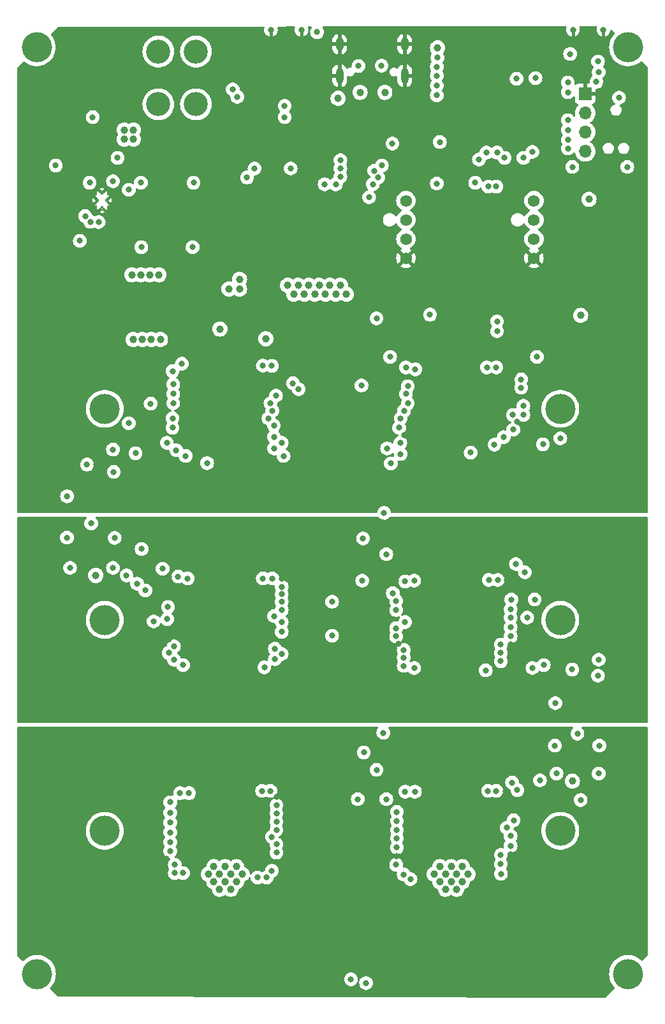
<source format=gbr>
%TF.GenerationSoftware,KiCad,Pcbnew,7.0.7*%
%TF.CreationDate,2023-10-30T22:19:44-06:00*%
%TF.ProjectId,bitaxeHex,62697461-7865-4486-9578-2e6b69636164,0.9*%
%TF.SameCoordinates,Original*%
%TF.FileFunction,Copper,L3,Inr*%
%TF.FilePolarity,Positive*%
%FSLAX46Y46*%
G04 Gerber Fmt 4.6, Leading zero omitted, Abs format (unit mm)*
G04 Created by KiCad (PCBNEW 7.0.7) date 2023-10-30 22:19:44*
%MOMM*%
%LPD*%
G01*
G04 APERTURE LIST*
%TA.AperFunction,ComponentPad*%
%ADD10C,3.200000*%
%TD*%
%TA.AperFunction,ComponentPad*%
%ADD11C,4.000000*%
%TD*%
%TA.AperFunction,ComponentPad*%
%ADD12C,1.574800*%
%TD*%
%TA.AperFunction,ComponentPad*%
%ADD13C,0.800000*%
%TD*%
%TA.AperFunction,ComponentPad*%
%ADD14R,1.700000X1.700000*%
%TD*%
%TA.AperFunction,ComponentPad*%
%ADD15O,1.700000X1.700000*%
%TD*%
%TA.AperFunction,ComponentPad*%
%ADD16O,1.000000X2.100000*%
%TD*%
%TA.AperFunction,ComponentPad*%
%ADD17O,1.000000X1.800000*%
%TD*%
%TA.AperFunction,ComponentPad*%
%ADD18C,0.400000*%
%TD*%
%TA.AperFunction,ViaPad*%
%ADD19C,1.000000*%
%TD*%
%TA.AperFunction,ViaPad*%
%ADD20C,0.800000*%
%TD*%
%TA.AperFunction,ViaPad*%
%ADD21C,1.300000*%
%TD*%
%TA.AperFunction,Conductor*%
%ADD22C,0.400000*%
%TD*%
G04 APERTURE END LIST*
D10*
%TO.N,GND*%
%TO.C,J2*%
X62900000Y-56586000D03*
X62900000Y-49586000D03*
X57900000Y-56586000D03*
X57900000Y-49586000D03*
%TD*%
D11*
%TO.N,*%
%TO.C,H1*%
X52970000Y-49020000D03*
%TD*%
D10*
%TO.N,/Power/VIN*%
%TO.C,J1*%
X74128000Y-56586000D03*
X74128000Y-49586000D03*
X69128000Y-56586000D03*
X69128000Y-49586000D03*
%TD*%
D12*
%TO.N,GND*%
%TO.C,J6*%
X119000000Y-77000000D03*
%TO.N,/5V*%
X119000000Y-74460000D03*
%TO.N,/Fan/FAN2_TACH*%
X119000000Y-71920000D03*
%TO.N,/Fan/FAN2_PWM*%
X119000000Y-69380000D03*
%TD*%
D11*
%TO.N,*%
%TO.C,H4*%
X131500000Y-172000000D03*
%TD*%
D13*
%TO.N,GND*%
%TO.C,SW2*%
X124175000Y-46700000D03*
X128225000Y-46700000D03*
%TD*%
D12*
%TO.N,GND*%
%TO.C,J5*%
X102000000Y-77000000D03*
%TO.N,/5V*%
X102000000Y-74460000D03*
%TO.N,/Fan/FAN1_TACH*%
X102000000Y-71920000D03*
%TO.N,/Fan/FAN1_PWM*%
X102000000Y-69380000D03*
%TD*%
D13*
%TO.N,GND*%
%TO.C,SW1*%
X84075000Y-46700000D03*
X88125000Y-46700000D03*
%TD*%
D11*
%TO.N,*%
%TO.C,H8*%
X122500000Y-125000000D03*
%TD*%
%TO.N,*%
%TO.C,H7*%
X62000000Y-125000000D03*
%TD*%
%TO.N,*%
%TO.C,H10*%
X122500000Y-153000000D03*
%TD*%
%TO.N,*%
%TO.C,H6*%
X122500000Y-97000000D03*
%TD*%
%TO.N,*%
%TO.C,H5*%
X62000000Y-97000000D03*
%TD*%
D14*
%TO.N,GND*%
%TO.C,J7*%
X125800000Y-55200000D03*
D15*
%TO.N,/3V3*%
X125800000Y-57740000D03*
%TO.N,/SCL*%
X125800000Y-60280000D03*
%TO.N,/SDA*%
X125800000Y-62820000D03*
%TD*%
D16*
%TO.N,GND*%
%TO.C,J4*%
X101830000Y-52800000D03*
D17*
X101830000Y-48620000D03*
D16*
X93190000Y-52800000D03*
D17*
X93190000Y-48620000D03*
%TD*%
D11*
%TO.N,*%
%TO.C,H2*%
X131500000Y-49020000D03*
%TD*%
%TO.N,*%
%TO.C,H3*%
X53000000Y-172000000D03*
%TD*%
%TO.N,*%
%TO.C,H9*%
X62000000Y-153000000D03*
%TD*%
D18*
%TO.N,GND*%
%TO.C,U4*%
X61080000Y-69342000D03*
X61655000Y-68392000D03*
X61655000Y-70292000D03*
X62230000Y-69342000D03*
%TD*%
D19*
%TO.N,GND*%
X72000000Y-77000000D03*
D20*
X84750000Y-93250000D03*
D19*
X78000000Y-77000000D03*
X90600000Y-58800000D03*
D21*
X130000000Y-71300000D03*
D19*
X74404024Y-76995732D03*
X108700000Y-56900000D03*
X90600000Y-50200000D03*
X100700000Y-55000000D03*
X55300000Y-86300000D03*
X65100000Y-92700000D03*
X76800000Y-77000000D03*
X108750000Y-89250000D03*
X90600000Y-51400000D03*
X114500000Y-54100000D03*
X115100000Y-109500000D03*
X109500000Y-90250000D03*
X123700000Y-72600000D03*
X99100000Y-107300000D03*
D21*
X130000000Y-69600000D03*
D20*
X59200000Y-65200000D03*
D19*
X78000000Y-90250000D03*
D20*
X69000000Y-92750000D03*
D19*
X120000000Y-47900000D03*
X90600000Y-57600000D03*
X55300000Y-82300000D03*
X59400000Y-86300000D03*
D20*
X85500000Y-100000000D03*
D19*
X90600000Y-55200000D03*
X55300000Y-80300000D03*
X55300000Y-84300000D03*
X79500000Y-90250000D03*
X74600000Y-87900000D03*
X106500000Y-90250000D03*
D20*
X98900000Y-87100000D03*
D19*
X59400000Y-84300000D03*
X96400000Y-76000000D03*
X113600000Y-106900000D03*
D21*
X108900000Y-69200000D03*
D19*
X100700000Y-108800000D03*
D20*
X63450000Y-73750000D03*
D19*
X126200000Y-82200000D03*
X76500000Y-92250000D03*
X78750000Y-89250000D03*
X75600000Y-77000000D03*
X110250000Y-91250000D03*
X107250000Y-89250000D03*
X105750000Y-91250000D03*
X77250000Y-91250000D03*
X57300000Y-86300000D03*
X99100000Y-108800000D03*
D20*
X100000000Y-92500000D03*
X118800000Y-101700000D03*
X124600000Y-102000000D03*
D19*
X68400000Y-77000000D03*
X111200000Y-50900000D03*
D20*
X116750000Y-98750000D03*
X56000000Y-73600000D03*
X99000000Y-91400000D03*
D19*
X90600000Y-49000000D03*
D20*
X77100000Y-58400000D03*
D19*
X107250000Y-91250000D03*
X78750000Y-91250000D03*
X106500000Y-92250000D03*
X90600000Y-62800000D03*
X73200000Y-77000000D03*
D20*
X69000000Y-100500000D03*
D19*
X108000000Y-92250000D03*
X78000000Y-92250000D03*
X90600000Y-56400000D03*
X90600000Y-65200000D03*
X57300000Y-82300000D03*
D20*
X53600000Y-107500000D03*
D19*
X77250000Y-89250000D03*
X90600000Y-61600000D03*
X100700000Y-107300000D03*
D20*
X116250000Y-92500000D03*
X87400000Y-87800000D03*
D19*
X113600000Y-109500000D03*
X115100000Y-108200000D03*
X72100000Y-108400000D03*
X76500000Y-90250000D03*
X70700000Y-109800000D03*
X90600000Y-64000000D03*
X94000000Y-54700000D03*
X80250000Y-91250000D03*
X57300000Y-80300000D03*
X96400000Y-78400000D03*
X75750000Y-91250000D03*
D20*
X131400000Y-59300000D03*
D19*
X59400000Y-80300000D03*
D20*
X60900000Y-104400000D03*
D19*
X108000000Y-90250000D03*
X96400000Y-73600000D03*
X72100000Y-107000000D03*
D20*
X120000000Y-106700000D03*
X87000000Y-92300000D03*
D19*
X90600000Y-52600000D03*
X98400000Y-58100000D03*
X57300000Y-84300000D03*
D20*
X81700000Y-82100000D03*
D19*
X113600000Y-108200000D03*
D20*
X103200000Y-83300000D03*
D19*
X102200000Y-107300000D03*
D20*
X101750000Y-100500000D03*
D19*
X124600000Y-87200000D03*
X72100000Y-109800000D03*
X108750000Y-91250000D03*
X69600000Y-77000000D03*
X109500000Y-92250000D03*
D21*
X108900000Y-70900000D03*
D19*
X59400000Y-82300000D03*
D20*
X60200000Y-110200000D03*
D19*
X70800000Y-77000000D03*
X70700000Y-108400000D03*
X79500000Y-92250000D03*
D20*
%TO.N,/Power/VIN*%
X79000000Y-54600000D03*
D19*
%TO.N,/VDD*%
X88500000Y-81800000D03*
X108000000Y-157750000D03*
X78750000Y-158750000D03*
X108750000Y-158750000D03*
X105750000Y-158750000D03*
X109500000Y-159750000D03*
X86300000Y-80600000D03*
D20*
X63700000Y-63700000D03*
D19*
X108000000Y-159750000D03*
X93300000Y-80600000D03*
X91900000Y-80600000D03*
X76500000Y-159750000D03*
X124100000Y-146400000D03*
X107250000Y-160750000D03*
X89900000Y-81800000D03*
X78750000Y-160750000D03*
X90500000Y-80600000D03*
D20*
X124780000Y-140100000D03*
D19*
X94100000Y-81800000D03*
X78000000Y-159750000D03*
D20*
X124080000Y-131600000D03*
D19*
X109500000Y-157750000D03*
X106500000Y-159750000D03*
X76500000Y-157750000D03*
X91300000Y-81800000D03*
X106500000Y-157750000D03*
X110250000Y-158750000D03*
X108750000Y-160750000D03*
X77250000Y-160750000D03*
X87700000Y-80600000D03*
X79500000Y-159750000D03*
X75750000Y-158750000D03*
X79500000Y-157750000D03*
D20*
X123800000Y-49900000D03*
D19*
X89100000Y-80600000D03*
X78000000Y-157750000D03*
X77250000Y-158750000D03*
X107250000Y-158750000D03*
X87100000Y-81800000D03*
X92700000Y-81800000D03*
X80250000Y-158750000D03*
D20*
%TO.N,/ESP32/EN*%
X106200000Y-50400000D03*
X127500000Y-50900000D03*
X90200000Y-47000000D03*
%TO.N,/5V*%
X96200000Y-119800000D03*
X99000000Y-140000000D03*
D19*
X69400000Y-87800000D03*
D20*
X98100000Y-85000000D03*
X99400000Y-116300000D03*
X96400000Y-142600000D03*
D19*
X68200000Y-87800000D03*
D20*
X99100000Y-110800000D03*
X99900000Y-90100000D03*
X95600000Y-148800000D03*
D19*
X67000000Y-87800000D03*
D20*
X96100000Y-93900000D03*
D19*
X77300000Y-86400000D03*
X65800000Y-87800000D03*
D20*
X96300000Y-114200000D03*
X98100000Y-144900000D03*
%TO.N,/3V3*%
X97100000Y-68900000D03*
D19*
X79900000Y-81100000D03*
X93000000Y-55800000D03*
X106200000Y-49100000D03*
X78500000Y-81100000D03*
X126300000Y-69200000D03*
D20*
X130300000Y-55700000D03*
X55500000Y-64700000D03*
D19*
X83400000Y-87700000D03*
D20*
X60400000Y-58300000D03*
D19*
X125200000Y-84600000D03*
D20*
X105200000Y-84500000D03*
D19*
X79900000Y-79800000D03*
D20*
X106100000Y-67100000D03*
X58700000Y-74700000D03*
D19*
%TO.N,/Power/VIN_M*%
X64600000Y-60000000D03*
X66800000Y-79200000D03*
D20*
X79600000Y-55600000D03*
D19*
X64600000Y-61200000D03*
X65800000Y-60000000D03*
X65800000Y-61200000D03*
X65600000Y-79200000D03*
D20*
X60100000Y-72180000D03*
D19*
X68000000Y-79200000D03*
X69200000Y-79200000D03*
D20*
%TO.N,/SCL*%
X96700000Y-173200000D03*
X98800000Y-64700000D03*
X94700000Y-172700000D03*
X114100000Y-85400000D03*
X118800000Y-62900000D03*
%TO.N,/Power/OUT0*%
X60000000Y-67000000D03*
%TO.N,Net-(Q6-D)*%
X59400000Y-71410000D03*
%TO.N,Net-(U4-BOOT)*%
X65200000Y-67920000D03*
X63100000Y-66800000D03*
%TO.N,Net-(U24-INV_CLKO)*%
X99400000Y-148800000D03*
%TO.N,/ESP32/P_TX*%
X127600000Y-52300000D03*
%TO.N,/ESP32/P_RX*%
X127300000Y-53600000D03*
%TO.N,/ESP32/IO0*%
X124100000Y-64900000D03*
X131400000Y-64900000D03*
%TO.N,/Power/PGOOD*%
X111200000Y-67000000D03*
X61200000Y-72200000D03*
X98300000Y-66300000D03*
%TO.N,/SDA*%
X80900000Y-66300000D03*
X85900000Y-56800000D03*
X81900000Y-65100000D03*
X85900000Y-58300000D03*
X114100000Y-86700000D03*
X97800000Y-65400000D03*
X117600000Y-63700000D03*
%TO.N,/BM1366-1/0V8*%
X71000000Y-92000000D03*
X102000000Y-91500000D03*
X84200000Y-91300000D03*
X114000000Y-91500000D03*
%TO.N,/BM1366-1/1V2*%
X72250000Y-91000000D03*
X122500000Y-100900000D03*
X112750000Y-91500000D03*
X83000000Y-91250000D03*
X103250000Y-91750000D03*
%TO.N,Net-(U27-INV_CLKO)*%
X70700000Y-149200000D03*
%TO.N,Net-(U13-INV_CLKO)*%
X102250000Y-94000000D03*
%TO.N,/BM1366-2/0V8*%
X71750000Y-119250000D03*
X114200000Y-119700000D03*
X84250000Y-119500000D03*
X101900000Y-119900000D03*
%TO.N,/BM1366-2/1V2*%
X83000000Y-119500000D03*
X73000000Y-119500000D03*
X113000000Y-119700000D03*
X103100000Y-119800000D03*
%TO.N,Net-(U22-RO)*%
X70400000Y-123300000D03*
%TO.N,Net-(U24-RO)*%
X115400000Y-152600000D03*
%TO.N,/NRSTI*%
X116200000Y-97800000D03*
%TO.N,/RO*%
X117600000Y-96600000D03*
%TO.N,/CI*%
X119400000Y-90100000D03*
%TO.N,/BM1366-3/0V8*%
X114000000Y-147700000D03*
X72000000Y-148000000D03*
X84000000Y-147700000D03*
X101900000Y-147800000D03*
%TO.N,/BM1366-3/1V2*%
X103200000Y-147800000D03*
X73200000Y-148000000D03*
X82900000Y-147700000D03*
X112900000Y-147700000D03*
%TO.N,Net-(U16-INV_CLKO)*%
X71100000Y-93750000D03*
%TO.N,Net-(U24-VDD1_1)*%
X82300000Y-159200000D03*
X102600000Y-159400000D03*
%TO.N,Net-(U24-VDD2_1)*%
X83500000Y-159200000D03*
X101700000Y-158800000D03*
%TO.N,Net-(U19-INV_CLKO)*%
X100260000Y-121460000D03*
%TO.N,Net-(U24-VDD3_1)*%
X100700000Y-157500000D03*
X84200000Y-158300000D03*
%TO.N,Net-(U22-INV_CLKO)*%
X69690000Y-118210000D03*
%TO.N,Net-(U27-VDD1_1)*%
X72400000Y-158600000D03*
%TO.N,Net-(U27-VDD2_1)*%
X71300000Y-158600000D03*
%TO.N,Net-(U27-VDD3_1)*%
X71300000Y-157500000D03*
%TO.N,Net-(U13-ADDR0)*%
X117300000Y-94200000D03*
%TO.N,Net-(U13-ADDR1)*%
X117300000Y-93100000D03*
D19*
%TO.N,Net-(D1-Pad2)*%
X99200000Y-55000000D03*
X95900000Y-54990000D03*
D20*
%TO.N,/BM1366-1/BI1*%
X117600000Y-97800000D03*
%TO.N,Net-(Q1-G)*%
X66804999Y-66995001D03*
X73804999Y-66995001D03*
%TO.N,Net-(Q2-G)*%
X66864928Y-75535072D03*
X73664928Y-75535072D03*
%TO.N,Net-(U16-ADDR0)*%
X87750000Y-94400000D03*
%TO.N,/ESP32/TFT_BLK*%
X86700000Y-65100000D03*
X97600000Y-67200000D03*
%TO.N,Net-(U16-ADDR1)*%
X87000000Y-93600000D03*
%TO.N,Net-(U19-ADDR0)*%
X117800000Y-118700000D03*
%TO.N,Net-(U19-ADDR1)*%
X116600000Y-117600000D03*
%TO.N,Net-(U22-ADDR0)*%
X85500000Y-121600000D03*
%TO.N,Net-(U22-ADDR1)*%
X85500000Y-120600000D03*
%TO.N,Net-(U24-ADDR0)*%
X116800000Y-147600000D03*
%TO.N,Net-(U24-ADDR1)*%
X116100000Y-146600000D03*
%TO.N,Net-(U27-ADDR0)*%
X84800000Y-150700000D03*
%TO.N,Net-(U27-ADDR1)*%
X84800000Y-149600000D03*
%TO.N,/BM1366-3/NRSTO3*%
X70700000Y-155700000D03*
%TO.N,/ESP32/TFT_RES*%
X106100000Y-51600000D03*
X93300000Y-64000000D03*
%TO.N,/ESP32/TFT_SDA*%
X106100000Y-52800000D03*
X93300000Y-65100000D03*
%TO.N,/ESP32/TFT_SCL*%
X93300000Y-66200000D03*
X106100000Y-54100000D03*
%TO.N,/ESP32/TFT_CS*%
X106100000Y-55400000D03*
X92700000Y-67200000D03*
%TO.N,/ESP32/TFT_DC*%
X100200000Y-61800000D03*
X91200000Y-67200000D03*
%TO.N,Net-(U27-RO)*%
X84200000Y-153800000D03*
%TO.N,Net-(U27-BI)*%
X84800000Y-154800000D03*
%TO.N,Net-(U27-CLKI)*%
X84800000Y-152900000D03*
%TO.N,Net-(U27-CI)*%
X84800000Y-151800000D03*
%TO.N,/BM1366-3/BO3*%
X70700000Y-154500000D03*
D19*
%TO.N,/BM1366-1/VDD1*%
X77000000Y-115600000D03*
X106300000Y-115800000D03*
X115100000Y-136800000D03*
X78400000Y-116900000D03*
D20*
X101000000Y-128200000D03*
X85500000Y-119500000D03*
X99000000Y-112100000D03*
X125400000Y-131600000D03*
D19*
X113600000Y-134200000D03*
D20*
X70500000Y-127600000D03*
D19*
X113600000Y-136800000D03*
X78400000Y-115600000D03*
X79800000Y-115600000D03*
D20*
X85500000Y-128020000D03*
D19*
X79800000Y-116900000D03*
X71400000Y-137800000D03*
D20*
X100700000Y-119900000D03*
D19*
X100800000Y-136800000D03*
X102300000Y-135300000D03*
D20*
X75600000Y-104200000D03*
D19*
X71400000Y-136400000D03*
D20*
X68000000Y-116400000D03*
D19*
X107600000Y-117100000D03*
X70000000Y-137800000D03*
D20*
X110600000Y-102800000D03*
D19*
X100800000Y-135300000D03*
X70000000Y-136400000D03*
D20*
X130600000Y-135100000D03*
D19*
X71400000Y-135000000D03*
X107600000Y-115800000D03*
D20*
X115400000Y-119700000D03*
X100000000Y-104250000D03*
D19*
X115100000Y-135500000D03*
X99200000Y-136800000D03*
D20*
X115900000Y-128300000D03*
D19*
X99200000Y-135300000D03*
D20*
X86700000Y-118000000D03*
X87900000Y-114100000D03*
X70500000Y-120400000D03*
X70500000Y-119250000D03*
X98600000Y-117300000D03*
D19*
X113600000Y-135500000D03*
X108900000Y-115800000D03*
X106300000Y-117100000D03*
D20*
X85750000Y-103250000D03*
X99400000Y-119900000D03*
X124780000Y-137600000D03*
%TO.N,/BM1366-2/VDD2*%
X115200000Y-147700000D03*
X115920000Y-156140000D03*
D19*
X68900000Y-166200000D03*
X70300000Y-167600000D03*
D20*
X98200000Y-141000000D03*
X72400000Y-131000000D03*
D19*
X99600000Y-167700000D03*
D20*
X100600000Y-147800000D03*
X103100000Y-131400000D03*
X84800000Y-157100000D03*
X86900000Y-146400000D03*
D19*
X68900000Y-167600000D03*
X107400000Y-144900000D03*
X106000000Y-144900000D03*
X114800000Y-167300000D03*
X101100000Y-167700000D03*
X60800000Y-119100000D03*
D20*
X70200000Y-156700000D03*
D19*
X107400000Y-143600000D03*
X99600000Y-169000000D03*
X77000000Y-143700000D03*
X101100000Y-169000000D03*
D20*
X100800000Y-156400000D03*
D19*
X79800000Y-143700000D03*
X108700000Y-143600000D03*
D20*
X112600000Y-131700000D03*
D19*
X114800000Y-164700000D03*
D20*
X60200000Y-112200000D03*
X87700000Y-142600000D03*
D19*
X106000000Y-143600000D03*
X70300000Y-166200000D03*
X102500000Y-168300000D03*
D20*
X98080000Y-146280000D03*
D19*
X78400000Y-145000000D03*
D20*
X83200000Y-131300000D03*
D19*
X79800000Y-145000000D03*
X70300000Y-164700000D03*
X78400000Y-143700000D03*
D20*
X59651900Y-104400000D03*
D19*
X114800000Y-166000000D03*
X116300000Y-167300000D03*
X116300000Y-166000000D03*
D20*
X70700000Y-148000000D03*
X84800000Y-148500000D03*
%TO.N,/BM1366-3/RI3*%
X70700000Y-153200000D03*
%TO.N,/BM1366-3/CLKO3*%
X70700000Y-151900000D03*
%TO.N,/BM1366-3/CO3*%
X70700000Y-150600000D03*
%TO.N,/BM1366-1/CLKI1*%
X120200000Y-101700000D03*
%TO.N,/BM1366-2/NRSTI2*%
X56990000Y-114090000D03*
X66300000Y-120200000D03*
%TO.N,/BM1366-2/BI2*%
X67400000Y-121100000D03*
X57000000Y-108600000D03*
%TO.N,/BM1366-2/RO2*%
X63200000Y-105377500D03*
X64900000Y-119100000D03*
%TO.N,/BM1366-2/CI2*%
X63320000Y-114120000D03*
X68500000Y-125200000D03*
%TO.N,/BM1366-3/NRSTI3*%
X115900000Y-155000000D03*
X121780000Y-141700000D03*
%TO.N,/BM1366-3/BI3*%
X121842500Y-136037500D03*
X115900000Y-153700000D03*
%TO.N,/BM1366-3/RO3*%
X127500000Y-132400000D03*
X125200000Y-148900000D03*
%TO.N,/BM1366-3/CI3*%
X127680000Y-141700000D03*
%TO.N,/BM1366-1/NRSTO*%
X63100000Y-102400000D03*
X57400000Y-118100000D03*
%TO.N,/BM1366-1/CO*%
X65200000Y-98900000D03*
X63100000Y-118100000D03*
%TO.N,/BM1366-1/RI*%
X66100000Y-102900000D03*
%TO.N,/BM1366-2/RI*%
X127600000Y-130300000D03*
X118100000Y-124700000D03*
X115900000Y-124700000D03*
%TO.N,/BM1366-2/NRSTO*%
X119100000Y-122300000D03*
X122000000Y-145400000D03*
%TO.N,/BM1366-2/CO*%
X127600000Y-145400000D03*
X118800000Y-131400000D03*
%TO.N,/ESP32/ASIC_RST*%
X115100000Y-63700000D03*
%TO.N,/ESP32/ESP32_TX*%
X114100000Y-63000000D03*
%TO.N,/ESP32/ESP32_RX*%
X112700000Y-63000000D03*
%TO.N,Net-(U9-SPIIO6{slash}GPIO35{slash}FSPID{slash}SUBSPID)*%
X123500000Y-62448100D03*
%TO.N,Net-(U9-SPIIO7{slash}GPIO36{slash}FSPICLK{slash}SUBSPICLK)*%
X123500000Y-61300000D03*
%TO.N,Net-(U9-SPIDQS{slash}GPIO37{slash}FSPIQ{slash}SUBSPIQ)*%
X123500000Y-60000000D03*
%TO.N,Net-(U9-GPIO38{slash}FSPIWP{slash}SUBSPIWP)*%
X123500000Y-58700000D03*
%TO.N,Net-(U9-MTCK{slash}GPIO39{slash}CLK_OUT3{slash}SUBSPICS1)*%
X123500000Y-55000000D03*
%TO.N,Net-(U9-GPIO12{slash}TOUCH12{slash}ADC2_CH1{slash}FSPICLK{slash}FSPIIO6{slash}SUBSPICLK)*%
X112940000Y-67500000D03*
%TO.N,Net-(U9-GPIO13{slash}TOUCH13{slash}ADC2_CH2{slash}FSPIQ{slash}FSPIIO7{slash}SUBSPIQ)*%
X114000000Y-67500000D03*
%TO.N,Net-(U9-GPIO14{slash}TOUCH14{slash}ADC2_CH3{slash}FSPIWP{slash}FSPIDQS{slash}SUBSPIWP)*%
X111700000Y-63900000D03*
%TO.N,Net-(U9-\u002AGPIO46)*%
X106500000Y-61600000D03*
%TO.N,Net-(U24-VDD3_0)*%
X114600000Y-156200000D03*
%TO.N,Net-(U24-VDD2_0)*%
X114600000Y-157400000D03*
%TO.N,Net-(U24-VDD1_0)*%
X114620000Y-158700000D03*
%TO.N,Net-(U24-RI)*%
X100800000Y-152900000D03*
%TO.N,Net-(U24-NRSTO)*%
X100800000Y-155200000D03*
X84800000Y-155900000D03*
%TO.N,Net-(U24-CO)*%
X100800000Y-150500000D03*
%TO.N,Net-(U24-CLKO)*%
X100800000Y-151700000D03*
%TO.N,Net-(U24-BO)*%
X100800000Y-154000000D03*
%TO.N,Net-(U22-VDD3_1)*%
X71200000Y-130300000D03*
%TO.N,Net-(U22-VDD2_1)*%
X70500000Y-129400000D03*
%TO.N,Net-(U22-VDD1_1)*%
X71200000Y-128500000D03*
%TO.N,Net-(U22-RI)*%
X84500000Y-124500000D03*
%TO.N,Net-(U22-NRSTO)*%
X85500000Y-122600000D03*
%TO.N,Net-(U22-CO)*%
X85500000Y-126600000D03*
%TO.N,Net-(U22-CLKO)*%
X85500000Y-125300000D03*
%TO.N,Net-(U22-BO)*%
X85500000Y-123700000D03*
%TO.N,Net-(U19-VDD3_1)*%
X101700000Y-131100000D03*
X84600000Y-130220000D03*
%TO.N,Net-(U19-VDD3_0)*%
X114600000Y-130500000D03*
%TO.N,Net-(U19-VDD2_1)*%
X101700000Y-130000000D03*
X85500000Y-129520000D03*
%TO.N,Net-(U19-VDD2_0)*%
X114600000Y-129400000D03*
%TO.N,Net-(U19-VDD1_1)*%
X84600000Y-128820000D03*
X101700000Y-129000000D03*
%TO.N,Net-(U19-VDD1_0)*%
X114600000Y-128300000D03*
%TO.N,Net-(U19-RO)*%
X101900000Y-125300000D03*
%TO.N,Net-(U19-NRSTO)*%
X116000000Y-122300000D03*
%TO.N,Net-(U19-NRSTI)*%
X100700000Y-122500000D03*
X92200000Y-122600000D03*
X92200000Y-127100000D03*
%TO.N,Net-(U19-CO)*%
X115910000Y-127200000D03*
%TO.N,Net-(U19-CLKO)*%
X115910000Y-126000000D03*
%TO.N,Net-(U19-CLKI)*%
X100700000Y-126100000D03*
%TO.N,Net-(U19-CI)*%
X100700000Y-127200000D03*
%TO.N,Net-(U19-BO)*%
X115910000Y-123600000D03*
%TO.N,Net-(U19-BI)*%
X100700000Y-123700000D03*
%TO.N,Net-(U16-VDD3_1)*%
X70250000Y-101500000D03*
%TO.N,Net-(U16-VDD2_1)*%
X71500000Y-102500000D03*
%TO.N,Net-(U16-VDD1_1)*%
X72750000Y-103250000D03*
%TO.N,Net-(U16-RO)*%
X84250000Y-97250000D03*
%TO.N,Net-(U16-NRSTO)*%
X71000000Y-99500000D03*
%TO.N,Net-(U16-CO)*%
X71100000Y-95000000D03*
%TO.N,Net-(U16-CLKO)*%
X71100000Y-96250000D03*
%TO.N,Net-(U16-CLKI)*%
X84000000Y-96250000D03*
%TO.N,Net-(U16-CI)*%
X84750000Y-95250000D03*
%TO.N,Net-(U16-BO)*%
X71000000Y-98250000D03*
%TO.N,Net-(U16-BI)*%
X83750000Y-98250000D03*
%TO.N,Net-(U13-VDD3_1)*%
X84471979Y-100707969D03*
X101250000Y-101500000D03*
%TO.N,Net-(U13-VDD3_0)*%
X116250000Y-99750000D03*
%TO.N,Net-(U13-VDD2_1)*%
X99500000Y-102250000D03*
X85500000Y-101500000D03*
%TO.N,Net-(U13-VDD2_0)*%
X115000000Y-100750000D03*
%TO.N,Net-(U13-VDD1_1)*%
X101300000Y-103000000D03*
X84500000Y-102250000D03*
%TO.N,Net-(U13-VDD1_0)*%
X113750000Y-101750000D03*
%TO.N,Net-(U13-RI)*%
X101750000Y-97250000D03*
%TO.N,Net-(U13-NRSTO)*%
X84471979Y-99207969D03*
X101100000Y-99500000D03*
%TO.N,Net-(U13-CO)*%
X102000000Y-95000000D03*
%TO.N,Net-(U13-CLKO)*%
X102250000Y-96250000D03*
%TO.N,Net-(U13-BO)*%
X101300000Y-98250000D03*
%TO.N,Net-(J4-CC2)*%
X95700000Y-51500000D03*
%TO.N,Net-(J4-CC1)*%
X98760000Y-51460000D03*
%TO.N,/BM1366-2/CLKI1*%
X70300000Y-124900000D03*
X68100000Y-96300000D03*
X66900000Y-115600000D03*
%TO.N,/BM1366-3/CLKI1*%
X120300000Y-131000000D03*
X116300000Y-151600000D03*
X119800000Y-146300000D03*
%TO.N,Net-(U9-MTDO{slash}GPIO40{slash}CLK_OUT2)*%
X116700000Y-53200000D03*
%TO.N,Net-(U9-MTDI{slash}GPIO41{slash}CLK_OUT1)*%
X119200000Y-53100000D03*
%TO.N,Net-(U9-MTMS{slash}GPIO42)*%
X123500000Y-53700000D03*
%TD*%
D22*
%TO.N,GND*%
X84100000Y-48200000D02*
X84075000Y-48175000D01*
X88125000Y-48075000D02*
X88100000Y-48100000D01*
X84075000Y-46700000D02*
X84075000Y-48175000D01*
X128225000Y-46700000D02*
X128225000Y-47975000D01*
X88125000Y-46700000D02*
X88125000Y-48075000D01*
X128225000Y-47975000D02*
X128200000Y-48000000D01*
X124175000Y-46700000D02*
X124175000Y-47875000D01*
%TD*%
%TA.AperFunction,Conductor*%
%TO.N,GND*%
G36*
X127328272Y-46221700D02*
G01*
X127374099Y-46274441D01*
X127384137Y-46343586D01*
X127379306Y-46364425D01*
X127331950Y-46510172D01*
X127311998Y-46700000D01*
X127331950Y-46889827D01*
X127390928Y-47071345D01*
X127390931Y-47071351D01*
X127486364Y-47236647D01*
X127486369Y-47236654D01*
X127614081Y-47378492D01*
X127614083Y-47378494D01*
X127768494Y-47490680D01*
X127768499Y-47490683D01*
X127942861Y-47568315D01*
X127942869Y-47568317D01*
X128129564Y-47607999D01*
X128129565Y-47608000D01*
X128320435Y-47608000D01*
X128320435Y-47607999D01*
X128507130Y-47568317D01*
X128507138Y-47568315D01*
X128681500Y-47490683D01*
X128681505Y-47490680D01*
X128835916Y-47378494D01*
X128835918Y-47378492D01*
X128963630Y-47236654D01*
X128963635Y-47236647D01*
X129059068Y-47071351D01*
X129059071Y-47071345D01*
X129118049Y-46889827D01*
X129125271Y-46821120D01*
X129151855Y-46756505D01*
X129209152Y-46716520D01*
X129278971Y-46713860D01*
X129337089Y-46747223D01*
X129688922Y-47105694D01*
X129721832Y-47167327D01*
X129716197Y-47236969D01*
X129685311Y-47282942D01*
X129667769Y-47299415D01*
X129667767Y-47299418D01*
X129471270Y-47536942D01*
X129466561Y-47542634D01*
X129297442Y-47809123D01*
X129297436Y-47809134D01*
X129163046Y-48094727D01*
X129163044Y-48094732D01*
X129110190Y-48257401D01*
X129065505Y-48394928D01*
X129047770Y-48487897D01*
X129006357Y-48704987D01*
X128986540Y-49019994D01*
X128986540Y-49020005D01*
X129006357Y-49335012D01*
X129024550Y-49430381D01*
X129065505Y-49645072D01*
X129086625Y-49710072D01*
X129163044Y-49945267D01*
X129163046Y-49945272D01*
X129297436Y-50230865D01*
X129297442Y-50230876D01*
X129466561Y-50497365D01*
X129466563Y-50497368D01*
X129466568Y-50497375D01*
X129641543Y-50708883D01*
X129667772Y-50740588D01*
X129897858Y-50956652D01*
X129897868Y-50956660D01*
X130153209Y-51142176D01*
X130153214Y-51142178D01*
X130153221Y-51142184D01*
X130429821Y-51294247D01*
X130429826Y-51294249D01*
X130429828Y-51294250D01*
X130429829Y-51294251D01*
X130723294Y-51410442D01*
X130723297Y-51410443D01*
X130925981Y-51462483D01*
X131029025Y-51488940D01*
X131077890Y-51495113D01*
X131342167Y-51528499D01*
X131342176Y-51528499D01*
X131342179Y-51528500D01*
X131342181Y-51528500D01*
X131657819Y-51528500D01*
X131657821Y-51528500D01*
X131657824Y-51528499D01*
X131657832Y-51528499D01*
X131844692Y-51504892D01*
X131970975Y-51488940D01*
X132276702Y-51410443D01*
X132276705Y-51410442D01*
X132570170Y-51294251D01*
X132570171Y-51294250D01*
X132570169Y-51294250D01*
X132570179Y-51294247D01*
X132846779Y-51142184D01*
X132918699Y-51089931D01*
X133102132Y-50956660D01*
X133102132Y-50956659D01*
X133102140Y-50956654D01*
X133204405Y-50860620D01*
X133266746Y-50829080D01*
X133336247Y-50836251D01*
X133377782Y-50864155D01*
X134022923Y-51521469D01*
X134064507Y-51563837D01*
X134097417Y-51625470D01*
X134100010Y-51650670D01*
X134107259Y-87412191D01*
X134111862Y-110121135D01*
X134111975Y-110675975D01*
X134092304Y-110743018D01*
X134039509Y-110788784D01*
X133987975Y-110800000D01*
X100125154Y-110800000D01*
X100058115Y-110780315D01*
X100012360Y-110727511D01*
X100001833Y-110688965D01*
X99993542Y-110610072D01*
X99934527Y-110428444D01*
X99839040Y-110263056D01*
X99711253Y-110121134D01*
X99556752Y-110008882D01*
X99382288Y-109931206D01*
X99382286Y-109931205D01*
X99195487Y-109891500D01*
X99004513Y-109891500D01*
X98817714Y-109931205D01*
X98643246Y-110008883D01*
X98488745Y-110121135D01*
X98360959Y-110263057D01*
X98265473Y-110428443D01*
X98265470Y-110428450D01*
X98206459Y-110610068D01*
X98206458Y-110610072D01*
X98198166Y-110688963D01*
X98171582Y-110753576D01*
X98114285Y-110793561D01*
X98074846Y-110800000D01*
X50524000Y-110800000D01*
X50456961Y-110780315D01*
X50411206Y-110727511D01*
X50400000Y-110676000D01*
X50400000Y-108600000D01*
X56086496Y-108600000D01*
X56106458Y-108789928D01*
X56106459Y-108789931D01*
X56165470Y-108971549D01*
X56165473Y-108971556D01*
X56260960Y-109136944D01*
X56388747Y-109278866D01*
X56543248Y-109391118D01*
X56717712Y-109468794D01*
X56904513Y-109508500D01*
X57095487Y-109508500D01*
X57282288Y-109468794D01*
X57456752Y-109391118D01*
X57611253Y-109278866D01*
X57739040Y-109136944D01*
X57834527Y-108971556D01*
X57893542Y-108789928D01*
X57913504Y-108600000D01*
X57893542Y-108410072D01*
X57834527Y-108228444D01*
X57739040Y-108063056D01*
X57611253Y-107921134D01*
X57456752Y-107808882D01*
X57282288Y-107731206D01*
X57282286Y-107731205D01*
X57095487Y-107691500D01*
X56904513Y-107691500D01*
X56717714Y-107731205D01*
X56543246Y-107808883D01*
X56388745Y-107921135D01*
X56260959Y-108063057D01*
X56165473Y-108228443D01*
X56165470Y-108228450D01*
X56106459Y-108410068D01*
X56106458Y-108410072D01*
X56086496Y-108600000D01*
X50400000Y-108600000D01*
X50400000Y-105377500D01*
X62286496Y-105377500D01*
X62306458Y-105567428D01*
X62306459Y-105567431D01*
X62365470Y-105749049D01*
X62365473Y-105749056D01*
X62460960Y-105914444D01*
X62588747Y-106056366D01*
X62743248Y-106168618D01*
X62917712Y-106246294D01*
X63104513Y-106286000D01*
X63295487Y-106286000D01*
X63482288Y-106246294D01*
X63656752Y-106168618D01*
X63811253Y-106056366D01*
X63939040Y-105914444D01*
X64034527Y-105749056D01*
X64093542Y-105567428D01*
X64113504Y-105377500D01*
X64093542Y-105187572D01*
X64034527Y-105005944D01*
X63939040Y-104840556D01*
X63811253Y-104698634D01*
X63656752Y-104586382D01*
X63482288Y-104508706D01*
X63482286Y-104508705D01*
X63295487Y-104469000D01*
X63104513Y-104469000D01*
X62917714Y-104508705D01*
X62743246Y-104586383D01*
X62588745Y-104698635D01*
X62460959Y-104840557D01*
X62365473Y-105005943D01*
X62365470Y-105005950D01*
X62315904Y-105158500D01*
X62306458Y-105187572D01*
X62286496Y-105377500D01*
X50400000Y-105377500D01*
X50400000Y-104400000D01*
X58738396Y-104400000D01*
X58758358Y-104589928D01*
X58758359Y-104589931D01*
X58817370Y-104771549D01*
X58817373Y-104771556D01*
X58912860Y-104936944D01*
X59040647Y-105078866D01*
X59195148Y-105191118D01*
X59369612Y-105268794D01*
X59556413Y-105308500D01*
X59747387Y-105308500D01*
X59934188Y-105268794D01*
X60108652Y-105191118D01*
X60263153Y-105078866D01*
X60390940Y-104936944D01*
X60486427Y-104771556D01*
X60545442Y-104589928D01*
X60565404Y-104400000D01*
X60545442Y-104210072D01*
X60542169Y-104200000D01*
X74686496Y-104200000D01*
X74706458Y-104389928D01*
X74706459Y-104389931D01*
X74765470Y-104571549D01*
X74765473Y-104571556D01*
X74860960Y-104736944D01*
X74988747Y-104878866D01*
X75143248Y-104991118D01*
X75317712Y-105068794D01*
X75504513Y-105108500D01*
X75695487Y-105108500D01*
X75882288Y-105068794D01*
X76056752Y-104991118D01*
X76211253Y-104878866D01*
X76339040Y-104736944D01*
X76434527Y-104571556D01*
X76493542Y-104389928D01*
X76513504Y-104200000D01*
X76493542Y-104010072D01*
X76434527Y-103828444D01*
X76339040Y-103663056D01*
X76211253Y-103521134D01*
X76056752Y-103408882D01*
X75882288Y-103331206D01*
X75882286Y-103331205D01*
X75695487Y-103291500D01*
X75504513Y-103291500D01*
X75317714Y-103331205D01*
X75143246Y-103408883D01*
X74988745Y-103521135D01*
X74860959Y-103663057D01*
X74765473Y-103828443D01*
X74765470Y-103828450D01*
X74706459Y-104010068D01*
X74706458Y-104010072D01*
X74686496Y-104200000D01*
X60542169Y-104200000D01*
X60486427Y-104028444D01*
X60390940Y-103863056D01*
X60263153Y-103721134D01*
X60108652Y-103608882D01*
X59934188Y-103531206D01*
X59934186Y-103531205D01*
X59747387Y-103491500D01*
X59556413Y-103491500D01*
X59369614Y-103531205D01*
X59195146Y-103608883D01*
X59040645Y-103721135D01*
X58912859Y-103863057D01*
X58817373Y-104028443D01*
X58817370Y-104028450D01*
X58758359Y-104210068D01*
X58758358Y-104210072D01*
X58738396Y-104400000D01*
X50400000Y-104400000D01*
X50400000Y-102400000D01*
X62186496Y-102400000D01*
X62206458Y-102589928D01*
X62206459Y-102589931D01*
X62265470Y-102771549D01*
X62265473Y-102771556D01*
X62360960Y-102936944D01*
X62488747Y-103078866D01*
X62643248Y-103191118D01*
X62817712Y-103268794D01*
X63004513Y-103308500D01*
X63195487Y-103308500D01*
X63382288Y-103268794D01*
X63556752Y-103191118D01*
X63711253Y-103078866D01*
X63839040Y-102936944D01*
X63860370Y-102900000D01*
X65186496Y-102900000D01*
X65206458Y-103089928D01*
X65206459Y-103089931D01*
X65265470Y-103271549D01*
X65265473Y-103271556D01*
X65360960Y-103436944D01*
X65488747Y-103578866D01*
X65643248Y-103691118D01*
X65817712Y-103768794D01*
X66004513Y-103808500D01*
X66195487Y-103808500D01*
X66382288Y-103768794D01*
X66556752Y-103691118D01*
X66711253Y-103578866D01*
X66839040Y-103436944D01*
X66934527Y-103271556D01*
X66993542Y-103089928D01*
X67013504Y-102900000D01*
X66993542Y-102710072D01*
X66934527Y-102528444D01*
X66839040Y-102363056D01*
X66711253Y-102221134D01*
X66556752Y-102108882D01*
X66382288Y-102031206D01*
X66382286Y-102031205D01*
X66195487Y-101991500D01*
X66004513Y-101991500D01*
X65817714Y-102031205D01*
X65643246Y-102108883D01*
X65488745Y-102221135D01*
X65360959Y-102363057D01*
X65265473Y-102528443D01*
X65265470Y-102528450D01*
X65213003Y-102689928D01*
X65206458Y-102710072D01*
X65186496Y-102900000D01*
X63860370Y-102900000D01*
X63934527Y-102771556D01*
X63993542Y-102589928D01*
X64013504Y-102400000D01*
X63993542Y-102210072D01*
X63934527Y-102028444D01*
X63839040Y-101863056D01*
X63711253Y-101721134D01*
X63556752Y-101608882D01*
X63382288Y-101531206D01*
X63382286Y-101531205D01*
X63235477Y-101500000D01*
X69336496Y-101500000D01*
X69356458Y-101689928D01*
X69356459Y-101689931D01*
X69415470Y-101871549D01*
X69415473Y-101871556D01*
X69510960Y-102036944D01*
X69638747Y-102178866D01*
X69793248Y-102291118D01*
X69967712Y-102368794D01*
X70154513Y-102408500D01*
X70345486Y-102408500D01*
X70345487Y-102408500D01*
X70437117Y-102389023D01*
X70506781Y-102394338D01*
X70562515Y-102436475D01*
X70586217Y-102497351D01*
X70595519Y-102585850D01*
X70606458Y-102689928D01*
X70606459Y-102689931D01*
X70665470Y-102871549D01*
X70665473Y-102871556D01*
X70760960Y-103036944D01*
X70888747Y-103178866D01*
X71043248Y-103291118D01*
X71217712Y-103368794D01*
X71404513Y-103408500D01*
X71595487Y-103408500D01*
X71720836Y-103381856D01*
X71790503Y-103387172D01*
X71846237Y-103429309D01*
X71864548Y-103464827D01*
X71915471Y-103621552D01*
X71915473Y-103621556D01*
X72010960Y-103786944D01*
X72138747Y-103928866D01*
X72293248Y-104041118D01*
X72467712Y-104118794D01*
X72654513Y-104158500D01*
X72845487Y-104158500D01*
X73032288Y-104118794D01*
X73206752Y-104041118D01*
X73361253Y-103928866D01*
X73489040Y-103786944D01*
X73584527Y-103621556D01*
X73643542Y-103439928D01*
X73663504Y-103250000D01*
X73643542Y-103060072D01*
X73584527Y-102878444D01*
X73489040Y-102713056D01*
X73361253Y-102571134D01*
X73206752Y-102458882D01*
X73032288Y-102381206D01*
X73032286Y-102381205D01*
X72845487Y-102341500D01*
X72654513Y-102341500D01*
X72529163Y-102368144D01*
X72459496Y-102362828D01*
X72403762Y-102320691D01*
X72385451Y-102285172D01*
X72379924Y-102268163D01*
X72334527Y-102128444D01*
X72239040Y-101963056D01*
X72111253Y-101821134D01*
X71956752Y-101708882D01*
X71782288Y-101631206D01*
X71782286Y-101631205D01*
X71595487Y-101591500D01*
X71404513Y-101591500D01*
X71404512Y-101591500D01*
X71312882Y-101610976D01*
X71243215Y-101605660D01*
X71187482Y-101563523D01*
X71163781Y-101502647D01*
X71163503Y-101500005D01*
X71163504Y-101500000D01*
X71143542Y-101310072D01*
X71084527Y-101128444D01*
X70989040Y-100963056D01*
X70861253Y-100821134D01*
X70706752Y-100708882D01*
X70532288Y-100631206D01*
X70532286Y-100631205D01*
X70345487Y-100591500D01*
X70154513Y-100591500D01*
X69967714Y-100631205D01*
X69793246Y-100708883D01*
X69638745Y-100821135D01*
X69510959Y-100963057D01*
X69415473Y-101128443D01*
X69415470Y-101128450D01*
X69356459Y-101310068D01*
X69356458Y-101310072D01*
X69336496Y-101500000D01*
X63235477Y-101500000D01*
X63195487Y-101491500D01*
X63004513Y-101491500D01*
X62817714Y-101531205D01*
X62795449Y-101541118D01*
X62681227Y-101591973D01*
X62643246Y-101608883D01*
X62488745Y-101721135D01*
X62360959Y-101863057D01*
X62265473Y-102028443D01*
X62265470Y-102028450D01*
X62210082Y-102198918D01*
X62206458Y-102210072D01*
X62186496Y-102400000D01*
X50400000Y-102400000D01*
X50400000Y-97000005D01*
X59486540Y-97000005D01*
X59506357Y-97315012D01*
X59518985Y-97381206D01*
X59565505Y-97625072D01*
X59565507Y-97625077D01*
X59663044Y-97925267D01*
X59663046Y-97925272D01*
X59797436Y-98210865D01*
X59797442Y-98210876D01*
X59966561Y-98477365D01*
X59966563Y-98477368D01*
X59966568Y-98477375D01*
X60115915Y-98657904D01*
X60167772Y-98720588D01*
X60397858Y-98936652D01*
X60397868Y-98936660D01*
X60653209Y-99122176D01*
X60653214Y-99122178D01*
X60653221Y-99122184D01*
X60929821Y-99274247D01*
X60929826Y-99274249D01*
X60929828Y-99274250D01*
X60929829Y-99274251D01*
X61223294Y-99390442D01*
X61223297Y-99390443D01*
X61404400Y-99436942D01*
X61529025Y-99468940D01*
X61594717Y-99477238D01*
X61842167Y-99508499D01*
X61842176Y-99508499D01*
X61842179Y-99508500D01*
X61842181Y-99508500D01*
X62157819Y-99508500D01*
X62157821Y-99508500D01*
X62157824Y-99508499D01*
X62157832Y-99508499D01*
X62344693Y-99484892D01*
X62470975Y-99468940D01*
X62776702Y-99390443D01*
X62807008Y-99378444D01*
X63070170Y-99274251D01*
X63070171Y-99274250D01*
X63070169Y-99274250D01*
X63070179Y-99274247D01*
X63346779Y-99122184D01*
X63602140Y-98936654D01*
X63641172Y-98900000D01*
X64286496Y-98900000D01*
X64306458Y-99089928D01*
X64306459Y-99089931D01*
X64365470Y-99271549D01*
X64365473Y-99271556D01*
X64460960Y-99436944D01*
X64588747Y-99578866D01*
X64743248Y-99691118D01*
X64917712Y-99768794D01*
X65104513Y-99808500D01*
X65295487Y-99808500D01*
X65482288Y-99768794D01*
X65656752Y-99691118D01*
X65811253Y-99578866D01*
X65882264Y-99500000D01*
X70086496Y-99500000D01*
X70106458Y-99689928D01*
X70106459Y-99689931D01*
X70165470Y-99871549D01*
X70165473Y-99871556D01*
X70260960Y-100036944D01*
X70388747Y-100178866D01*
X70543248Y-100291118D01*
X70717712Y-100368794D01*
X70904513Y-100408500D01*
X71095487Y-100408500D01*
X71282288Y-100368794D01*
X71456752Y-100291118D01*
X71611253Y-100178866D01*
X71739040Y-100036944D01*
X71834527Y-99871556D01*
X71893542Y-99689928D01*
X71913504Y-99500000D01*
X71893542Y-99310072D01*
X71834527Y-99128444D01*
X71739040Y-98963056D01*
X71734461Y-98957971D01*
X71704233Y-98894983D01*
X71712857Y-98825647D01*
X71734460Y-98792030D01*
X71739040Y-98786944D01*
X71834527Y-98621556D01*
X71893542Y-98439928D01*
X71913504Y-98250000D01*
X82836496Y-98250000D01*
X82856458Y-98439928D01*
X82856459Y-98439931D01*
X82915470Y-98621549D01*
X82915472Y-98621553D01*
X82915473Y-98621556D01*
X83010960Y-98786944D01*
X83138747Y-98928866D01*
X83293248Y-99041118D01*
X83467712Y-99118794D01*
X83467714Y-99118794D01*
X83473890Y-99120801D01*
X83473081Y-99123290D01*
X83524308Y-99150938D01*
X83558094Y-99212096D01*
X83560379Y-99226086D01*
X83578437Y-99397897D01*
X83578438Y-99397900D01*
X83637449Y-99579518D01*
X83637452Y-99579525D01*
X83732938Y-99744912D01*
X83850066Y-99874997D01*
X83880296Y-99937989D01*
X83871670Y-100007324D01*
X83850066Y-100040941D01*
X83732938Y-100171025D01*
X83637452Y-100336412D01*
X83637449Y-100336419D01*
X83578438Y-100518037D01*
X83578437Y-100518041D01*
X83558475Y-100707969D01*
X83578437Y-100897897D01*
X83578438Y-100897900D01*
X83637449Y-101079518D01*
X83637452Y-101079525D01*
X83732939Y-101244913D01*
X83770782Y-101286942D01*
X83860720Y-101386830D01*
X83860724Y-101386833D01*
X83860726Y-101386835D01*
X83866567Y-101391078D01*
X83909232Y-101446405D01*
X83915214Y-101516018D01*
X83885833Y-101574369D01*
X83760959Y-101713056D01*
X83665473Y-101878443D01*
X83665470Y-101878450D01*
X83606459Y-102060068D01*
X83606458Y-102060072D01*
X83586496Y-102250000D01*
X83606458Y-102439928D01*
X83606459Y-102439931D01*
X83665470Y-102621549D01*
X83665473Y-102621556D01*
X83760960Y-102786944D01*
X83888747Y-102928866D01*
X84043248Y-103041118D01*
X84217712Y-103118794D01*
X84404513Y-103158500D01*
X84595486Y-103158500D01*
X84595487Y-103158500D01*
X84687117Y-103139023D01*
X84756781Y-103144338D01*
X84812515Y-103186475D01*
X84836217Y-103247351D01*
X84844094Y-103322288D01*
X84856458Y-103439928D01*
X84856459Y-103439931D01*
X84915470Y-103621549D01*
X84915473Y-103621556D01*
X85010960Y-103786944D01*
X85138747Y-103928866D01*
X85293248Y-104041118D01*
X85467712Y-104118794D01*
X85654513Y-104158500D01*
X85845487Y-104158500D01*
X86032288Y-104118794D01*
X86206752Y-104041118D01*
X86361253Y-103928866D01*
X86489040Y-103786944D01*
X86584527Y-103621556D01*
X86643542Y-103439928D01*
X86663504Y-103250000D01*
X86643542Y-103060072D01*
X86584527Y-102878444D01*
X86489040Y-102713056D01*
X86361253Y-102571134D01*
X86206752Y-102458882D01*
X86104774Y-102413479D01*
X86051538Y-102368229D01*
X86031217Y-102301380D01*
X86045774Y-102250000D01*
X98586496Y-102250000D01*
X98606458Y-102439928D01*
X98606459Y-102439931D01*
X98665470Y-102621549D01*
X98665473Y-102621556D01*
X98760960Y-102786944D01*
X98888747Y-102928866D01*
X99043248Y-103041118D01*
X99217712Y-103118794D01*
X99404513Y-103158500D01*
X99595485Y-103158500D01*
X99595487Y-103158500D01*
X99632539Y-103150624D01*
X99702204Y-103155939D01*
X99731002Y-103177711D01*
X99733133Y-103168139D01*
X99782773Y-103118970D01*
X99791221Y-103114816D01*
X99956752Y-103041118D01*
X100111253Y-102928866D01*
X100175974Y-102856985D01*
X100235459Y-102820338D01*
X100305316Y-102821667D01*
X100363364Y-102860553D01*
X100391174Y-102924650D01*
X100391444Y-102952918D01*
X100387554Y-102989931D01*
X100386496Y-103000000D01*
X100406458Y-103189928D01*
X100406459Y-103189930D01*
X100416062Y-103219487D01*
X100418056Y-103289328D01*
X100381974Y-103349160D01*
X100319273Y-103379987D01*
X100272349Y-103379093D01*
X100095487Y-103341500D01*
X99904513Y-103341500D01*
X99875339Y-103347701D01*
X99867459Y-103349376D01*
X99797792Y-103344059D01*
X99768997Y-103322288D01*
X99766868Y-103331857D01*
X99717229Y-103381027D01*
X99708755Y-103385193D01*
X99543248Y-103458881D01*
X99388745Y-103571135D01*
X99260959Y-103713057D01*
X99165473Y-103878443D01*
X99165470Y-103878450D01*
X99106459Y-104060068D01*
X99106458Y-104060072D01*
X99086496Y-104250000D01*
X99106458Y-104439928D01*
X99106459Y-104439931D01*
X99165470Y-104621549D01*
X99165473Y-104621556D01*
X99260960Y-104786944D01*
X99388747Y-104928866D01*
X99543248Y-105041118D01*
X99717712Y-105118794D01*
X99904513Y-105158500D01*
X100095487Y-105158500D01*
X100282288Y-105118794D01*
X100456752Y-105041118D01*
X100611253Y-104928866D01*
X100739040Y-104786944D01*
X100834527Y-104621556D01*
X100893542Y-104439928D01*
X100913504Y-104250000D01*
X100893542Y-104060072D01*
X100883938Y-104030514D01*
X100881943Y-103960673D01*
X100918023Y-103900840D01*
X100980724Y-103870012D01*
X101027647Y-103870905D01*
X101204513Y-103908500D01*
X101395487Y-103908500D01*
X101582288Y-103868794D01*
X101756752Y-103791118D01*
X101911253Y-103678866D01*
X102039040Y-103536944D01*
X102134527Y-103371556D01*
X102193542Y-103189928D01*
X102213504Y-103000000D01*
X102193542Y-102810072D01*
X102190269Y-102800000D01*
X109686496Y-102800000D01*
X109706458Y-102989928D01*
X109706459Y-102989931D01*
X109765470Y-103171549D01*
X109765473Y-103171556D01*
X109860960Y-103336944D01*
X109988747Y-103478866D01*
X110143248Y-103591118D01*
X110317712Y-103668794D01*
X110504513Y-103708500D01*
X110695487Y-103708500D01*
X110882288Y-103668794D01*
X111056752Y-103591118D01*
X111211253Y-103478866D01*
X111339040Y-103336944D01*
X111434527Y-103171556D01*
X111493542Y-102989928D01*
X111513504Y-102800000D01*
X111493542Y-102610072D01*
X111434664Y-102428866D01*
X111434529Y-102428450D01*
X111434528Y-102428449D01*
X111434527Y-102428444D01*
X111339040Y-102263056D01*
X111211253Y-102121134D01*
X111056752Y-102008882D01*
X110882288Y-101931206D01*
X110882286Y-101931205D01*
X110695487Y-101891500D01*
X110504513Y-101891500D01*
X110317714Y-101931205D01*
X110143246Y-102008883D01*
X109988745Y-102121135D01*
X109860959Y-102263057D01*
X109765473Y-102428443D01*
X109765470Y-102428450D01*
X109706459Y-102610068D01*
X109706458Y-102610072D01*
X109686496Y-102800000D01*
X102190269Y-102800000D01*
X102134527Y-102628444D01*
X102039040Y-102463056D01*
X101977166Y-102394338D01*
X101911258Y-102321138D01*
X101906429Y-102316791D01*
X101908111Y-102314922D01*
X101872336Y-102268531D01*
X101866355Y-102198918D01*
X101895735Y-102140569D01*
X101989040Y-102036944D01*
X102084527Y-101871556D01*
X102124023Y-101750000D01*
X112836496Y-101750000D01*
X112856458Y-101939928D01*
X112856459Y-101939931D01*
X112915470Y-102121549D01*
X112915473Y-102121556D01*
X113010960Y-102286944D01*
X113138747Y-102428866D01*
X113293248Y-102541118D01*
X113467712Y-102618794D01*
X113654513Y-102658500D01*
X113845487Y-102658500D01*
X114032288Y-102618794D01*
X114206752Y-102541118D01*
X114361253Y-102428866D01*
X114489040Y-102286944D01*
X114584527Y-102121556D01*
X114643542Y-101939928D01*
X114663504Y-101750000D01*
X114663503Y-101749993D01*
X114663781Y-101747352D01*
X114683263Y-101700000D01*
X119286496Y-101700000D01*
X119306458Y-101889928D01*
X119306459Y-101889931D01*
X119365470Y-102071549D01*
X119365473Y-102071556D01*
X119460960Y-102236944D01*
X119555103Y-102341500D01*
X119574512Y-102363057D01*
X119588747Y-102378866D01*
X119743248Y-102491118D01*
X119917712Y-102568794D01*
X120104513Y-102608500D01*
X120295487Y-102608500D01*
X120482288Y-102568794D01*
X120656752Y-102491118D01*
X120811253Y-102378866D01*
X120939040Y-102236944D01*
X121034527Y-102071556D01*
X121093542Y-101889928D01*
X121113504Y-101700000D01*
X121093542Y-101510072D01*
X121034527Y-101328444D01*
X120939040Y-101163056D01*
X120811253Y-101021134D01*
X120656752Y-100908882D01*
X120636803Y-100900000D01*
X121586496Y-100900000D01*
X121606458Y-101089928D01*
X121606459Y-101089931D01*
X121665470Y-101271549D01*
X121665473Y-101271556D01*
X121760960Y-101436944D01*
X121888747Y-101578866D01*
X122043248Y-101691118D01*
X122217712Y-101768794D01*
X122404513Y-101808500D01*
X122595487Y-101808500D01*
X122782288Y-101768794D01*
X122956752Y-101691118D01*
X123111253Y-101578866D01*
X123239040Y-101436944D01*
X123334527Y-101271556D01*
X123393542Y-101089928D01*
X123413504Y-100900000D01*
X123393542Y-100710072D01*
X123334527Y-100528444D01*
X123239040Y-100363056D01*
X123111253Y-100221134D01*
X122956752Y-100108882D01*
X122782288Y-100031206D01*
X122782286Y-100031205D01*
X122595487Y-99991500D01*
X122404513Y-99991500D01*
X122217714Y-100031205D01*
X122043246Y-100108883D01*
X121888745Y-100221135D01*
X121760959Y-100363057D01*
X121665473Y-100528443D01*
X121665470Y-100528450D01*
X121606844Y-100708883D01*
X121606458Y-100710072D01*
X121586496Y-100900000D01*
X120636803Y-100900000D01*
X120482288Y-100831206D01*
X120482286Y-100831205D01*
X120295487Y-100791500D01*
X120104513Y-100791500D01*
X119917714Y-100831205D01*
X119917711Y-100831206D01*
X119917712Y-100831206D01*
X119763198Y-100900000D01*
X119743246Y-100908883D01*
X119588745Y-101021135D01*
X119460959Y-101163057D01*
X119365473Y-101328443D01*
X119365470Y-101328450D01*
X119307688Y-101506287D01*
X119306458Y-101510072D01*
X119286496Y-101700000D01*
X114683263Y-101700000D01*
X114690365Y-101682737D01*
X114747662Y-101642752D01*
X114812881Y-101639023D01*
X114904513Y-101658500D01*
X114904514Y-101658500D01*
X115095487Y-101658500D01*
X115282288Y-101618794D01*
X115456752Y-101541118D01*
X115611253Y-101428866D01*
X115739040Y-101286944D01*
X115834527Y-101121556D01*
X115893542Y-100939928D01*
X115913504Y-100750000D01*
X115913503Y-100749993D01*
X115913781Y-100747352D01*
X115940365Y-100682737D01*
X115997662Y-100642752D01*
X116062881Y-100639023D01*
X116154513Y-100658500D01*
X116154514Y-100658500D01*
X116345487Y-100658500D01*
X116532288Y-100618794D01*
X116706752Y-100541118D01*
X116861253Y-100428866D01*
X116989040Y-100286944D01*
X117084527Y-100121556D01*
X117143542Y-99939928D01*
X117163504Y-99750000D01*
X117143542Y-99560072D01*
X117084527Y-99378444D01*
X116989040Y-99213056D01*
X116861253Y-99071134D01*
X116706752Y-98958882D01*
X116532288Y-98881206D01*
X116532286Y-98881205D01*
X116526351Y-98878563D01*
X116527141Y-98876786D01*
X116477122Y-98842586D01*
X116449923Y-98778228D01*
X116461835Y-98709381D01*
X116509078Y-98657904D01*
X116522667Y-98650815D01*
X116656752Y-98591118D01*
X116811253Y-98478866D01*
X116811258Y-98478859D01*
X116816083Y-98474517D01*
X116817856Y-98476486D01*
X116867310Y-98446004D01*
X116937167Y-98447318D01*
X116982294Y-98476319D01*
X116983917Y-98474517D01*
X116988744Y-98478863D01*
X116988747Y-98478866D01*
X117143248Y-98591118D01*
X117317712Y-98668794D01*
X117504513Y-98708500D01*
X117695487Y-98708500D01*
X117882288Y-98668794D01*
X118056752Y-98591118D01*
X118211253Y-98478866D01*
X118339040Y-98336944D01*
X118434527Y-98171556D01*
X118493542Y-97989928D01*
X118513504Y-97800000D01*
X118493542Y-97610072D01*
X118434527Y-97428444D01*
X118339040Y-97263056D01*
X118339039Y-97263055D01*
X118338430Y-97262000D01*
X118321957Y-97194100D01*
X118338430Y-97138000D01*
X118339040Y-97136944D01*
X118418102Y-97000005D01*
X119986540Y-97000005D01*
X120006357Y-97315012D01*
X120018985Y-97381206D01*
X120065505Y-97625072D01*
X120065507Y-97625077D01*
X120163044Y-97925267D01*
X120163046Y-97925272D01*
X120297436Y-98210865D01*
X120297442Y-98210876D01*
X120466561Y-98477365D01*
X120466563Y-98477368D01*
X120466568Y-98477375D01*
X120615915Y-98657904D01*
X120667772Y-98720588D01*
X120897858Y-98936652D01*
X120897868Y-98936660D01*
X121153209Y-99122176D01*
X121153214Y-99122178D01*
X121153221Y-99122184D01*
X121429821Y-99274247D01*
X121429826Y-99274249D01*
X121429828Y-99274250D01*
X121429829Y-99274251D01*
X121723294Y-99390442D01*
X121723297Y-99390443D01*
X121904400Y-99436942D01*
X122029025Y-99468940D01*
X122094717Y-99477238D01*
X122342167Y-99508499D01*
X122342176Y-99508499D01*
X122342179Y-99508500D01*
X122342181Y-99508500D01*
X122657819Y-99508500D01*
X122657821Y-99508500D01*
X122657824Y-99508499D01*
X122657832Y-99508499D01*
X122844692Y-99484892D01*
X122970975Y-99468940D01*
X123276702Y-99390443D01*
X123307008Y-99378444D01*
X123570170Y-99274251D01*
X123570171Y-99274250D01*
X123570169Y-99274250D01*
X123570179Y-99274247D01*
X123846779Y-99122184D01*
X124102140Y-98936654D01*
X124332233Y-98720582D01*
X124533432Y-98477375D01*
X124702562Y-98210869D01*
X124836956Y-97925266D01*
X124934495Y-97625072D01*
X124993641Y-97315020D01*
X124995371Y-97287537D01*
X125013460Y-97000005D01*
X125013460Y-96999994D01*
X124993642Y-96684987D01*
X124991080Y-96671556D01*
X124934495Y-96374928D01*
X124836956Y-96074734D01*
X124831461Y-96063057D01*
X124744589Y-95878443D01*
X124702562Y-95789131D01*
X124651055Y-95707969D01*
X124533438Y-95522634D01*
X124533436Y-95522632D01*
X124533432Y-95522625D01*
X124332233Y-95279418D01*
X124332232Y-95279417D01*
X124332227Y-95279411D01*
X124111969Y-95072576D01*
X124102140Y-95063346D01*
X124102137Y-95063344D01*
X124102131Y-95063339D01*
X123846790Y-94877823D01*
X123846783Y-94877818D01*
X123846779Y-94877816D01*
X123570179Y-94725753D01*
X123570176Y-94725751D01*
X123570171Y-94725749D01*
X123570170Y-94725748D01*
X123276705Y-94609557D01*
X123276702Y-94609556D01*
X122970978Y-94531060D01*
X122970965Y-94531058D01*
X122657832Y-94491500D01*
X122657821Y-94491500D01*
X122342179Y-94491500D01*
X122342167Y-94491500D01*
X122029034Y-94531058D01*
X122029021Y-94531060D01*
X121723297Y-94609556D01*
X121723294Y-94609557D01*
X121429829Y-94725748D01*
X121429828Y-94725749D01*
X121153221Y-94877816D01*
X121153209Y-94877823D01*
X120897868Y-95063339D01*
X120897858Y-95063347D01*
X120667772Y-95279411D01*
X120587177Y-95376834D01*
X120477937Y-95508883D01*
X120466561Y-95522634D01*
X120297442Y-95789123D01*
X120297436Y-95789134D01*
X120163046Y-96074727D01*
X120163044Y-96074732D01*
X120075661Y-96343671D01*
X120065505Y-96374928D01*
X120043567Y-96489931D01*
X120006357Y-96684987D01*
X119986540Y-96999994D01*
X119986540Y-97000005D01*
X118418102Y-97000005D01*
X118434527Y-96971556D01*
X118493542Y-96789928D01*
X118513504Y-96600000D01*
X118493542Y-96410072D01*
X118434527Y-96228444D01*
X118339040Y-96063056D01*
X118211253Y-95921134D01*
X118056752Y-95808882D01*
X117882288Y-95731206D01*
X117882286Y-95731205D01*
X117695487Y-95691500D01*
X117504513Y-95691500D01*
X117317714Y-95731205D01*
X117143246Y-95808883D01*
X116988745Y-95921135D01*
X116860959Y-96063057D01*
X116765473Y-96228443D01*
X116765470Y-96228450D01*
X116728033Y-96343671D01*
X116706458Y-96410072D01*
X116686496Y-96600000D01*
X116706458Y-96789928D01*
X116711976Y-96806909D01*
X116713971Y-96876750D01*
X116677891Y-96936583D01*
X116615191Y-96967412D01*
X116545776Y-96959448D01*
X116543611Y-96958508D01*
X116482289Y-96931206D01*
X116482286Y-96931205D01*
X116295487Y-96891500D01*
X116104513Y-96891500D01*
X115917714Y-96931205D01*
X115917711Y-96931206D01*
X115917712Y-96931206D01*
X115763198Y-97000000D01*
X115743246Y-97008883D01*
X115588745Y-97121135D01*
X115460959Y-97263057D01*
X115365473Y-97428443D01*
X115365470Y-97428450D01*
X115306459Y-97610068D01*
X115306458Y-97610072D01*
X115286496Y-97800000D01*
X115306458Y-97989928D01*
X115306459Y-97989931D01*
X115365470Y-98171549D01*
X115365473Y-98171556D01*
X115460960Y-98336944D01*
X115553687Y-98439928D01*
X115586453Y-98476319D01*
X115588747Y-98478866D01*
X115743248Y-98591118D01*
X115917712Y-98668794D01*
X115917713Y-98668794D01*
X115923649Y-98671437D01*
X115922856Y-98673217D01*
X115972863Y-98707397D01*
X116000074Y-98771750D01*
X115988173Y-98840599D01*
X115940939Y-98892084D01*
X115927321Y-98899188D01*
X115793248Y-98958881D01*
X115638745Y-99071135D01*
X115510959Y-99213057D01*
X115415473Y-99378443D01*
X115415470Y-99378450D01*
X115356459Y-99560068D01*
X115356458Y-99560072D01*
X115347198Y-99648171D01*
X115336217Y-99752648D01*
X115309632Y-99817263D01*
X115252334Y-99857247D01*
X115187115Y-99860976D01*
X115095487Y-99841500D01*
X114904513Y-99841500D01*
X114717714Y-99881205D01*
X114543246Y-99958883D01*
X114388745Y-100071135D01*
X114260959Y-100213057D01*
X114165473Y-100378443D01*
X114165470Y-100378450D01*
X114106516Y-100559894D01*
X114106458Y-100560072D01*
X114103155Y-100591500D01*
X114086217Y-100752648D01*
X114059632Y-100817263D01*
X114002334Y-100857247D01*
X113937115Y-100860976D01*
X113845487Y-100841500D01*
X113654513Y-100841500D01*
X113467714Y-100881205D01*
X113293246Y-100958883D01*
X113138745Y-101071135D01*
X113010959Y-101213057D01*
X112915473Y-101378443D01*
X112915470Y-101378450D01*
X112856459Y-101560068D01*
X112856458Y-101560072D01*
X112836496Y-101750000D01*
X102124023Y-101750000D01*
X102143542Y-101689928D01*
X102163504Y-101500000D01*
X102143542Y-101310072D01*
X102084527Y-101128444D01*
X101989040Y-100963056D01*
X101861253Y-100821134D01*
X101706752Y-100708882D01*
X101532288Y-100631206D01*
X101532286Y-100631205D01*
X101532285Y-100631205D01*
X101405119Y-100604175D01*
X101343637Y-100570982D01*
X101309861Y-100509819D01*
X101314513Y-100440105D01*
X101356118Y-100383973D01*
X101380465Y-100369605D01*
X101382285Y-100368794D01*
X101382288Y-100368794D01*
X101556752Y-100291118D01*
X101711253Y-100178866D01*
X101839040Y-100036944D01*
X101934527Y-99871556D01*
X101993542Y-99689928D01*
X102013504Y-99500000D01*
X101993542Y-99310072D01*
X101934527Y-99128444D01*
X101900270Y-99069110D01*
X101883798Y-99001212D01*
X101906650Y-98935185D01*
X101915508Y-98924140D01*
X102039040Y-98786944D01*
X102134527Y-98621556D01*
X102193542Y-98439928D01*
X102213504Y-98250000D01*
X102200111Y-98122576D01*
X102212680Y-98053848D01*
X102250544Y-98009300D01*
X102361253Y-97928866D01*
X102489040Y-97786944D01*
X102584527Y-97621556D01*
X102643542Y-97439928D01*
X102663504Y-97250000D01*
X102653658Y-97156326D01*
X102666227Y-97087599D01*
X102704094Y-97043049D01*
X102763339Y-97000005D01*
X102861253Y-96928866D01*
X102989040Y-96786944D01*
X103084527Y-96621556D01*
X103143542Y-96439928D01*
X103163504Y-96250000D01*
X103143542Y-96060072D01*
X103084527Y-95878444D01*
X102989040Y-95713056D01*
X102861253Y-95571134D01*
X102851572Y-95564100D01*
X102808908Y-95508770D01*
X102802930Y-95439157D01*
X102817072Y-95401788D01*
X102834527Y-95371556D01*
X102893542Y-95189928D01*
X102913504Y-95000000D01*
X102893542Y-94810072D01*
X102875774Y-94755391D01*
X102873779Y-94685553D01*
X102901554Y-94634106D01*
X102989040Y-94536944D01*
X103084527Y-94371556D01*
X103140269Y-94200000D01*
X116386496Y-94200000D01*
X116406458Y-94389928D01*
X116406459Y-94389931D01*
X116465470Y-94571549D01*
X116465473Y-94571556D01*
X116560960Y-94736944D01*
X116626801Y-94810068D01*
X116687801Y-94877816D01*
X116688747Y-94878866D01*
X116843248Y-94991118D01*
X117017712Y-95068794D01*
X117204513Y-95108500D01*
X117395487Y-95108500D01*
X117582288Y-95068794D01*
X117756752Y-94991118D01*
X117911253Y-94878866D01*
X118039040Y-94736944D01*
X118134527Y-94571556D01*
X118193542Y-94389928D01*
X118213504Y-94200000D01*
X118193542Y-94010072D01*
X118134527Y-93828444D01*
X118067296Y-93711997D01*
X118050824Y-93644100D01*
X118067296Y-93588003D01*
X118134527Y-93471556D01*
X118193542Y-93289928D01*
X118213504Y-93100000D01*
X118193542Y-92910072D01*
X118134527Y-92728444D01*
X118039040Y-92563056D01*
X117911253Y-92421134D01*
X117756752Y-92308882D01*
X117582288Y-92231206D01*
X117582286Y-92231205D01*
X117395487Y-92191500D01*
X117204513Y-92191500D01*
X117017714Y-92231205D01*
X117017711Y-92231206D01*
X117017712Y-92231206D01*
X116863079Y-92300053D01*
X116843246Y-92308883D01*
X116688745Y-92421135D01*
X116560959Y-92563057D01*
X116465473Y-92728443D01*
X116465470Y-92728450D01*
X116406459Y-92910068D01*
X116406458Y-92910072D01*
X116386496Y-93100000D01*
X116406458Y-93289928D01*
X116406459Y-93289931D01*
X116465470Y-93471549D01*
X116465473Y-93471556D01*
X116532702Y-93588000D01*
X116549175Y-93655900D01*
X116532702Y-93712000D01*
X116465473Y-93828443D01*
X116465470Y-93828450D01*
X116406459Y-94010068D01*
X116406458Y-94010072D01*
X116386496Y-94200000D01*
X103140269Y-94200000D01*
X103143542Y-94189928D01*
X103163504Y-94000000D01*
X103143542Y-93810072D01*
X103084527Y-93628444D01*
X102989040Y-93463056D01*
X102861253Y-93321134D01*
X102706752Y-93208882D01*
X102532288Y-93131206D01*
X102532286Y-93131205D01*
X102345487Y-93091500D01*
X102154513Y-93091500D01*
X101967714Y-93131205D01*
X101793246Y-93208883D01*
X101638745Y-93321135D01*
X101510959Y-93463057D01*
X101415473Y-93628443D01*
X101415470Y-93628450D01*
X101363003Y-93789928D01*
X101356458Y-93810072D01*
X101336496Y-94000000D01*
X101356458Y-94189928D01*
X101356459Y-94189931D01*
X101374224Y-94244606D01*
X101376219Y-94314447D01*
X101348443Y-94365896D01*
X101260959Y-94463057D01*
X101165473Y-94628443D01*
X101165470Y-94628450D01*
X101106459Y-94810068D01*
X101106458Y-94810072D01*
X101086496Y-95000000D01*
X101106458Y-95189928D01*
X101106459Y-95189931D01*
X101165470Y-95371549D01*
X101165473Y-95371556D01*
X101260960Y-95536944D01*
X101388747Y-95678866D01*
X101398424Y-95685897D01*
X101441089Y-95741225D01*
X101447068Y-95810838D01*
X101432926Y-95848213D01*
X101415472Y-95878443D01*
X101356459Y-96060068D01*
X101356458Y-96060072D01*
X101344125Y-96177416D01*
X101336496Y-96250000D01*
X101346341Y-96343671D01*
X101333771Y-96412401D01*
X101295906Y-96456950D01*
X101138745Y-96571135D01*
X101010959Y-96713057D01*
X100915473Y-96878443D01*
X100915470Y-96878450D01*
X100861989Y-97043049D01*
X100856458Y-97060072D01*
X100848379Y-97136944D01*
X100836496Y-97250000D01*
X100849888Y-97377422D01*
X100837318Y-97446152D01*
X100799453Y-97490701D01*
X100688745Y-97571135D01*
X100560959Y-97713057D01*
X100465473Y-97878443D01*
X100465470Y-97878450D01*
X100411989Y-98043049D01*
X100406458Y-98060072D01*
X100386496Y-98250000D01*
X100406458Y-98439928D01*
X100406459Y-98439931D01*
X100465470Y-98621549D01*
X100465472Y-98621553D01*
X100465473Y-98621556D01*
X100482363Y-98650810D01*
X100499729Y-98680889D01*
X100516201Y-98748789D01*
X100493348Y-98814816D01*
X100484491Y-98825860D01*
X100360959Y-98963057D01*
X100265473Y-99128443D01*
X100265470Y-99128450D01*
X100218098Y-99274247D01*
X100206458Y-99310072D01*
X100186496Y-99500000D01*
X100206458Y-99689928D01*
X100206459Y-99689931D01*
X100265470Y-99871549D01*
X100265473Y-99871556D01*
X100360960Y-100036944D01*
X100488747Y-100178866D01*
X100643248Y-100291118D01*
X100817712Y-100368794D01*
X100944881Y-100395824D01*
X101006361Y-100429016D01*
X101040138Y-100490179D01*
X101035486Y-100559894D01*
X100993882Y-100616026D01*
X100969535Y-100630393D01*
X100793248Y-100708881D01*
X100638745Y-100821135D01*
X100510959Y-100963057D01*
X100415473Y-101128443D01*
X100415470Y-101128450D01*
X100356459Y-101310068D01*
X100356458Y-101310072D01*
X100336496Y-101499999D01*
X100335817Y-101506464D01*
X100334138Y-101506287D01*
X100316811Y-101565299D01*
X100264007Y-101611054D01*
X100194849Y-101620998D01*
X100131293Y-101591973D01*
X100120348Y-101581234D01*
X100111255Y-101571136D01*
X100111254Y-101571135D01*
X100111253Y-101571134D01*
X99956752Y-101458882D01*
X99782288Y-101381206D01*
X99782286Y-101381205D01*
X99595487Y-101341500D01*
X99404513Y-101341500D01*
X99217714Y-101381205D01*
X99043246Y-101458883D01*
X98888745Y-101571135D01*
X98760959Y-101713057D01*
X98665473Y-101878443D01*
X98665470Y-101878450D01*
X98606459Y-102060068D01*
X98606458Y-102060072D01*
X98586496Y-102250000D01*
X86045774Y-102250000D01*
X86050262Y-102234157D01*
X86082323Y-102199884D01*
X86111253Y-102178866D01*
X86239040Y-102036944D01*
X86334527Y-101871556D01*
X86393542Y-101689928D01*
X86413504Y-101500000D01*
X86393542Y-101310072D01*
X86334527Y-101128444D01*
X86239040Y-100963056D01*
X86111253Y-100821134D01*
X85956752Y-100708882D01*
X85782288Y-100631206D01*
X85782286Y-100631205D01*
X85595487Y-100591500D01*
X85479480Y-100591500D01*
X85412441Y-100571815D01*
X85366686Y-100519011D01*
X85361549Y-100505818D01*
X85306508Y-100336418D01*
X85306505Y-100336412D01*
X85211019Y-100171025D01*
X85093891Y-100040941D01*
X85063661Y-99977950D01*
X85072286Y-99908614D01*
X85093891Y-99874997D01*
X85096996Y-99871549D01*
X85211019Y-99744913D01*
X85306506Y-99579525D01*
X85365521Y-99397897D01*
X85385483Y-99207969D01*
X85365521Y-99018041D01*
X85306506Y-98836413D01*
X85211019Y-98671025D01*
X85083232Y-98529103D01*
X84928731Y-98416851D01*
X84754267Y-98339175D01*
X84754263Y-98339173D01*
X84748090Y-98337168D01*
X84748896Y-98334686D01*
X84697637Y-98306998D01*
X84663874Y-98245827D01*
X84661600Y-98231893D01*
X84653658Y-98156326D01*
X84666227Y-98087599D01*
X84704094Y-98043049D01*
X84706752Y-98041118D01*
X84861253Y-97928866D01*
X84989040Y-97786944D01*
X85084527Y-97621556D01*
X85143542Y-97439928D01*
X85163504Y-97250000D01*
X85143542Y-97060072D01*
X85084527Y-96878444D01*
X84989040Y-96713056D01*
X84901556Y-96615895D01*
X84871326Y-96552903D01*
X84875775Y-96494605D01*
X84893542Y-96439928D01*
X84913504Y-96250000D01*
X84913504Y-96249996D01*
X84913504Y-96244455D01*
X84933189Y-96177416D01*
X84985993Y-96131661D01*
X85011716Y-96123166D01*
X85032288Y-96118794D01*
X85206752Y-96041118D01*
X85361253Y-95928866D01*
X85489040Y-95786944D01*
X85584527Y-95621556D01*
X85643542Y-95439928D01*
X85663504Y-95250000D01*
X85643542Y-95060072D01*
X85584664Y-94878866D01*
X85584529Y-94878450D01*
X85584528Y-94878449D01*
X85584527Y-94878444D01*
X85489040Y-94713056D01*
X85361253Y-94571134D01*
X85206752Y-94458882D01*
X85032288Y-94381206D01*
X85032286Y-94381205D01*
X84845487Y-94341500D01*
X84654513Y-94341500D01*
X84467714Y-94381205D01*
X84445449Y-94391118D01*
X84295288Y-94457974D01*
X84293246Y-94458883D01*
X84138745Y-94571135D01*
X84010959Y-94713057D01*
X83915473Y-94878443D01*
X83915470Y-94878450D01*
X83856459Y-95060068D01*
X83856458Y-95060072D01*
X83842685Y-95191116D01*
X83836496Y-95250003D01*
X83836496Y-95255544D01*
X83816811Y-95322583D01*
X83764007Y-95368338D01*
X83738279Y-95376834D01*
X83717713Y-95381205D01*
X83543244Y-95458884D01*
X83388745Y-95571135D01*
X83260959Y-95713057D01*
X83165473Y-95878443D01*
X83165470Y-95878450D01*
X83106459Y-96060068D01*
X83106458Y-96060072D01*
X83086496Y-96250000D01*
X83106458Y-96439928D01*
X83106459Y-96439930D01*
X83106459Y-96439931D01*
X83165470Y-96621549D01*
X83165473Y-96621556D01*
X83194336Y-96671549D01*
X83260960Y-96786944D01*
X83340058Y-96874792D01*
X83348443Y-96884104D01*
X83378672Y-96947096D01*
X83374224Y-97005392D01*
X83356458Y-97060070D01*
X83345031Y-97168794D01*
X83336496Y-97250000D01*
X83345774Y-97338281D01*
X83346341Y-97343671D01*
X83333771Y-97412401D01*
X83295906Y-97456950D01*
X83138745Y-97571135D01*
X83010959Y-97713057D01*
X82915473Y-97878443D01*
X82915470Y-97878450D01*
X82861989Y-98043049D01*
X82856458Y-98060072D01*
X82836496Y-98250000D01*
X71913504Y-98250000D01*
X71893542Y-98060072D01*
X71834527Y-97878444D01*
X71739040Y-97713056D01*
X71611253Y-97571134D01*
X71456752Y-97458882D01*
X71282288Y-97381206D01*
X71282286Y-97381205D01*
X71282285Y-97381205D01*
X71276108Y-97379198D01*
X71276776Y-97377139D01*
X71224137Y-97348707D01*
X71190373Y-97287537D01*
X71195040Y-97217824D01*
X71236656Y-97161700D01*
X71285631Y-97139339D01*
X71382288Y-97118794D01*
X71556752Y-97041118D01*
X71711253Y-96928866D01*
X71839040Y-96786944D01*
X71934527Y-96621556D01*
X71993542Y-96439928D01*
X72013504Y-96250000D01*
X71993542Y-96060072D01*
X71934527Y-95878444D01*
X71839040Y-95713056D01*
X71834461Y-95707971D01*
X71804233Y-95644983D01*
X71812857Y-95575647D01*
X71834460Y-95542030D01*
X71839040Y-95536944D01*
X71934527Y-95371556D01*
X71993542Y-95189928D01*
X72013504Y-95000000D01*
X71993542Y-94810072D01*
X71934527Y-94628444D01*
X71839040Y-94463056D01*
X71834461Y-94457971D01*
X71804233Y-94394983D01*
X71812857Y-94325647D01*
X71834460Y-94292030D01*
X71839040Y-94286944D01*
X71934527Y-94121556D01*
X71993542Y-93939928D01*
X72013504Y-93750000D01*
X71997739Y-93600000D01*
X86086496Y-93600000D01*
X86106458Y-93789928D01*
X86106459Y-93789931D01*
X86165470Y-93971549D01*
X86165473Y-93971556D01*
X86260960Y-94136944D01*
X86388747Y-94278866D01*
X86543248Y-94391118D01*
X86717712Y-94468794D01*
X86758483Y-94477460D01*
X86819965Y-94510652D01*
X86853741Y-94571815D01*
X86856022Y-94585781D01*
X86856458Y-94589927D01*
X86856458Y-94589929D01*
X86915470Y-94771549D01*
X86915473Y-94771556D01*
X87010960Y-94936944D01*
X87138747Y-95078866D01*
X87293248Y-95191118D01*
X87467712Y-95268794D01*
X87654513Y-95308500D01*
X87845487Y-95308500D01*
X88032288Y-95268794D01*
X88206752Y-95191118D01*
X88361253Y-95078866D01*
X88489040Y-94936944D01*
X88584527Y-94771556D01*
X88643542Y-94589928D01*
X88663504Y-94400000D01*
X88643542Y-94210072D01*
X88584527Y-94028444D01*
X88510370Y-93900000D01*
X95186496Y-93900000D01*
X95206458Y-94089928D01*
X95206459Y-94089931D01*
X95265470Y-94271549D01*
X95265473Y-94271556D01*
X95360960Y-94436944D01*
X95488747Y-94578866D01*
X95643248Y-94691118D01*
X95817712Y-94768794D01*
X96004513Y-94808500D01*
X96195487Y-94808500D01*
X96382288Y-94768794D01*
X96556752Y-94691118D01*
X96711253Y-94578866D01*
X96839040Y-94436944D01*
X96934527Y-94271556D01*
X96993542Y-94089928D01*
X97013504Y-93900000D01*
X96993542Y-93710072D01*
X96934527Y-93528444D01*
X96839040Y-93363056D01*
X96711253Y-93221134D01*
X96556752Y-93108882D01*
X96382288Y-93031206D01*
X96382286Y-93031205D01*
X96195487Y-92991500D01*
X96004513Y-92991500D01*
X95817714Y-93031205D01*
X95817711Y-93031206D01*
X95817712Y-93031206D01*
X95663198Y-93100000D01*
X95643246Y-93108883D01*
X95488745Y-93221135D01*
X95360959Y-93363057D01*
X95265473Y-93528443D01*
X95265470Y-93528450D01*
X95206459Y-93710068D01*
X95206458Y-93710072D01*
X95186496Y-93900000D01*
X88510370Y-93900000D01*
X88489040Y-93863056D01*
X88361253Y-93721134D01*
X88206752Y-93608882D01*
X88111682Y-93566554D01*
X88032287Y-93531205D01*
X87991515Y-93522539D01*
X87930034Y-93489345D01*
X87896258Y-93428182D01*
X87893977Y-93414208D01*
X87893542Y-93410076D01*
X87893542Y-93410074D01*
X87893542Y-93410072D01*
X87834527Y-93228444D01*
X87739040Y-93063056D01*
X87611253Y-92921134D01*
X87456752Y-92808882D01*
X87282288Y-92731206D01*
X87282286Y-92731205D01*
X87095487Y-92691500D01*
X86904513Y-92691500D01*
X86717714Y-92731205D01*
X86543246Y-92808883D01*
X86388745Y-92921135D01*
X86260959Y-93063057D01*
X86165473Y-93228443D01*
X86165470Y-93228450D01*
X86106459Y-93410068D01*
X86106458Y-93410072D01*
X86086496Y-93600000D01*
X71997739Y-93600000D01*
X71993542Y-93560072D01*
X71934527Y-93378444D01*
X71839040Y-93213056D01*
X71711253Y-93071134D01*
X71556752Y-92958882D01*
X71547780Y-92954887D01*
X71494545Y-92909639D01*
X71474223Y-92842790D01*
X71493268Y-92775566D01*
X71525330Y-92741292D01*
X71611253Y-92678866D01*
X71739040Y-92536944D01*
X71834527Y-92371556D01*
X71893542Y-92189928D01*
X71913504Y-92000000D01*
X71913503Y-91999993D01*
X71913781Y-91997352D01*
X71940365Y-91932737D01*
X71997662Y-91892752D01*
X72062881Y-91889023D01*
X72154513Y-91908500D01*
X72154514Y-91908500D01*
X72345487Y-91908500D01*
X72532288Y-91868794D01*
X72706752Y-91791118D01*
X72861253Y-91678866D01*
X72989040Y-91536944D01*
X73084527Y-91371556D01*
X73124023Y-91250000D01*
X82086496Y-91250000D01*
X82106458Y-91439928D01*
X82106459Y-91439931D01*
X82165470Y-91621549D01*
X82165473Y-91621556D01*
X82260960Y-91786944D01*
X82388747Y-91928866D01*
X82543248Y-92041118D01*
X82717712Y-92118794D01*
X82904513Y-92158500D01*
X83095487Y-92158500D01*
X83282288Y-92118794D01*
X83456752Y-92041118D01*
X83492702Y-92014997D01*
X83558507Y-91991516D01*
X83626562Y-92007340D01*
X83638471Y-92014993D01*
X83743248Y-92091118D01*
X83917712Y-92168794D01*
X84104513Y-92208500D01*
X84295487Y-92208500D01*
X84482288Y-92168794D01*
X84656752Y-92091118D01*
X84811253Y-91978866D01*
X84939040Y-91836944D01*
X85034527Y-91671556D01*
X85090269Y-91500000D01*
X101086496Y-91500000D01*
X101106458Y-91689928D01*
X101106459Y-91689931D01*
X101165470Y-91871549D01*
X101165473Y-91871556D01*
X101260960Y-92036944D01*
X101388747Y-92178866D01*
X101543248Y-92291118D01*
X101717712Y-92368794D01*
X101904513Y-92408500D01*
X102095487Y-92408500D01*
X102282288Y-92368794D01*
X102415830Y-92309337D01*
X102485076Y-92300053D01*
X102548352Y-92329681D01*
X102558412Y-92339645D01*
X102587138Y-92371549D01*
X102638747Y-92428866D01*
X102793248Y-92541118D01*
X102967712Y-92618794D01*
X103154513Y-92658500D01*
X103345487Y-92658500D01*
X103532288Y-92618794D01*
X103706752Y-92541118D01*
X103861253Y-92428866D01*
X103989040Y-92286944D01*
X104084527Y-92121556D01*
X104143542Y-91939928D01*
X104163504Y-91750000D01*
X104143542Y-91560072D01*
X104124023Y-91500000D01*
X111836496Y-91500000D01*
X111856458Y-91689928D01*
X111856459Y-91689931D01*
X111915470Y-91871549D01*
X111915473Y-91871556D01*
X112010960Y-92036944D01*
X112138747Y-92178866D01*
X112293248Y-92291118D01*
X112467712Y-92368794D01*
X112654513Y-92408500D01*
X112845487Y-92408500D01*
X113032288Y-92368794D01*
X113206752Y-92291118D01*
X113302114Y-92221832D01*
X113367920Y-92198352D01*
X113435974Y-92214177D01*
X113447886Y-92221833D01*
X113543242Y-92291114D01*
X113543243Y-92291115D01*
X113543245Y-92291116D01*
X113543248Y-92291118D01*
X113717712Y-92368794D01*
X113904513Y-92408500D01*
X114095487Y-92408500D01*
X114282288Y-92368794D01*
X114456752Y-92291118D01*
X114611253Y-92178866D01*
X114739040Y-92036944D01*
X114834527Y-91871556D01*
X114893542Y-91689928D01*
X114913504Y-91500000D01*
X114893542Y-91310072D01*
X114834527Y-91128444D01*
X114739040Y-90963056D01*
X114611253Y-90821134D01*
X114456752Y-90708882D01*
X114282288Y-90631206D01*
X114282286Y-90631205D01*
X114095487Y-90591500D01*
X113904513Y-90591500D01*
X113717714Y-90631205D01*
X113543246Y-90708883D01*
X113447886Y-90778167D01*
X113382079Y-90801647D01*
X113314025Y-90785822D01*
X113302114Y-90778167D01*
X113206753Y-90708883D01*
X113206752Y-90708882D01*
X113032288Y-90631206D01*
X113032286Y-90631205D01*
X112845487Y-90591500D01*
X112654513Y-90591500D01*
X112467714Y-90631205D01*
X112293246Y-90708883D01*
X112138745Y-90821135D01*
X112010959Y-90963057D01*
X111915473Y-91128443D01*
X111915470Y-91128450D01*
X111856459Y-91310068D01*
X111856458Y-91310072D01*
X111836496Y-91500000D01*
X104124023Y-91500000D01*
X104084527Y-91378444D01*
X103989040Y-91213056D01*
X103861253Y-91071134D01*
X103706752Y-90958882D01*
X103532288Y-90881206D01*
X103532286Y-90881205D01*
X103345487Y-90841500D01*
X103154513Y-90841500D01*
X102967713Y-90881205D01*
X102967710Y-90881206D01*
X102834170Y-90940661D01*
X102764920Y-90949945D01*
X102701644Y-90920316D01*
X102691586Y-90910353D01*
X102662860Y-90878450D01*
X102629591Y-90841500D01*
X102611254Y-90821135D01*
X102596028Y-90810072D01*
X102456752Y-90708882D01*
X102282288Y-90631206D01*
X102282286Y-90631205D01*
X102095487Y-90591500D01*
X101904513Y-90591500D01*
X101717714Y-90631205D01*
X101543246Y-90708883D01*
X101388745Y-90821135D01*
X101260959Y-90963057D01*
X101165473Y-91128443D01*
X101165470Y-91128450D01*
X101106459Y-91310068D01*
X101106458Y-91310072D01*
X101086496Y-91500000D01*
X85090269Y-91500000D01*
X85093542Y-91489928D01*
X85113504Y-91300000D01*
X85093542Y-91110072D01*
X85034527Y-90928444D01*
X84939040Y-90763056D01*
X84811253Y-90621134D01*
X84656752Y-90508882D01*
X84482288Y-90431206D01*
X84482286Y-90431205D01*
X84295487Y-90391500D01*
X84104513Y-90391500D01*
X83917714Y-90431205D01*
X83743250Y-90508880D01*
X83707294Y-90535004D01*
X83641487Y-90558483D01*
X83573433Y-90542657D01*
X83561523Y-90535003D01*
X83474196Y-90471556D01*
X83456752Y-90458882D01*
X83282288Y-90381206D01*
X83282286Y-90381205D01*
X83095487Y-90341500D01*
X82904513Y-90341500D01*
X82717714Y-90381205D01*
X82543246Y-90458883D01*
X82388745Y-90571135D01*
X82260959Y-90713057D01*
X82165473Y-90878443D01*
X82165470Y-90878450D01*
X82106459Y-91060068D01*
X82106458Y-91060072D01*
X82086496Y-91250000D01*
X73124023Y-91250000D01*
X73143542Y-91189928D01*
X73163504Y-91000000D01*
X73143542Y-90810072D01*
X73084527Y-90628444D01*
X72989040Y-90463056D01*
X72861253Y-90321134D01*
X72706752Y-90208882D01*
X72532288Y-90131206D01*
X72532286Y-90131205D01*
X72385477Y-90100000D01*
X98986496Y-90100000D01*
X99006458Y-90289928D01*
X99006459Y-90289931D01*
X99065470Y-90471549D01*
X99065473Y-90471556D01*
X99160960Y-90636944D01*
X99263290Y-90750594D01*
X99288117Y-90778167D01*
X99288747Y-90778866D01*
X99443248Y-90891118D01*
X99617712Y-90968794D01*
X99804513Y-91008500D01*
X99995487Y-91008500D01*
X100182288Y-90968794D01*
X100356752Y-90891118D01*
X100511253Y-90778866D01*
X100639040Y-90636944D01*
X100734527Y-90471556D01*
X100793542Y-90289928D01*
X100813504Y-90100000D01*
X118486496Y-90100000D01*
X118506458Y-90289928D01*
X118506459Y-90289931D01*
X118565470Y-90471549D01*
X118565473Y-90471556D01*
X118660960Y-90636944D01*
X118763290Y-90750594D01*
X118788117Y-90778167D01*
X118788747Y-90778866D01*
X118943248Y-90891118D01*
X119117712Y-90968794D01*
X119304513Y-91008500D01*
X119495487Y-91008500D01*
X119682288Y-90968794D01*
X119856752Y-90891118D01*
X120011253Y-90778866D01*
X120139040Y-90636944D01*
X120234527Y-90471556D01*
X120293542Y-90289928D01*
X120313504Y-90100000D01*
X120293542Y-89910072D01*
X120234527Y-89728444D01*
X120139040Y-89563056D01*
X120011253Y-89421134D01*
X119856752Y-89308882D01*
X119682288Y-89231206D01*
X119682286Y-89231205D01*
X119495487Y-89191500D01*
X119304513Y-89191500D01*
X119117714Y-89231205D01*
X118943246Y-89308883D01*
X118788745Y-89421135D01*
X118660959Y-89563057D01*
X118565473Y-89728443D01*
X118565470Y-89728450D01*
X118506459Y-89910068D01*
X118506458Y-89910072D01*
X118486496Y-90100000D01*
X100813504Y-90100000D01*
X100793542Y-89910072D01*
X100734527Y-89728444D01*
X100639040Y-89563056D01*
X100511253Y-89421134D01*
X100356752Y-89308882D01*
X100182288Y-89231206D01*
X100182286Y-89231205D01*
X99995487Y-89191500D01*
X99804513Y-89191500D01*
X99617714Y-89231205D01*
X99443246Y-89308883D01*
X99288745Y-89421135D01*
X99160959Y-89563057D01*
X99065473Y-89728443D01*
X99065470Y-89728450D01*
X99006459Y-89910068D01*
X99006458Y-89910072D01*
X98986496Y-90100000D01*
X72385477Y-90100000D01*
X72345487Y-90091500D01*
X72154513Y-90091500D01*
X71967714Y-90131205D01*
X71793246Y-90208883D01*
X71638745Y-90321135D01*
X71510959Y-90463057D01*
X71415473Y-90628443D01*
X71415470Y-90628450D01*
X71364337Y-90785822D01*
X71356458Y-90810072D01*
X71353691Y-90836401D01*
X71336217Y-91002648D01*
X71309632Y-91067263D01*
X71252334Y-91107247D01*
X71187115Y-91110976D01*
X71095487Y-91091500D01*
X70904513Y-91091500D01*
X70717714Y-91131205D01*
X70543246Y-91208883D01*
X70388745Y-91321135D01*
X70260959Y-91463057D01*
X70165473Y-91628443D01*
X70165470Y-91628450D01*
X70106459Y-91810068D01*
X70106458Y-91810072D01*
X70086496Y-92000000D01*
X70106458Y-92189928D01*
X70106459Y-92189931D01*
X70165470Y-92371549D01*
X70165473Y-92371556D01*
X70260960Y-92536944D01*
X70388747Y-92678866D01*
X70543248Y-92791118D01*
X70552216Y-92795110D01*
X70605452Y-92840357D01*
X70625776Y-92907206D01*
X70606733Y-92974430D01*
X70574668Y-93008707D01*
X70488750Y-93071131D01*
X70488746Y-93071134D01*
X70360959Y-93213057D01*
X70265473Y-93378443D01*
X70265470Y-93378450D01*
X70215837Y-93531206D01*
X70206458Y-93560072D01*
X70186496Y-93750000D01*
X70206458Y-93939928D01*
X70206459Y-93939931D01*
X70265470Y-94121549D01*
X70265473Y-94121556D01*
X70360960Y-94286944D01*
X70365536Y-94292026D01*
X70395766Y-94355017D01*
X70387142Y-94424352D01*
X70365544Y-94457963D01*
X70360965Y-94463049D01*
X70360957Y-94463059D01*
X70265473Y-94628443D01*
X70265470Y-94628450D01*
X70206459Y-94810068D01*
X70206458Y-94810072D01*
X70186496Y-95000000D01*
X70206458Y-95189928D01*
X70206459Y-95189931D01*
X70265470Y-95371549D01*
X70265473Y-95371556D01*
X70360957Y-95536940D01*
X70360961Y-95536945D01*
X70365540Y-95542031D01*
X70395767Y-95605024D01*
X70387140Y-95674358D01*
X70365540Y-95707969D01*
X70360961Y-95713054D01*
X70360957Y-95713059D01*
X70265473Y-95878443D01*
X70265470Y-95878450D01*
X70206459Y-96060068D01*
X70206458Y-96060072D01*
X70186496Y-96250000D01*
X70206458Y-96439928D01*
X70206459Y-96439930D01*
X70206459Y-96439931D01*
X70265470Y-96621549D01*
X70265473Y-96621556D01*
X70360960Y-96786944D01*
X70488747Y-96928866D01*
X70643248Y-97041118D01*
X70817712Y-97118794D01*
X70817717Y-97118795D01*
X70823892Y-97120802D01*
X70823221Y-97122865D01*
X70875839Y-97151270D01*
X70909619Y-97212431D01*
X70904970Y-97282146D01*
X70863368Y-97338281D01*
X70814362Y-97360662D01*
X70717714Y-97381205D01*
X70630479Y-97420043D01*
X70547588Y-97456950D01*
X70543246Y-97458883D01*
X70388745Y-97571135D01*
X70260959Y-97713057D01*
X70165473Y-97878443D01*
X70165470Y-97878450D01*
X70111989Y-98043049D01*
X70106458Y-98060072D01*
X70086496Y-98250000D01*
X70106458Y-98439928D01*
X70106459Y-98439931D01*
X70165470Y-98621549D01*
X70165473Y-98621556D01*
X70260957Y-98786940D01*
X70260961Y-98786945D01*
X70265540Y-98792031D01*
X70295767Y-98855024D01*
X70287140Y-98924358D01*
X70265540Y-98957969D01*
X70260961Y-98963054D01*
X70260957Y-98963059D01*
X70165473Y-99128443D01*
X70165470Y-99128450D01*
X70118098Y-99274247D01*
X70106458Y-99310072D01*
X70086496Y-99500000D01*
X65882264Y-99500000D01*
X65939040Y-99436944D01*
X66034527Y-99271556D01*
X66093542Y-99089928D01*
X66113504Y-98900000D01*
X66093542Y-98710072D01*
X66034527Y-98528444D01*
X65939040Y-98363056D01*
X65811253Y-98221134D01*
X65656752Y-98108882D01*
X65482288Y-98031206D01*
X65482286Y-98031205D01*
X65295487Y-97991500D01*
X65104513Y-97991500D01*
X64917714Y-98031205D01*
X64743246Y-98108883D01*
X64588745Y-98221135D01*
X64460959Y-98363057D01*
X64365473Y-98528443D01*
X64365470Y-98528450D01*
X64306459Y-98710068D01*
X64306458Y-98710072D01*
X64286496Y-98900000D01*
X63641172Y-98900000D01*
X63832233Y-98720582D01*
X64033432Y-98477375D01*
X64202562Y-98210869D01*
X64336956Y-97925266D01*
X64434495Y-97625072D01*
X64493641Y-97315020D01*
X64495371Y-97287537D01*
X64513460Y-97000005D01*
X64513460Y-96999994D01*
X64493642Y-96684987D01*
X64491080Y-96671556D01*
X64434495Y-96374928D01*
X64410149Y-96300000D01*
X67186496Y-96300000D01*
X67206458Y-96489928D01*
X67206459Y-96489931D01*
X67265470Y-96671549D01*
X67265473Y-96671556D01*
X67360960Y-96836944D01*
X67488747Y-96978866D01*
X67643248Y-97091118D01*
X67817712Y-97168794D01*
X68004513Y-97208500D01*
X68195487Y-97208500D01*
X68382288Y-97168794D01*
X68556752Y-97091118D01*
X68711253Y-96978866D01*
X68839040Y-96836944D01*
X68934527Y-96671556D01*
X68993542Y-96489928D01*
X69013504Y-96300000D01*
X68993542Y-96110072D01*
X68934664Y-95928866D01*
X68934529Y-95928450D01*
X68934528Y-95928449D01*
X68934527Y-95928444D01*
X68839040Y-95763056D01*
X68711253Y-95621134D01*
X68556752Y-95508882D01*
X68382288Y-95431206D01*
X68382286Y-95431205D01*
X68195487Y-95391500D01*
X68004513Y-95391500D01*
X67817714Y-95431205D01*
X67798122Y-95439928D01*
X67666621Y-95498476D01*
X67643246Y-95508883D01*
X67488745Y-95621135D01*
X67360959Y-95763057D01*
X67265473Y-95928443D01*
X67265470Y-95928450D01*
X67217940Y-96074734D01*
X67206458Y-96110072D01*
X67186496Y-96300000D01*
X64410149Y-96300000D01*
X64336956Y-96074734D01*
X64331461Y-96063057D01*
X64244589Y-95878443D01*
X64202562Y-95789131D01*
X64151055Y-95707969D01*
X64033438Y-95522634D01*
X64033436Y-95522632D01*
X64033432Y-95522625D01*
X63832233Y-95279418D01*
X63832232Y-95279417D01*
X63832227Y-95279411D01*
X63611969Y-95072576D01*
X63602140Y-95063346D01*
X63602137Y-95063344D01*
X63602131Y-95063339D01*
X63346790Y-94877823D01*
X63346783Y-94877818D01*
X63346779Y-94877816D01*
X63070179Y-94725753D01*
X63070176Y-94725751D01*
X63070171Y-94725749D01*
X63070170Y-94725748D01*
X62776705Y-94609557D01*
X62776702Y-94609556D01*
X62470978Y-94531060D01*
X62470965Y-94531058D01*
X62157832Y-94491500D01*
X62157821Y-94491500D01*
X61842179Y-94491500D01*
X61842167Y-94491500D01*
X61529034Y-94531058D01*
X61529021Y-94531060D01*
X61223297Y-94609556D01*
X61223294Y-94609557D01*
X60929829Y-94725748D01*
X60929828Y-94725749D01*
X60653221Y-94877816D01*
X60653209Y-94877823D01*
X60397868Y-95063339D01*
X60397858Y-95063347D01*
X60167772Y-95279411D01*
X60087177Y-95376834D01*
X59977937Y-95508883D01*
X59966561Y-95522634D01*
X59797442Y-95789123D01*
X59797436Y-95789134D01*
X59663046Y-96074727D01*
X59663044Y-96074732D01*
X59575661Y-96343671D01*
X59565505Y-96374928D01*
X59543567Y-96489931D01*
X59506357Y-96684987D01*
X59486540Y-96999994D01*
X59486540Y-97000005D01*
X50400000Y-97000005D01*
X50400000Y-87800000D01*
X64786620Y-87800000D01*
X64806091Y-87997699D01*
X64863760Y-88187808D01*
X64957401Y-88362998D01*
X64957405Y-88363005D01*
X65083431Y-88516568D01*
X65236994Y-88642594D01*
X65237001Y-88642598D01*
X65412191Y-88736239D01*
X65412193Y-88736239D01*
X65412196Y-88736241D01*
X65602299Y-88793908D01*
X65602298Y-88793908D01*
X65620024Y-88795653D01*
X65800000Y-88813380D01*
X65997701Y-88793908D01*
X66187804Y-88736241D01*
X66341546Y-88654064D01*
X66409949Y-88639822D01*
X66458453Y-88654064D01*
X66612191Y-88736239D01*
X66612193Y-88736239D01*
X66612196Y-88736241D01*
X66802299Y-88793908D01*
X66802298Y-88793908D01*
X66820024Y-88795653D01*
X67000000Y-88813380D01*
X67197701Y-88793908D01*
X67387804Y-88736241D01*
X67541546Y-88654064D01*
X67609949Y-88639822D01*
X67658453Y-88654064D01*
X67812191Y-88736239D01*
X67812193Y-88736239D01*
X67812196Y-88736241D01*
X68002299Y-88793908D01*
X68002298Y-88793908D01*
X68020024Y-88795653D01*
X68200000Y-88813380D01*
X68397701Y-88793908D01*
X68587804Y-88736241D01*
X68741546Y-88654064D01*
X68809949Y-88639822D01*
X68858453Y-88654064D01*
X69012191Y-88736239D01*
X69012193Y-88736239D01*
X69012196Y-88736241D01*
X69202299Y-88793908D01*
X69202298Y-88793908D01*
X69220024Y-88795653D01*
X69400000Y-88813380D01*
X69597701Y-88793908D01*
X69787804Y-88736241D01*
X69963004Y-88642595D01*
X70116568Y-88516568D01*
X70242595Y-88363004D01*
X70336241Y-88187804D01*
X70393908Y-87997701D01*
X70413380Y-87800000D01*
X70403531Y-87700000D01*
X82386620Y-87700000D01*
X82406091Y-87897699D01*
X82463760Y-88087808D01*
X82557401Y-88262998D01*
X82557405Y-88263005D01*
X82683431Y-88416568D01*
X82836994Y-88542594D01*
X82837001Y-88542598D01*
X83012191Y-88636239D01*
X83012193Y-88636239D01*
X83012196Y-88636241D01*
X83202299Y-88693908D01*
X83202298Y-88693908D01*
X83220024Y-88695653D01*
X83400000Y-88713380D01*
X83597701Y-88693908D01*
X83787804Y-88636241D01*
X83963004Y-88542595D01*
X84116568Y-88416568D01*
X84242595Y-88263004D01*
X84336241Y-88087804D01*
X84393908Y-87897701D01*
X84413380Y-87700000D01*
X84393908Y-87502299D01*
X84336241Y-87312196D01*
X84336239Y-87312193D01*
X84336239Y-87312191D01*
X84242598Y-87137001D01*
X84242594Y-87136994D01*
X84116568Y-86983431D01*
X83963005Y-86857405D01*
X83962998Y-86857401D01*
X83787808Y-86763760D01*
X83692752Y-86734925D01*
X83597701Y-86706092D01*
X83597699Y-86706091D01*
X83597701Y-86706091D01*
X83535855Y-86700000D01*
X113186496Y-86700000D01*
X113206458Y-86889928D01*
X113206459Y-86889931D01*
X113265470Y-87071549D01*
X113265473Y-87071556D01*
X113360960Y-87236944D01*
X113488747Y-87378866D01*
X113643248Y-87491118D01*
X113817712Y-87568794D01*
X114004513Y-87608500D01*
X114195487Y-87608500D01*
X114382288Y-87568794D01*
X114556752Y-87491118D01*
X114711253Y-87378866D01*
X114839040Y-87236944D01*
X114934527Y-87071556D01*
X114993542Y-86889928D01*
X115013504Y-86700000D01*
X114993542Y-86510072D01*
X114934527Y-86328444D01*
X114839040Y-86163056D01*
X114811951Y-86132971D01*
X114781722Y-86069981D01*
X114790347Y-86000646D01*
X114811952Y-85967028D01*
X114811953Y-85967027D01*
X114839040Y-85936944D01*
X114934527Y-85771556D01*
X114993542Y-85589928D01*
X115013504Y-85400000D01*
X114993542Y-85210072D01*
X114934527Y-85028444D01*
X114839040Y-84863056D01*
X114711253Y-84721134D01*
X114556752Y-84608882D01*
X114536803Y-84600000D01*
X124186620Y-84600000D01*
X124206091Y-84797699D01*
X124263760Y-84987808D01*
X124357401Y-85162998D01*
X124357405Y-85163005D01*
X124483431Y-85316568D01*
X124636994Y-85442594D01*
X124637001Y-85442598D01*
X124812191Y-85536239D01*
X124812193Y-85536239D01*
X124812196Y-85536241D01*
X125002299Y-85593908D01*
X125002298Y-85593908D01*
X125020024Y-85595653D01*
X125200000Y-85613380D01*
X125397701Y-85593908D01*
X125587804Y-85536241D01*
X125763004Y-85442595D01*
X125916568Y-85316568D01*
X126042595Y-85163004D01*
X126136241Y-84987804D01*
X126193908Y-84797701D01*
X126213380Y-84600000D01*
X126193908Y-84402299D01*
X126136241Y-84212196D01*
X126136239Y-84212193D01*
X126136239Y-84212191D01*
X126042598Y-84037001D01*
X126042594Y-84036994D01*
X125916568Y-83883431D01*
X125763005Y-83757405D01*
X125762998Y-83757401D01*
X125587808Y-83663760D01*
X125480488Y-83631205D01*
X125397701Y-83606092D01*
X125397699Y-83606091D01*
X125397701Y-83606091D01*
X125200000Y-83586620D01*
X125002300Y-83606091D01*
X124812191Y-83663760D01*
X124637001Y-83757401D01*
X124636994Y-83757405D01*
X124483431Y-83883431D01*
X124357405Y-84036994D01*
X124357401Y-84037001D01*
X124263760Y-84212191D01*
X124206091Y-84402300D01*
X124186620Y-84600000D01*
X114536803Y-84600000D01*
X114382288Y-84531206D01*
X114382286Y-84531205D01*
X114195487Y-84491500D01*
X114004513Y-84491500D01*
X113817714Y-84531205D01*
X113817711Y-84531206D01*
X113817712Y-84531206D01*
X113663198Y-84600000D01*
X113643246Y-84608883D01*
X113488745Y-84721135D01*
X113360959Y-84863057D01*
X113265473Y-85028443D01*
X113265470Y-85028450D01*
X113213003Y-85189928D01*
X113206458Y-85210072D01*
X113186496Y-85400000D01*
X113206458Y-85589928D01*
X113206459Y-85589931D01*
X113265470Y-85771549D01*
X113265473Y-85771556D01*
X113360957Y-85936940D01*
X113360961Y-85936945D01*
X113388047Y-85967027D01*
X113418277Y-86030018D01*
X113409652Y-86099353D01*
X113388049Y-86132969D01*
X113360961Y-86163054D01*
X113360957Y-86163059D01*
X113265473Y-86328443D01*
X113265470Y-86328450D01*
X113206459Y-86510068D01*
X113206458Y-86510072D01*
X113186496Y-86700000D01*
X83535855Y-86700000D01*
X83400000Y-86686620D01*
X83202300Y-86706091D01*
X83012191Y-86763760D01*
X82837001Y-86857401D01*
X82836994Y-86857405D01*
X82683431Y-86983431D01*
X82557405Y-87136994D01*
X82557401Y-87137001D01*
X82463760Y-87312191D01*
X82406091Y-87502300D01*
X82386620Y-87700000D01*
X70403531Y-87700000D01*
X70393908Y-87602299D01*
X70336241Y-87412196D01*
X70336239Y-87412193D01*
X70336239Y-87412191D01*
X70242598Y-87237001D01*
X70242594Y-87236994D01*
X70116568Y-87083431D01*
X69963005Y-86957405D01*
X69962998Y-86957401D01*
X69787808Y-86863760D01*
X69692752Y-86834925D01*
X69597701Y-86806092D01*
X69597699Y-86806091D01*
X69597701Y-86806091D01*
X69400000Y-86786620D01*
X69202300Y-86806091D01*
X69012191Y-86863760D01*
X68858453Y-86945935D01*
X68790050Y-86960177D01*
X68741547Y-86945935D01*
X68587808Y-86863760D01*
X68492752Y-86834925D01*
X68397701Y-86806092D01*
X68397699Y-86806091D01*
X68397701Y-86806091D01*
X68200000Y-86786620D01*
X68002300Y-86806091D01*
X67812191Y-86863760D01*
X67658453Y-86945935D01*
X67590050Y-86960177D01*
X67541547Y-86945935D01*
X67387808Y-86863760D01*
X67292752Y-86834925D01*
X67197701Y-86806092D01*
X67197699Y-86806091D01*
X67197701Y-86806091D01*
X67000000Y-86786620D01*
X66802300Y-86806091D01*
X66612191Y-86863760D01*
X66458453Y-86945935D01*
X66390050Y-86960177D01*
X66341547Y-86945935D01*
X66187808Y-86863760D01*
X66092752Y-86834925D01*
X65997701Y-86806092D01*
X65997699Y-86806091D01*
X65997701Y-86806091D01*
X65800000Y-86786620D01*
X65602300Y-86806091D01*
X65412191Y-86863760D01*
X65237001Y-86957401D01*
X65236994Y-86957405D01*
X65083431Y-87083431D01*
X64957405Y-87236994D01*
X64957401Y-87237001D01*
X64863760Y-87412191D01*
X64806091Y-87602300D01*
X64786620Y-87800000D01*
X50400000Y-87800000D01*
X50400000Y-86400000D01*
X76286620Y-86400000D01*
X76306091Y-86597699D01*
X76363760Y-86787808D01*
X76457401Y-86962998D01*
X76457405Y-86963005D01*
X76583431Y-87116568D01*
X76736994Y-87242594D01*
X76737001Y-87242598D01*
X76912191Y-87336239D01*
X76912193Y-87336239D01*
X76912196Y-87336241D01*
X77102299Y-87393908D01*
X77102298Y-87393908D01*
X77121770Y-87395825D01*
X77300000Y-87413380D01*
X77497701Y-87393908D01*
X77687804Y-87336241D01*
X77863004Y-87242595D01*
X78016568Y-87116568D01*
X78142595Y-86963004D01*
X78226466Y-86806092D01*
X78236239Y-86787808D01*
X78236239Y-86787807D01*
X78236241Y-86787804D01*
X78293908Y-86597701D01*
X78313380Y-86400000D01*
X78293908Y-86202299D01*
X78236241Y-86012196D01*
X78236239Y-86012193D01*
X78236239Y-86012191D01*
X78142598Y-85837001D01*
X78142594Y-85836994D01*
X78016568Y-85683431D01*
X77863005Y-85557405D01*
X77862998Y-85557401D01*
X77687808Y-85463760D01*
X77592752Y-85434925D01*
X77497701Y-85406092D01*
X77497699Y-85406091D01*
X77497701Y-85406091D01*
X77317725Y-85388365D01*
X77300000Y-85386620D01*
X77299999Y-85386620D01*
X77102300Y-85406091D01*
X76912191Y-85463760D01*
X76737001Y-85557401D01*
X76736994Y-85557405D01*
X76583431Y-85683431D01*
X76457405Y-85836994D01*
X76457401Y-85837001D01*
X76363760Y-86012191D01*
X76306091Y-86202300D01*
X76286620Y-86400000D01*
X50400000Y-86400000D01*
X50400000Y-85000000D01*
X97186496Y-85000000D01*
X97206458Y-85189928D01*
X97206459Y-85189931D01*
X97265470Y-85371549D01*
X97265473Y-85371556D01*
X97360960Y-85536944D01*
X97488747Y-85678866D01*
X97643248Y-85791118D01*
X97817712Y-85868794D01*
X98004513Y-85908500D01*
X98195487Y-85908500D01*
X98382288Y-85868794D01*
X98556752Y-85791118D01*
X98711253Y-85678866D01*
X98839040Y-85536944D01*
X98934527Y-85371556D01*
X98993542Y-85189928D01*
X99013504Y-85000000D01*
X98993542Y-84810072D01*
X98934527Y-84628444D01*
X98860370Y-84500000D01*
X104286496Y-84500000D01*
X104306458Y-84689928D01*
X104306459Y-84689931D01*
X104365470Y-84871549D01*
X104365473Y-84871556D01*
X104460960Y-85036944D01*
X104588747Y-85178866D01*
X104743248Y-85291118D01*
X104917712Y-85368794D01*
X105104513Y-85408500D01*
X105295487Y-85408500D01*
X105482288Y-85368794D01*
X105656752Y-85291118D01*
X105811253Y-85178866D01*
X105939040Y-85036944D01*
X106034527Y-84871556D01*
X106093542Y-84689928D01*
X106113504Y-84500000D01*
X106093542Y-84310072D01*
X106034527Y-84128444D01*
X105939040Y-83963056D01*
X105811253Y-83821134D01*
X105656752Y-83708882D01*
X105482288Y-83631206D01*
X105482286Y-83631205D01*
X105295487Y-83591500D01*
X105104513Y-83591500D01*
X104917714Y-83631205D01*
X104743246Y-83708883D01*
X104588745Y-83821135D01*
X104460959Y-83963057D01*
X104365473Y-84128443D01*
X104365470Y-84128450D01*
X104306459Y-84310068D01*
X104306458Y-84310072D01*
X104286496Y-84500000D01*
X98860370Y-84500000D01*
X98839040Y-84463056D01*
X98711253Y-84321134D01*
X98556752Y-84208882D01*
X98382288Y-84131206D01*
X98382286Y-84131205D01*
X98195487Y-84091500D01*
X98004513Y-84091500D01*
X97817714Y-84131205D01*
X97643246Y-84208883D01*
X97488745Y-84321135D01*
X97360959Y-84463057D01*
X97265473Y-84628443D01*
X97265470Y-84628450D01*
X97206459Y-84810068D01*
X97206458Y-84810072D01*
X97186496Y-85000000D01*
X50400000Y-85000000D01*
X50400000Y-81099999D01*
X77486620Y-81099999D01*
X77506091Y-81297699D01*
X77563760Y-81487808D01*
X77657401Y-81662998D01*
X77657405Y-81663005D01*
X77783431Y-81816568D01*
X77936994Y-81942594D01*
X77937001Y-81942598D01*
X78112191Y-82036239D01*
X78112193Y-82036239D01*
X78112196Y-82036241D01*
X78302299Y-82093908D01*
X78302298Y-82093908D01*
X78320024Y-82095653D01*
X78500000Y-82113380D01*
X78697701Y-82093908D01*
X78887804Y-82036241D01*
X79063004Y-81942595D01*
X79121334Y-81894724D01*
X79185645Y-81867411D01*
X79254512Y-81879202D01*
X79278665Y-81894724D01*
X79336994Y-81942594D01*
X79337001Y-81942598D01*
X79512191Y-82036239D01*
X79512193Y-82036239D01*
X79512196Y-82036241D01*
X79702299Y-82093908D01*
X79702298Y-82093908D01*
X79721770Y-82095825D01*
X79900000Y-82113380D01*
X80097701Y-82093908D01*
X80287804Y-82036241D01*
X80463004Y-81942595D01*
X80616568Y-81816568D01*
X80742595Y-81663004D01*
X80836241Y-81487804D01*
X80893908Y-81297701D01*
X80913380Y-81100000D01*
X80893908Y-80902299D01*
X80836241Y-80712196D01*
X80836239Y-80712193D01*
X80836239Y-80712191D01*
X80776272Y-80600000D01*
X85286620Y-80600000D01*
X85306091Y-80797699D01*
X85363760Y-80987808D01*
X85457401Y-81162998D01*
X85457405Y-81163005D01*
X85583431Y-81316568D01*
X85736994Y-81442594D01*
X85737001Y-81442598D01*
X85912191Y-81536239D01*
X85912193Y-81536239D01*
X85912196Y-81536241D01*
X86009403Y-81565728D01*
X86067840Y-81604025D01*
X86096296Y-81667837D01*
X86096809Y-81696541D01*
X86086620Y-81799999D01*
X86106091Y-81997699D01*
X86163760Y-82187808D01*
X86257401Y-82362998D01*
X86257405Y-82363005D01*
X86383431Y-82516568D01*
X86536994Y-82642594D01*
X86537001Y-82642598D01*
X86712191Y-82736239D01*
X86712193Y-82736239D01*
X86712196Y-82736241D01*
X86902299Y-82793908D01*
X86902298Y-82793908D01*
X86921770Y-82795825D01*
X87100000Y-82813380D01*
X87297701Y-82793908D01*
X87487804Y-82736241D01*
X87663004Y-82642595D01*
X87721334Y-82594724D01*
X87785645Y-82567411D01*
X87854512Y-82579202D01*
X87878665Y-82594724D01*
X87936994Y-82642594D01*
X87937001Y-82642598D01*
X88112191Y-82736239D01*
X88112193Y-82736239D01*
X88112196Y-82736241D01*
X88302299Y-82793908D01*
X88302298Y-82793908D01*
X88320024Y-82795653D01*
X88500000Y-82813380D01*
X88697701Y-82793908D01*
X88887804Y-82736241D01*
X89063004Y-82642595D01*
X89121334Y-82594724D01*
X89185643Y-82567411D01*
X89254510Y-82579201D01*
X89278663Y-82594723D01*
X89326076Y-82633633D01*
X89336996Y-82642595D01*
X89336998Y-82642596D01*
X89337001Y-82642598D01*
X89512191Y-82736239D01*
X89512193Y-82736239D01*
X89512196Y-82736241D01*
X89702299Y-82793908D01*
X89702298Y-82793908D01*
X89721769Y-82795825D01*
X89900000Y-82813380D01*
X90097701Y-82793908D01*
X90287804Y-82736241D01*
X90463004Y-82642595D01*
X90521334Y-82594724D01*
X90585645Y-82567411D01*
X90654512Y-82579202D01*
X90678665Y-82594724D01*
X90736994Y-82642594D01*
X90737001Y-82642598D01*
X90912191Y-82736239D01*
X90912193Y-82736239D01*
X90912196Y-82736241D01*
X91102299Y-82793908D01*
X91102298Y-82793908D01*
X91120024Y-82795653D01*
X91300000Y-82813380D01*
X91497701Y-82793908D01*
X91687804Y-82736241D01*
X91863004Y-82642595D01*
X91921334Y-82594724D01*
X91985645Y-82567411D01*
X92054512Y-82579202D01*
X92078665Y-82594724D01*
X92136994Y-82642594D01*
X92137001Y-82642598D01*
X92312191Y-82736239D01*
X92312193Y-82736239D01*
X92312196Y-82736241D01*
X92502299Y-82793908D01*
X92502298Y-82793908D01*
X92521769Y-82795825D01*
X92700000Y-82813380D01*
X92897701Y-82793908D01*
X93087804Y-82736241D01*
X93263004Y-82642595D01*
X93321334Y-82594724D01*
X93385645Y-82567411D01*
X93454512Y-82579202D01*
X93478665Y-82594724D01*
X93536994Y-82642594D01*
X93537001Y-82642598D01*
X93712191Y-82736239D01*
X93712193Y-82736239D01*
X93712196Y-82736241D01*
X93902299Y-82793908D01*
X93902298Y-82793908D01*
X93920024Y-82795653D01*
X94100000Y-82813380D01*
X94297701Y-82793908D01*
X94487804Y-82736241D01*
X94663004Y-82642595D01*
X94816568Y-82516568D01*
X94942595Y-82363004D01*
X95036241Y-82187804D01*
X95093908Y-81997701D01*
X95113380Y-81800000D01*
X95093908Y-81602299D01*
X95036241Y-81412196D01*
X95036239Y-81412193D01*
X95036239Y-81412191D01*
X94942598Y-81237001D01*
X94942594Y-81236994D01*
X94816568Y-81083431D01*
X94663005Y-80957405D01*
X94662998Y-80957401D01*
X94487805Y-80863759D01*
X94390597Y-80834271D01*
X94332159Y-80795974D01*
X94303702Y-80732162D01*
X94303190Y-80703457D01*
X94313380Y-80600000D01*
X94293908Y-80402299D01*
X94236241Y-80212196D01*
X94236239Y-80212193D01*
X94236239Y-80212191D01*
X94142598Y-80037001D01*
X94142594Y-80036994D01*
X94016568Y-79883431D01*
X93863005Y-79757405D01*
X93862998Y-79757401D01*
X93687808Y-79663760D01*
X93592752Y-79634925D01*
X93497701Y-79606092D01*
X93497699Y-79606091D01*
X93497701Y-79606091D01*
X93300000Y-79586620D01*
X93102300Y-79606091D01*
X92912191Y-79663760D01*
X92736997Y-79757403D01*
X92736995Y-79757405D01*
X92678664Y-79805276D01*
X92614354Y-79832588D01*
X92545487Y-79820797D01*
X92521336Y-79805276D01*
X92463004Y-79757405D01*
X92463002Y-79757403D01*
X92287808Y-79663760D01*
X92192752Y-79634925D01*
X92097701Y-79606092D01*
X92097699Y-79606091D01*
X92097701Y-79606091D01*
X91912021Y-79587804D01*
X91900000Y-79586620D01*
X91899999Y-79586620D01*
X91702300Y-79606091D01*
X91512191Y-79663760D01*
X91336997Y-79757403D01*
X91336995Y-79757405D01*
X91278664Y-79805276D01*
X91214354Y-79832588D01*
X91145487Y-79820797D01*
X91121336Y-79805276D01*
X91063004Y-79757405D01*
X91063002Y-79757403D01*
X90887808Y-79663760D01*
X90792752Y-79634925D01*
X90697701Y-79606092D01*
X90697699Y-79606091D01*
X90697701Y-79606091D01*
X90500000Y-79586620D01*
X90302300Y-79606091D01*
X90112191Y-79663760D01*
X89936997Y-79757403D01*
X89936995Y-79757405D01*
X89878664Y-79805276D01*
X89814354Y-79832588D01*
X89745487Y-79820797D01*
X89721336Y-79805276D01*
X89663004Y-79757405D01*
X89663002Y-79757403D01*
X89487808Y-79663760D01*
X89392752Y-79634925D01*
X89297701Y-79606092D01*
X89297699Y-79606091D01*
X89297701Y-79606091D01*
X89112021Y-79587804D01*
X89100000Y-79586620D01*
X89099999Y-79586620D01*
X88902300Y-79606091D01*
X88712191Y-79663760D01*
X88536997Y-79757403D01*
X88536995Y-79757405D01*
X88478664Y-79805276D01*
X88414354Y-79832588D01*
X88345487Y-79820797D01*
X88321336Y-79805276D01*
X88263004Y-79757405D01*
X88263002Y-79757403D01*
X88087808Y-79663760D01*
X87992752Y-79634925D01*
X87897701Y-79606092D01*
X87897699Y-79606091D01*
X87897701Y-79606091D01*
X87700000Y-79586620D01*
X87502300Y-79606091D01*
X87312191Y-79663760D01*
X87136997Y-79757403D01*
X87136995Y-79757405D01*
X87078664Y-79805276D01*
X87014354Y-79832588D01*
X86945487Y-79820797D01*
X86921336Y-79805276D01*
X86863004Y-79757405D01*
X86863002Y-79757403D01*
X86687808Y-79663760D01*
X86592752Y-79634925D01*
X86497701Y-79606092D01*
X86497699Y-79606091D01*
X86497701Y-79606091D01*
X86312021Y-79587804D01*
X86300000Y-79586620D01*
X86299999Y-79586620D01*
X86102300Y-79606091D01*
X85912191Y-79663760D01*
X85737001Y-79757401D01*
X85736994Y-79757405D01*
X85583431Y-79883431D01*
X85457405Y-80036994D01*
X85457401Y-80037001D01*
X85363760Y-80212191D01*
X85306091Y-80402300D01*
X85286620Y-80600000D01*
X80776272Y-80600000D01*
X80742598Y-80537001D01*
X80742593Y-80536993D01*
X80735759Y-80528666D01*
X80708445Y-80464357D01*
X80720235Y-80395489D01*
X80735759Y-80371334D01*
X80742593Y-80363006D01*
X80742595Y-80363004D01*
X80836241Y-80187804D01*
X80893908Y-79997701D01*
X80913380Y-79800000D01*
X80893908Y-79602299D01*
X80836241Y-79412196D01*
X80836239Y-79412193D01*
X80836239Y-79412191D01*
X80742598Y-79237001D01*
X80742594Y-79236994D01*
X80616568Y-79083431D01*
X80463005Y-78957405D01*
X80462998Y-78957401D01*
X80287808Y-78863760D01*
X80117823Y-78812196D01*
X80097701Y-78806092D01*
X80097699Y-78806091D01*
X80097701Y-78806091D01*
X79917725Y-78788365D01*
X79900000Y-78786620D01*
X79899999Y-78786620D01*
X79702300Y-78806091D01*
X79512191Y-78863760D01*
X79337001Y-78957401D01*
X79336994Y-78957405D01*
X79183431Y-79083431D01*
X79057405Y-79236994D01*
X79057401Y-79237001D01*
X78963760Y-79412191D01*
X78906091Y-79602300D01*
X78886620Y-79800000D01*
X78905324Y-79989906D01*
X78892305Y-80058552D01*
X78844240Y-80109262D01*
X78776389Y-80125937D01*
X78745926Y-80120721D01*
X78697701Y-80106092D01*
X78697699Y-80106091D01*
X78697701Y-80106091D01*
X78517725Y-80088365D01*
X78500000Y-80086620D01*
X78499999Y-80086620D01*
X78302300Y-80106091D01*
X78112191Y-80163760D01*
X77937001Y-80257401D01*
X77936994Y-80257405D01*
X77783431Y-80383431D01*
X77657405Y-80536994D01*
X77657401Y-80537001D01*
X77563760Y-80712191D01*
X77506091Y-80902300D01*
X77486620Y-81099999D01*
X50400000Y-81099999D01*
X50400000Y-79200000D01*
X64586620Y-79200000D01*
X64606091Y-79397699D01*
X64663760Y-79587808D01*
X64757401Y-79762998D01*
X64757405Y-79763005D01*
X64883431Y-79916568D01*
X65036994Y-80042594D01*
X65037001Y-80042598D01*
X65212191Y-80136239D01*
X65212193Y-80136239D01*
X65212196Y-80136241D01*
X65402299Y-80193908D01*
X65402298Y-80193908D01*
X65420024Y-80195653D01*
X65600000Y-80213380D01*
X65797701Y-80193908D01*
X65987804Y-80136241D01*
X66141548Y-80054063D01*
X66209948Y-80039822D01*
X66258452Y-80054064D01*
X66412191Y-80136239D01*
X66412193Y-80136239D01*
X66412196Y-80136241D01*
X66602299Y-80193908D01*
X66602298Y-80193908D01*
X66620024Y-80195653D01*
X66800000Y-80213380D01*
X66997701Y-80193908D01*
X67187804Y-80136241D01*
X67238279Y-80109262D01*
X67341547Y-80054064D01*
X67409949Y-80039822D01*
X67458453Y-80054064D01*
X67612191Y-80136239D01*
X67612193Y-80136239D01*
X67612196Y-80136241D01*
X67802299Y-80193908D01*
X67802298Y-80193908D01*
X67820024Y-80195653D01*
X68000000Y-80213380D01*
X68197701Y-80193908D01*
X68387804Y-80136241D01*
X68438279Y-80109262D01*
X68541547Y-80054064D01*
X68609949Y-80039822D01*
X68658453Y-80054064D01*
X68812191Y-80136239D01*
X68812193Y-80136239D01*
X68812196Y-80136241D01*
X69002299Y-80193908D01*
X69002298Y-80193908D01*
X69020024Y-80195653D01*
X69200000Y-80213380D01*
X69397701Y-80193908D01*
X69587804Y-80136241D01*
X69763004Y-80042595D01*
X69916568Y-79916568D01*
X70042595Y-79763004D01*
X70126466Y-79606092D01*
X70136239Y-79587808D01*
X70136239Y-79587807D01*
X70136241Y-79587804D01*
X70193908Y-79397701D01*
X70213380Y-79200000D01*
X70193908Y-79002299D01*
X70136241Y-78812196D01*
X70136239Y-78812193D01*
X70136239Y-78812191D01*
X70042598Y-78637001D01*
X70042594Y-78636994D01*
X69916568Y-78483431D01*
X69763005Y-78357405D01*
X69762998Y-78357401D01*
X69587808Y-78263760D01*
X69425036Y-78214384D01*
X69397701Y-78206092D01*
X69397699Y-78206091D01*
X69397701Y-78206091D01*
X69200000Y-78186620D01*
X69002300Y-78206091D01*
X68812191Y-78263760D01*
X68658453Y-78345935D01*
X68590050Y-78360177D01*
X68541547Y-78345935D01*
X68387808Y-78263760D01*
X68225036Y-78214384D01*
X68197701Y-78206092D01*
X68197699Y-78206091D01*
X68197701Y-78206091D01*
X68000000Y-78186620D01*
X67802300Y-78206091D01*
X67612191Y-78263760D01*
X67458453Y-78345935D01*
X67390050Y-78360177D01*
X67341547Y-78345935D01*
X67187808Y-78263760D01*
X67025036Y-78214384D01*
X66997701Y-78206092D01*
X66997699Y-78206091D01*
X66997701Y-78206091D01*
X66800000Y-78186620D01*
X66602300Y-78206091D01*
X66412191Y-78263760D01*
X66258453Y-78345935D01*
X66190050Y-78360177D01*
X66141547Y-78345935D01*
X65987808Y-78263760D01*
X65825036Y-78214384D01*
X65797701Y-78206092D01*
X65797699Y-78206091D01*
X65797701Y-78206091D01*
X65600000Y-78186620D01*
X65402300Y-78206091D01*
X65212191Y-78263760D01*
X65037001Y-78357401D01*
X65036994Y-78357405D01*
X64883431Y-78483431D01*
X64757405Y-78636994D01*
X64757401Y-78637001D01*
X64663760Y-78812191D01*
X64606091Y-79002300D01*
X64586620Y-79200000D01*
X50400000Y-79200000D01*
X50400000Y-74700000D01*
X57786496Y-74700000D01*
X57806458Y-74889928D01*
X57806459Y-74889931D01*
X57865470Y-75071549D01*
X57865473Y-75071556D01*
X57960960Y-75236944D01*
X58088747Y-75378866D01*
X58243248Y-75491118D01*
X58417712Y-75568794D01*
X58604513Y-75608500D01*
X58795487Y-75608500D01*
X58982288Y-75568794D01*
X59058029Y-75535072D01*
X65951424Y-75535072D01*
X65971386Y-75725000D01*
X65971387Y-75725003D01*
X66030398Y-75906621D01*
X66030401Y-75906628D01*
X66125888Y-76072016D01*
X66253675Y-76213938D01*
X66408176Y-76326190D01*
X66582640Y-76403866D01*
X66769441Y-76443572D01*
X66960415Y-76443572D01*
X67147216Y-76403866D01*
X67321680Y-76326190D01*
X67476181Y-76213938D01*
X67603968Y-76072016D01*
X67699455Y-75906628D01*
X67758470Y-75725000D01*
X67778432Y-75535072D01*
X72751424Y-75535072D01*
X72771386Y-75725000D01*
X72771387Y-75725003D01*
X72830398Y-75906621D01*
X72830401Y-75906628D01*
X72925888Y-76072016D01*
X73053675Y-76213938D01*
X73208176Y-76326190D01*
X73382640Y-76403866D01*
X73569441Y-76443572D01*
X73760415Y-76443572D01*
X73947216Y-76403866D01*
X74121680Y-76326190D01*
X74276181Y-76213938D01*
X74403968Y-76072016D01*
X74499455Y-75906628D01*
X74558470Y-75725000D01*
X74578432Y-75535072D01*
X74558470Y-75345144D01*
X74499455Y-75163516D01*
X74403968Y-74998128D01*
X74276181Y-74856206D01*
X74121680Y-74743954D01*
X73947216Y-74666278D01*
X73947214Y-74666277D01*
X73760415Y-74626572D01*
X73569441Y-74626572D01*
X73382642Y-74666277D01*
X73208174Y-74743955D01*
X73053673Y-74856207D01*
X72925887Y-74998129D01*
X72830401Y-75163515D01*
X72830398Y-75163522D01*
X72787298Y-75296171D01*
X72771386Y-75345144D01*
X72751424Y-75535072D01*
X67778432Y-75535072D01*
X67758470Y-75345144D01*
X67699455Y-75163516D01*
X67603968Y-74998128D01*
X67476181Y-74856206D01*
X67321680Y-74743954D01*
X67147216Y-74666278D01*
X67147214Y-74666277D01*
X66960415Y-74626572D01*
X66769441Y-74626572D01*
X66582642Y-74666277D01*
X66408174Y-74743955D01*
X66253673Y-74856207D01*
X66125887Y-74998129D01*
X66030401Y-75163515D01*
X66030398Y-75163522D01*
X65987298Y-75296171D01*
X65971386Y-75345144D01*
X65951424Y-75535072D01*
X59058029Y-75535072D01*
X59156752Y-75491118D01*
X59311253Y-75378866D01*
X59439040Y-75236944D01*
X59534527Y-75071556D01*
X59593542Y-74889928D01*
X59613504Y-74700000D01*
X59593542Y-74510072D01*
X59534527Y-74328444D01*
X59439040Y-74163056D01*
X59311253Y-74021134D01*
X59156752Y-73908882D01*
X58982288Y-73831206D01*
X58982286Y-73831205D01*
X58795487Y-73791500D01*
X58604513Y-73791500D01*
X58417714Y-73831205D01*
X58243246Y-73908883D01*
X58088745Y-74021135D01*
X57960959Y-74163057D01*
X57865473Y-74328443D01*
X57865470Y-74328450D01*
X57806459Y-74510068D01*
X57806458Y-74510072D01*
X57786496Y-74700000D01*
X50400000Y-74700000D01*
X50400000Y-71410000D01*
X58486496Y-71410000D01*
X58506458Y-71599928D01*
X58506459Y-71599931D01*
X58565470Y-71781549D01*
X58565473Y-71781556D01*
X58660960Y-71946944D01*
X58788747Y-72088866D01*
X58943248Y-72201118D01*
X59117712Y-72278794D01*
X59117717Y-72278795D01*
X59123892Y-72280802D01*
X59122958Y-72283674D01*
X59172913Y-72310518D01*
X59202750Y-72364300D01*
X59204450Y-72363748D01*
X59265470Y-72551549D01*
X59265473Y-72551556D01*
X59360960Y-72716944D01*
X59488747Y-72858866D01*
X59643248Y-72971118D01*
X59817712Y-73048794D01*
X60004513Y-73088500D01*
X60195487Y-73088500D01*
X60382288Y-73048794D01*
X60556752Y-72971118D01*
X60563348Y-72966325D01*
X60629149Y-72942844D01*
X60697204Y-72958665D01*
X60709115Y-72966318D01*
X60743248Y-72991118D01*
X60917712Y-73068794D01*
X61104513Y-73108500D01*
X61295487Y-73108500D01*
X61482288Y-73068794D01*
X61656752Y-72991118D01*
X61811253Y-72878866D01*
X61939040Y-72736944D01*
X62034527Y-72571556D01*
X62093542Y-72389928D01*
X62113504Y-72200000D01*
X62093997Y-72014404D01*
X98941799Y-72014404D01*
X98981053Y-72199087D01*
X98981055Y-72199093D01*
X99018714Y-72283674D01*
X99057117Y-72369928D01*
X99057850Y-72371573D01*
X99057852Y-72371578D01*
X99168827Y-72524322D01*
X99168833Y-72524329D01*
X99254185Y-72601179D01*
X99309142Y-72650662D01*
X99472656Y-72745067D01*
X99472658Y-72745067D01*
X99472661Y-72745069D01*
X99535323Y-72765428D01*
X99652224Y-72803412D01*
X99792922Y-72818200D01*
X99792927Y-72818200D01*
X99887071Y-72818200D01*
X99887076Y-72818200D01*
X100027774Y-72803412D01*
X100207342Y-72745067D01*
X100370856Y-72650662D01*
X100480925Y-72551556D01*
X100511164Y-72524329D01*
X100511164Y-72524328D01*
X100511169Y-72524324D01*
X100594989Y-72408953D01*
X100650316Y-72366291D01*
X100719929Y-72360312D01*
X100781725Y-72392917D01*
X100807687Y-72429437D01*
X100873431Y-72570425D01*
X100873433Y-72570429D01*
X101003487Y-72756165D01*
X101003492Y-72756171D01*
X101163828Y-72916507D01*
X101163834Y-72916512D01*
X101349570Y-73046566D01*
X101349572Y-73046567D01*
X101349575Y-73046569D01*
X101397237Y-73068794D01*
X101416160Y-73077618D01*
X101468599Y-73123790D01*
X101487751Y-73190984D01*
X101467535Y-73257865D01*
X101416160Y-73302382D01*
X101349574Y-73333431D01*
X101349570Y-73333433D01*
X101163834Y-73463487D01*
X101163828Y-73463492D01*
X101003492Y-73623828D01*
X101003487Y-73623834D01*
X100873433Y-73809570D01*
X100873431Y-73809574D01*
X100777602Y-74015081D01*
X100777598Y-74015090D01*
X100718914Y-74234104D01*
X100718912Y-74234114D01*
X100699150Y-74459999D01*
X100699150Y-74460000D01*
X100718912Y-74685885D01*
X100718914Y-74685895D01*
X100777598Y-74904909D01*
X100777600Y-74904913D01*
X100777601Y-74904917D01*
X100855303Y-75071549D01*
X100873431Y-75110425D01*
X100873433Y-75110429D01*
X101003487Y-75296165D01*
X101003492Y-75296171D01*
X101163828Y-75456507D01*
X101163834Y-75456512D01*
X101349570Y-75586566D01*
X101349571Y-75586566D01*
X101349575Y-75586569D01*
X101415416Y-75617271D01*
X101426215Y-75622307D01*
X101478654Y-75668480D01*
X101497806Y-75735673D01*
X101477590Y-75802554D01*
X101426216Y-75847071D01*
X101353839Y-75880821D01*
X101283574Y-75930021D01*
X101283573Y-75930021D01*
X101718633Y-76365080D01*
X101752118Y-76426403D01*
X101747134Y-76496094D01*
X101709207Y-76548949D01*
X101606507Y-76632502D01*
X101555859Y-76704254D01*
X101501117Y-76747671D01*
X101431591Y-76754600D01*
X101369357Y-76722841D01*
X101366874Y-76720426D01*
X100930021Y-76283573D01*
X100930021Y-76283574D01*
X100880820Y-76353840D01*
X100880819Y-76353842D01*
X100785618Y-76557999D01*
X100785615Y-76558008D01*
X100727316Y-76775585D01*
X100727314Y-76775596D01*
X100707682Y-76999998D01*
X100707682Y-77000001D01*
X100727314Y-77224403D01*
X100727316Y-77224414D01*
X100785615Y-77441991D01*
X100785619Y-77442000D01*
X100880818Y-77646156D01*
X100930021Y-77716425D01*
X101363797Y-77282649D01*
X101425120Y-77249164D01*
X101494811Y-77254148D01*
X101550745Y-77296019D01*
X101557391Y-77306612D01*
X101560130Y-77310493D01*
X101660212Y-77417654D01*
X101660213Y-77417655D01*
X101696778Y-77439890D01*
X101743830Y-77491540D01*
X101755488Y-77560430D01*
X101728051Y-77624688D01*
X101720031Y-77633519D01*
X101283573Y-78069977D01*
X101353843Y-78119181D01*
X101557999Y-78214380D01*
X101558008Y-78214384D01*
X101775585Y-78272683D01*
X101775596Y-78272685D01*
X101999998Y-78292318D01*
X102000002Y-78292318D01*
X102224403Y-78272685D01*
X102224414Y-78272683D01*
X102441991Y-78214384D01*
X102442000Y-78214380D01*
X102646160Y-78119179D01*
X102716424Y-78069977D01*
X102281366Y-77634919D01*
X102247881Y-77573596D01*
X102252865Y-77503904D01*
X102290792Y-77451050D01*
X102393493Y-77367497D01*
X102433731Y-77310493D01*
X102444141Y-77295746D01*
X102498883Y-77252328D01*
X102568408Y-77245399D01*
X102630643Y-77277157D01*
X102633126Y-77279573D01*
X103069977Y-77716424D01*
X103119179Y-77646160D01*
X103214380Y-77442000D01*
X103214384Y-77441991D01*
X103272683Y-77224414D01*
X103272685Y-77224403D01*
X103292318Y-77000001D01*
X103292318Y-76999998D01*
X103272685Y-76775596D01*
X103272683Y-76775585D01*
X103214384Y-76558008D01*
X103214380Y-76557999D01*
X103119181Y-76353843D01*
X103069977Y-76283573D01*
X102636202Y-76717349D01*
X102574879Y-76750834D01*
X102505187Y-76745850D01*
X102449254Y-76703978D01*
X102442615Y-76693396D01*
X102439869Y-76689506D01*
X102339788Y-76582346D01*
X102339787Y-76582345D01*
X102303216Y-76560106D01*
X102256167Y-76508457D01*
X102244509Y-76439567D01*
X102271946Y-76375310D01*
X102279966Y-76366479D01*
X102716425Y-75930021D01*
X102646158Y-75880819D01*
X102573783Y-75847070D01*
X102521344Y-75800897D01*
X102502193Y-75733703D01*
X102522409Y-75666822D01*
X102573780Y-75622308D01*
X102650425Y-75586569D01*
X102836170Y-75456509D01*
X102996509Y-75296170D01*
X103126569Y-75110425D01*
X103222399Y-74904917D01*
X103281087Y-74685890D01*
X103300850Y-74460000D01*
X103281087Y-74234110D01*
X103222399Y-74015083D01*
X103126569Y-73809575D01*
X103126567Y-73809572D01*
X103126566Y-73809570D01*
X102996512Y-73623834D01*
X102996507Y-73623828D01*
X102836171Y-73463492D01*
X102836165Y-73463487D01*
X102650429Y-73333433D01*
X102650421Y-73333429D01*
X102583840Y-73302382D01*
X102531400Y-73256210D01*
X102512248Y-73189017D01*
X102532463Y-73122135D01*
X102583840Y-73077618D01*
X102602763Y-73068794D01*
X102650425Y-73046569D01*
X102836170Y-72916509D01*
X102996509Y-72756170D01*
X103126569Y-72570425D01*
X103222399Y-72364917D01*
X103281087Y-72145890D01*
X103292591Y-72014404D01*
X115941799Y-72014404D01*
X115981053Y-72199087D01*
X115981055Y-72199093D01*
X116018714Y-72283674D01*
X116057117Y-72369928D01*
X116057850Y-72371573D01*
X116057852Y-72371578D01*
X116168827Y-72524322D01*
X116168833Y-72524329D01*
X116254185Y-72601179D01*
X116309142Y-72650662D01*
X116472656Y-72745067D01*
X116472658Y-72745067D01*
X116472661Y-72745069D01*
X116535323Y-72765428D01*
X116652224Y-72803412D01*
X116792922Y-72818200D01*
X116792927Y-72818200D01*
X116887071Y-72818200D01*
X116887076Y-72818200D01*
X117027774Y-72803412D01*
X117207342Y-72745067D01*
X117370856Y-72650662D01*
X117480925Y-72551556D01*
X117511164Y-72524329D01*
X117511164Y-72524328D01*
X117511169Y-72524324D01*
X117594989Y-72408953D01*
X117650316Y-72366291D01*
X117719929Y-72360312D01*
X117781725Y-72392917D01*
X117807687Y-72429437D01*
X117873431Y-72570425D01*
X117873433Y-72570429D01*
X118003487Y-72756165D01*
X118003492Y-72756171D01*
X118163828Y-72916507D01*
X118163834Y-72916512D01*
X118349570Y-73046566D01*
X118349572Y-73046567D01*
X118349575Y-73046569D01*
X118397237Y-73068794D01*
X118416160Y-73077618D01*
X118468599Y-73123790D01*
X118487751Y-73190984D01*
X118467535Y-73257865D01*
X118416160Y-73302382D01*
X118349574Y-73333431D01*
X118349570Y-73333433D01*
X118163834Y-73463487D01*
X118163828Y-73463492D01*
X118003492Y-73623828D01*
X118003487Y-73623834D01*
X117873433Y-73809570D01*
X117873431Y-73809574D01*
X117777602Y-74015081D01*
X117777598Y-74015090D01*
X117718914Y-74234104D01*
X117718912Y-74234114D01*
X117699150Y-74459999D01*
X117699150Y-74460000D01*
X117718912Y-74685885D01*
X117718914Y-74685895D01*
X117777598Y-74904909D01*
X117777600Y-74904913D01*
X117777601Y-74904917D01*
X117855303Y-75071549D01*
X117873431Y-75110425D01*
X117873433Y-75110429D01*
X118003487Y-75296165D01*
X118003492Y-75296171D01*
X118163828Y-75456507D01*
X118163834Y-75456512D01*
X118349570Y-75586566D01*
X118349571Y-75586566D01*
X118349575Y-75586569D01*
X118415416Y-75617271D01*
X118426215Y-75622307D01*
X118478654Y-75668480D01*
X118497806Y-75735673D01*
X118477590Y-75802554D01*
X118426216Y-75847071D01*
X118353839Y-75880821D01*
X118283574Y-75930021D01*
X118283573Y-75930021D01*
X118718633Y-76365080D01*
X118752118Y-76426403D01*
X118747134Y-76496094D01*
X118709207Y-76548949D01*
X118606507Y-76632502D01*
X118555859Y-76704254D01*
X118501117Y-76747671D01*
X118431591Y-76754600D01*
X118369357Y-76722841D01*
X118366874Y-76720426D01*
X117930021Y-76283573D01*
X117930021Y-76283574D01*
X117880820Y-76353840D01*
X117880819Y-76353842D01*
X117785618Y-76557999D01*
X117785615Y-76558008D01*
X117727316Y-76775585D01*
X117727314Y-76775596D01*
X117707682Y-76999998D01*
X117707682Y-77000001D01*
X117727314Y-77224403D01*
X117727316Y-77224414D01*
X117785615Y-77441991D01*
X117785619Y-77442000D01*
X117880818Y-77646156D01*
X117930021Y-77716425D01*
X118363797Y-77282649D01*
X118425120Y-77249164D01*
X118494811Y-77254148D01*
X118550745Y-77296019D01*
X118557391Y-77306612D01*
X118560130Y-77310493D01*
X118660212Y-77417654D01*
X118660213Y-77417655D01*
X118696778Y-77439890D01*
X118743830Y-77491540D01*
X118755488Y-77560430D01*
X118728051Y-77624688D01*
X118720031Y-77633519D01*
X118283573Y-78069977D01*
X118353843Y-78119181D01*
X118557999Y-78214380D01*
X118558008Y-78214384D01*
X118775585Y-78272683D01*
X118775596Y-78272685D01*
X118999998Y-78292318D01*
X119000002Y-78292318D01*
X119224403Y-78272685D01*
X119224414Y-78272683D01*
X119441991Y-78214384D01*
X119442000Y-78214380D01*
X119646160Y-78119179D01*
X119716424Y-78069977D01*
X119281366Y-77634919D01*
X119247881Y-77573596D01*
X119252865Y-77503904D01*
X119290792Y-77451050D01*
X119393493Y-77367497D01*
X119433731Y-77310493D01*
X119444141Y-77295746D01*
X119498883Y-77252328D01*
X119568408Y-77245399D01*
X119630643Y-77277157D01*
X119633126Y-77279573D01*
X120069977Y-77716424D01*
X120119179Y-77646160D01*
X120214380Y-77442000D01*
X120214384Y-77441991D01*
X120272683Y-77224414D01*
X120272685Y-77224403D01*
X120292318Y-77000001D01*
X120292318Y-76999998D01*
X120272685Y-76775596D01*
X120272683Y-76775585D01*
X120214384Y-76558008D01*
X120214380Y-76557999D01*
X120119181Y-76353843D01*
X120069977Y-76283573D01*
X119636202Y-76717349D01*
X119574879Y-76750834D01*
X119505187Y-76745850D01*
X119449254Y-76703978D01*
X119442615Y-76693396D01*
X119439869Y-76689506D01*
X119339788Y-76582346D01*
X119339787Y-76582345D01*
X119303216Y-76560106D01*
X119256167Y-76508457D01*
X119244509Y-76439567D01*
X119271946Y-76375310D01*
X119279966Y-76366479D01*
X119716425Y-75930021D01*
X119646158Y-75880819D01*
X119573783Y-75847070D01*
X119521344Y-75800897D01*
X119502193Y-75733703D01*
X119522409Y-75666822D01*
X119573780Y-75622308D01*
X119650425Y-75586569D01*
X119836170Y-75456509D01*
X119996509Y-75296170D01*
X120126569Y-75110425D01*
X120222399Y-74904917D01*
X120281087Y-74685890D01*
X120300850Y-74460000D01*
X120281087Y-74234110D01*
X120222399Y-74015083D01*
X120126569Y-73809575D01*
X120126567Y-73809572D01*
X120126566Y-73809570D01*
X119996512Y-73623834D01*
X119996507Y-73623828D01*
X119836171Y-73463492D01*
X119836165Y-73463487D01*
X119650429Y-73333433D01*
X119650421Y-73333429D01*
X119583840Y-73302382D01*
X119531400Y-73256210D01*
X119512248Y-73189017D01*
X119532463Y-73122135D01*
X119583840Y-73077618D01*
X119602763Y-73068794D01*
X119650425Y-73046569D01*
X119836170Y-72916509D01*
X119996509Y-72756170D01*
X120126569Y-72570425D01*
X120222399Y-72364917D01*
X120281087Y-72145890D01*
X120300850Y-71920000D01*
X120281087Y-71694110D01*
X120234738Y-71521134D01*
X120222401Y-71475090D01*
X120222400Y-71475089D01*
X120222399Y-71475083D01*
X120126569Y-71269575D01*
X120126567Y-71269572D01*
X120126566Y-71269570D01*
X119996512Y-71083834D01*
X119996507Y-71083828D01*
X119836171Y-70923492D01*
X119836165Y-70923487D01*
X119650429Y-70793433D01*
X119650421Y-70793429D01*
X119583840Y-70762382D01*
X119531400Y-70716210D01*
X119512248Y-70649017D01*
X119532463Y-70582135D01*
X119583840Y-70537618D01*
X119650425Y-70506569D01*
X119836170Y-70376509D01*
X119996509Y-70216170D01*
X120126569Y-70030425D01*
X120222399Y-69824917D01*
X120281087Y-69605890D01*
X120300850Y-69380000D01*
X120285102Y-69200000D01*
X125286620Y-69200000D01*
X125306091Y-69397699D01*
X125363760Y-69587808D01*
X125457401Y-69762998D01*
X125457405Y-69763005D01*
X125583431Y-69916568D01*
X125736994Y-70042594D01*
X125737001Y-70042598D01*
X125912191Y-70136239D01*
X125912193Y-70136239D01*
X125912196Y-70136241D01*
X126102299Y-70193908D01*
X126102298Y-70193908D01*
X126120024Y-70195653D01*
X126300000Y-70213380D01*
X126497701Y-70193908D01*
X126687804Y-70136241D01*
X126863004Y-70042595D01*
X127016568Y-69916568D01*
X127142595Y-69763004D01*
X127236241Y-69587804D01*
X127293908Y-69397701D01*
X127313380Y-69200000D01*
X127293908Y-69002299D01*
X127236241Y-68812196D01*
X127236239Y-68812193D01*
X127236239Y-68812191D01*
X127142598Y-68637001D01*
X127142594Y-68636994D01*
X127016568Y-68483431D01*
X126863005Y-68357405D01*
X126862998Y-68357401D01*
X126687808Y-68263760D01*
X126592752Y-68234925D01*
X126497701Y-68206092D01*
X126497699Y-68206091D01*
X126497701Y-68206091D01*
X126300000Y-68186620D01*
X126102300Y-68206091D01*
X125912191Y-68263760D01*
X125737001Y-68357401D01*
X125736994Y-68357405D01*
X125583431Y-68483431D01*
X125457405Y-68636994D01*
X125457401Y-68637001D01*
X125363760Y-68812191D01*
X125306091Y-69002300D01*
X125286620Y-69200000D01*
X120285102Y-69200000D01*
X120281087Y-69154110D01*
X120222399Y-68935083D01*
X120126569Y-68729575D01*
X120126567Y-68729572D01*
X120126566Y-68729570D01*
X119996512Y-68543834D01*
X119996507Y-68543828D01*
X119836171Y-68383492D01*
X119836165Y-68383487D01*
X119650429Y-68253433D01*
X119650425Y-68253431D01*
X119625911Y-68242000D01*
X119444917Y-68157601D01*
X119444913Y-68157600D01*
X119444909Y-68157598D01*
X119225895Y-68098914D01*
X119225885Y-68098912D01*
X119000001Y-68079150D01*
X118999999Y-68079150D01*
X118774114Y-68098912D01*
X118774104Y-68098914D01*
X118555090Y-68157598D01*
X118555081Y-68157602D01*
X118349574Y-68253431D01*
X118349570Y-68253433D01*
X118163834Y-68383487D01*
X118163828Y-68383492D01*
X118003492Y-68543828D01*
X118003487Y-68543834D01*
X117873433Y-68729570D01*
X117873431Y-68729574D01*
X117777602Y-68935081D01*
X117777598Y-68935090D01*
X117718914Y-69154104D01*
X117718912Y-69154114D01*
X117699150Y-69379999D01*
X117699150Y-69380000D01*
X117718912Y-69605885D01*
X117718914Y-69605895D01*
X117777598Y-69824909D01*
X117777600Y-69824913D01*
X117777601Y-69824917D01*
X117873431Y-70030424D01*
X117873431Y-70030425D01*
X117873433Y-70030429D01*
X118003487Y-70216165D01*
X118003492Y-70216171D01*
X118163828Y-70376507D01*
X118163834Y-70376512D01*
X118349570Y-70506566D01*
X118349572Y-70506567D01*
X118349575Y-70506569D01*
X118416160Y-70537618D01*
X118468599Y-70583790D01*
X118487751Y-70650984D01*
X118467535Y-70717865D01*
X118416160Y-70762382D01*
X118349574Y-70793431D01*
X118349570Y-70793433D01*
X118163834Y-70923487D01*
X118163828Y-70923492D01*
X118003492Y-71083828D01*
X118003487Y-71083834D01*
X117873433Y-71269570D01*
X117873431Y-71269575D01*
X117807687Y-71410562D01*
X117761514Y-71463001D01*
X117694321Y-71482153D01*
X117627440Y-71461937D01*
X117594987Y-71431042D01*
X117579698Y-71409999D01*
X117511169Y-71315676D01*
X117511166Y-71315674D01*
X117511164Y-71315670D01*
X117411211Y-71225674D01*
X117370856Y-71189338D01*
X117370854Y-71189337D01*
X117370855Y-71189337D01*
X117207342Y-71094933D01*
X117207336Y-71094930D01*
X117027777Y-71036589D01*
X117027774Y-71036588D01*
X116887076Y-71021800D01*
X116792922Y-71021800D01*
X116652224Y-71036588D01*
X116652221Y-71036588D01*
X116652220Y-71036589D01*
X116472661Y-71094930D01*
X116472655Y-71094933D01*
X116309142Y-71189337D01*
X116168833Y-71315670D01*
X116168827Y-71315677D01*
X116057852Y-71468421D01*
X116057850Y-71468426D01*
X115981055Y-71640906D01*
X115981053Y-71640912D01*
X115941799Y-71825595D01*
X115941799Y-72014404D01*
X103292591Y-72014404D01*
X103300850Y-71920000D01*
X103281087Y-71694110D01*
X103234738Y-71521134D01*
X103222401Y-71475090D01*
X103222400Y-71475089D01*
X103222399Y-71475083D01*
X103126569Y-71269575D01*
X103126567Y-71269572D01*
X103126566Y-71269570D01*
X102996512Y-71083834D01*
X102996507Y-71083828D01*
X102836171Y-70923492D01*
X102836165Y-70923487D01*
X102650429Y-70793433D01*
X102650421Y-70793429D01*
X102583840Y-70762382D01*
X102531400Y-70716210D01*
X102512248Y-70649017D01*
X102532463Y-70582135D01*
X102583840Y-70537618D01*
X102650425Y-70506569D01*
X102836170Y-70376509D01*
X102996509Y-70216170D01*
X103126569Y-70030425D01*
X103222399Y-69824917D01*
X103281087Y-69605890D01*
X103300850Y-69380000D01*
X103281087Y-69154110D01*
X103222399Y-68935083D01*
X103126569Y-68729575D01*
X103126567Y-68729572D01*
X103126566Y-68729570D01*
X102996512Y-68543834D01*
X102996507Y-68543828D01*
X102836171Y-68383492D01*
X102836165Y-68383487D01*
X102650429Y-68253433D01*
X102650425Y-68253431D01*
X102625911Y-68242000D01*
X102444917Y-68157601D01*
X102444913Y-68157600D01*
X102444909Y-68157598D01*
X102225895Y-68098914D01*
X102225885Y-68098912D01*
X102000001Y-68079150D01*
X101999999Y-68079150D01*
X101774114Y-68098912D01*
X101774104Y-68098914D01*
X101555090Y-68157598D01*
X101555081Y-68157602D01*
X101349574Y-68253431D01*
X101349570Y-68253433D01*
X101163834Y-68383487D01*
X101163828Y-68383492D01*
X101003492Y-68543828D01*
X101003487Y-68543834D01*
X100873433Y-68729570D01*
X100873431Y-68729574D01*
X100777602Y-68935081D01*
X100777598Y-68935090D01*
X100718914Y-69154104D01*
X100718912Y-69154114D01*
X100699150Y-69379999D01*
X100699150Y-69380000D01*
X100718912Y-69605885D01*
X100718914Y-69605895D01*
X100777598Y-69824909D01*
X100777600Y-69824913D01*
X100777601Y-69824917D01*
X100873431Y-70030424D01*
X100873431Y-70030425D01*
X100873433Y-70030429D01*
X101003487Y-70216165D01*
X101003492Y-70216171D01*
X101163828Y-70376507D01*
X101163834Y-70376512D01*
X101349570Y-70506566D01*
X101349572Y-70506567D01*
X101349575Y-70506569D01*
X101416160Y-70537618D01*
X101468599Y-70583790D01*
X101487751Y-70650984D01*
X101467535Y-70717865D01*
X101416160Y-70762382D01*
X101349574Y-70793431D01*
X101349570Y-70793433D01*
X101163834Y-70923487D01*
X101163828Y-70923492D01*
X101003492Y-71083828D01*
X101003487Y-71083834D01*
X100873433Y-71269570D01*
X100873431Y-71269575D01*
X100807687Y-71410562D01*
X100761514Y-71463001D01*
X100694321Y-71482153D01*
X100627440Y-71461937D01*
X100594987Y-71431042D01*
X100579698Y-71409999D01*
X100511169Y-71315676D01*
X100511166Y-71315674D01*
X100511164Y-71315670D01*
X100411211Y-71225674D01*
X100370856Y-71189338D01*
X100370854Y-71189337D01*
X100370855Y-71189337D01*
X100207342Y-71094933D01*
X100207336Y-71094930D01*
X100027777Y-71036589D01*
X100027774Y-71036588D01*
X99887076Y-71021800D01*
X99792922Y-71021800D01*
X99652224Y-71036588D01*
X99652221Y-71036588D01*
X99652220Y-71036589D01*
X99472661Y-71094930D01*
X99472655Y-71094933D01*
X99309142Y-71189337D01*
X99168833Y-71315670D01*
X99168827Y-71315677D01*
X99057852Y-71468421D01*
X99057850Y-71468426D01*
X98981055Y-71640906D01*
X98981053Y-71640912D01*
X98941799Y-71825595D01*
X98941799Y-72014404D01*
X62093997Y-72014404D01*
X62093542Y-72010072D01*
X62034527Y-71828444D01*
X61939040Y-71663056D01*
X61811253Y-71521134D01*
X61656752Y-71408882D01*
X61482288Y-71331206D01*
X61482286Y-71331205D01*
X61295487Y-71291500D01*
X61104513Y-71291500D01*
X60917714Y-71331205D01*
X60743251Y-71408880D01*
X60743248Y-71408881D01*
X60743248Y-71408882D01*
X60736644Y-71413679D01*
X60670839Y-71437156D01*
X60602785Y-71421328D01*
X60590879Y-71413676D01*
X60556753Y-71388882D01*
X60556752Y-71388881D01*
X60382288Y-71311205D01*
X60376111Y-71309199D01*
X60377023Y-71306391D01*
X60326818Y-71279215D01*
X60297327Y-71225674D01*
X60295550Y-71226252D01*
X60234529Y-71038450D01*
X60234528Y-71038449D01*
X60234527Y-71038444D01*
X60139040Y-70873056D01*
X60011253Y-70731134D01*
X59856752Y-70618882D01*
X59682288Y-70541206D01*
X59682286Y-70541205D01*
X59495487Y-70501500D01*
X59304513Y-70501500D01*
X59117714Y-70541205D01*
X58943246Y-70618883D01*
X58788745Y-70731135D01*
X58660959Y-70873057D01*
X58565473Y-71038443D01*
X58565470Y-71038450D01*
X58547119Y-71094930D01*
X58506458Y-71220072D01*
X58489560Y-71380843D01*
X58486614Y-71408882D01*
X58486496Y-71410000D01*
X50400000Y-71410000D01*
X50400000Y-69342000D01*
X60374859Y-69342000D01*
X60395348Y-69510748D01*
X60395349Y-69510751D01*
X60455629Y-69669694D01*
X60461278Y-69677879D01*
X60748523Y-69390634D01*
X60809846Y-69357149D01*
X60879537Y-69362133D01*
X60935471Y-69404004D01*
X60943592Y-69416316D01*
X60945515Y-69419647D01*
X61002352Y-69476484D01*
X61005681Y-69478406D01*
X61053898Y-69528972D01*
X61067123Y-69597579D01*
X61041156Y-69662444D01*
X61031365Y-69673476D01*
X60747039Y-69957800D01*
X60829951Y-70001317D01*
X60873982Y-70012170D01*
X60934362Y-70047327D01*
X60966150Y-70109546D01*
X60967402Y-70147513D01*
X60949859Y-70291999D01*
X60949859Y-70292000D01*
X60970348Y-70460748D01*
X60970349Y-70460751D01*
X61030629Y-70619694D01*
X61036278Y-70627879D01*
X61323523Y-70340634D01*
X61384846Y-70307149D01*
X61454537Y-70312133D01*
X61510471Y-70354004D01*
X61518592Y-70366316D01*
X61520515Y-70369647D01*
X61577352Y-70426484D01*
X61580681Y-70428406D01*
X61628898Y-70478972D01*
X61642123Y-70547579D01*
X61616156Y-70612444D01*
X61606365Y-70623476D01*
X61322039Y-70907800D01*
X61404951Y-70951317D01*
X61570006Y-70992000D01*
X61739994Y-70992000D01*
X61905046Y-70951317D01*
X61987959Y-70907800D01*
X61703635Y-70623476D01*
X61670150Y-70562153D01*
X61675134Y-70492461D01*
X61717006Y-70436528D01*
X61729316Y-70428408D01*
X61732642Y-70426487D01*
X61732642Y-70426486D01*
X61732645Y-70426486D01*
X61789486Y-70369646D01*
X61789487Y-70369639D01*
X61791406Y-70366318D01*
X61841971Y-70318101D01*
X61910578Y-70304876D01*
X61975444Y-70330842D01*
X61986476Y-70340634D01*
X62273720Y-70627879D01*
X62273720Y-70627878D01*
X62279369Y-70619696D01*
X62339650Y-70460751D01*
X62339651Y-70460748D01*
X62360141Y-70292000D01*
X62342597Y-70147514D01*
X62354057Y-70078590D01*
X62400961Y-70026804D01*
X62436018Y-70012170D01*
X62480045Y-70001318D01*
X62562959Y-69957800D01*
X62278634Y-69673476D01*
X62245149Y-69612153D01*
X62250133Y-69542462D01*
X62292004Y-69486528D01*
X62304318Y-69478406D01*
X62307639Y-69476487D01*
X62307645Y-69476486D01*
X62364486Y-69419646D01*
X62364487Y-69419640D01*
X62366407Y-69416317D01*
X62416974Y-69368101D01*
X62485581Y-69354877D01*
X62550446Y-69380845D01*
X62561476Y-69390635D01*
X62848720Y-69677879D01*
X62848720Y-69677878D01*
X62854369Y-69669696D01*
X62914650Y-69510751D01*
X62914651Y-69510748D01*
X62935141Y-69342000D01*
X62935141Y-69341999D01*
X62914651Y-69173251D01*
X62914650Y-69173245D01*
X62854371Y-69014304D01*
X62848721Y-69006119D01*
X62561476Y-69293365D01*
X62500153Y-69326850D01*
X62430461Y-69321866D01*
X62374528Y-69279994D01*
X62366406Y-69267681D01*
X62364484Y-69264352D01*
X62307647Y-69207515D01*
X62304316Y-69205592D01*
X62256100Y-69155025D01*
X62242876Y-69086418D01*
X62268844Y-69021553D01*
X62278634Y-69010523D01*
X62389157Y-68900000D01*
X96186496Y-68900000D01*
X96206458Y-69089928D01*
X96206459Y-69089931D01*
X96265470Y-69271549D01*
X96265473Y-69271556D01*
X96360960Y-69436944D01*
X96488747Y-69578866D01*
X96643248Y-69691118D01*
X96817712Y-69768794D01*
X97004513Y-69808500D01*
X97195487Y-69808500D01*
X97382288Y-69768794D01*
X97556752Y-69691118D01*
X97711253Y-69578866D01*
X97839040Y-69436944D01*
X97934527Y-69271556D01*
X97993542Y-69089928D01*
X98013504Y-68900000D01*
X97993542Y-68710072D01*
X97934527Y-68528444D01*
X97839040Y-68363056D01*
X97767307Y-68283388D01*
X97737077Y-68220396D01*
X97745703Y-68151061D01*
X97790444Y-68097396D01*
X97833671Y-68079127D01*
X97882288Y-68068794D01*
X98056752Y-67991118D01*
X98211253Y-67878866D01*
X98339040Y-67736944D01*
X98434527Y-67571556D01*
X98493542Y-67389928D01*
X98506085Y-67270586D01*
X98532668Y-67205974D01*
X98578970Y-67170270D01*
X98582282Y-67168795D01*
X98582288Y-67168794D01*
X98736803Y-67100000D01*
X105186496Y-67100000D01*
X105206458Y-67289928D01*
X105206459Y-67289931D01*
X105265470Y-67471549D01*
X105265473Y-67471556D01*
X105360960Y-67636944D01*
X105488747Y-67778866D01*
X105643248Y-67891118D01*
X105817712Y-67968794D01*
X106004513Y-68008500D01*
X106195487Y-68008500D01*
X106382288Y-67968794D01*
X106556752Y-67891118D01*
X106711253Y-67778866D01*
X106839040Y-67636944D01*
X106934527Y-67471556D01*
X106993542Y-67289928D01*
X107013504Y-67100000D01*
X107002994Y-67000000D01*
X110286496Y-67000000D01*
X110306458Y-67189928D01*
X110306459Y-67189931D01*
X110365470Y-67371549D01*
X110365473Y-67371556D01*
X110460960Y-67536944D01*
X110588747Y-67678866D01*
X110743248Y-67791118D01*
X110917712Y-67868794D01*
X111104513Y-67908500D01*
X111295487Y-67908500D01*
X111482288Y-67868794D01*
X111656752Y-67791118D01*
X111811253Y-67678866D01*
X111837735Y-67649453D01*
X111897220Y-67612806D01*
X111967077Y-67614135D01*
X112025126Y-67653021D01*
X112047816Y-67694108D01*
X112105470Y-67871549D01*
X112105473Y-67871556D01*
X112200960Y-68036944D01*
X112328747Y-68178866D01*
X112483248Y-68291118D01*
X112657712Y-68368794D01*
X112844513Y-68408500D01*
X113035487Y-68408500D01*
X113222288Y-68368794D01*
X113396752Y-68291118D01*
X113397108Y-68290858D01*
X113397350Y-68290772D01*
X113402383Y-68287867D01*
X113402914Y-68288786D01*
X113462913Y-68267375D01*
X113530968Y-68283196D01*
X113542887Y-68290856D01*
X113543248Y-68291118D01*
X113717712Y-68368794D01*
X113904513Y-68408500D01*
X114095487Y-68408500D01*
X114282288Y-68368794D01*
X114456752Y-68291118D01*
X114611253Y-68178866D01*
X114739040Y-68036944D01*
X114834527Y-67871556D01*
X114893542Y-67689928D01*
X114913504Y-67500000D01*
X114893542Y-67310072D01*
X114834527Y-67128444D01*
X114739040Y-66963056D01*
X114611253Y-66821134D01*
X114456752Y-66708882D01*
X114282288Y-66631206D01*
X114282286Y-66631205D01*
X114095487Y-66591500D01*
X113904513Y-66591500D01*
X113717714Y-66631205D01*
X113543244Y-66708884D01*
X113542883Y-66709147D01*
X113542637Y-66709234D01*
X113537615Y-66712134D01*
X113537084Y-66711215D01*
X113477077Y-66732625D01*
X113409023Y-66716798D01*
X113397117Y-66709147D01*
X113396755Y-66708884D01*
X113396754Y-66708883D01*
X113396752Y-66708882D01*
X113222288Y-66631206D01*
X113222286Y-66631205D01*
X113035487Y-66591500D01*
X112844513Y-66591500D01*
X112657714Y-66631205D01*
X112483246Y-66708883D01*
X112328744Y-66821136D01*
X112302262Y-66850547D01*
X112242775Y-66887194D01*
X112172918Y-66885863D01*
X112114871Y-66846975D01*
X112092183Y-66805891D01*
X112091917Y-66805073D01*
X112045773Y-66663056D01*
X112034529Y-66628449D01*
X112034526Y-66628443D01*
X112031644Y-66623451D01*
X111939040Y-66463056D01*
X111811253Y-66321134D01*
X111656752Y-66208882D01*
X111482288Y-66131206D01*
X111482286Y-66131205D01*
X111295487Y-66091500D01*
X111104513Y-66091500D01*
X110917714Y-66131205D01*
X110917711Y-66131206D01*
X110917712Y-66131206D01*
X110763198Y-66200000D01*
X110743246Y-66208883D01*
X110588745Y-66321135D01*
X110460959Y-66463057D01*
X110365473Y-66628443D01*
X110365470Y-66628450D01*
X110306459Y-66810068D01*
X110306458Y-66810072D01*
X110286496Y-67000000D01*
X107002994Y-67000000D01*
X106993542Y-66910072D01*
X106934527Y-66728444D01*
X106839040Y-66563056D01*
X106711253Y-66421134D01*
X106556752Y-66308882D01*
X106382288Y-66231206D01*
X106382286Y-66231205D01*
X106195487Y-66191500D01*
X106004513Y-66191500D01*
X105817714Y-66231205D01*
X105817711Y-66231206D01*
X105817712Y-66231206D01*
X105663198Y-66300000D01*
X105643246Y-66308883D01*
X105488745Y-66421135D01*
X105360959Y-66563057D01*
X105265473Y-66728443D01*
X105265470Y-66728450D01*
X105206459Y-66910068D01*
X105206458Y-66910072D01*
X105193724Y-67031227D01*
X105187430Y-67091118D01*
X105186496Y-67100000D01*
X98736803Y-67100000D01*
X98756752Y-67091118D01*
X98911253Y-66978866D01*
X99039040Y-66836944D01*
X99134527Y-66671556D01*
X99193542Y-66489928D01*
X99213504Y-66300000D01*
X99193542Y-66110072D01*
X99134527Y-65928444D01*
X99039040Y-65763056D01*
X99035222Y-65757801D01*
X99036777Y-65756671D01*
X99010527Y-65701972D01*
X99019152Y-65632637D01*
X99063893Y-65578971D01*
X99082461Y-65568716D01*
X99256752Y-65491118D01*
X99411253Y-65378866D01*
X99539040Y-65236944D01*
X99634527Y-65071556D01*
X99690269Y-64900000D01*
X123186496Y-64900000D01*
X123206458Y-65089928D01*
X123206459Y-65089931D01*
X123265470Y-65271549D01*
X123265473Y-65271556D01*
X123360960Y-65436944D01*
X123488747Y-65578866D01*
X123643248Y-65691118D01*
X123817712Y-65768794D01*
X124004513Y-65808500D01*
X124195487Y-65808500D01*
X124382288Y-65768794D01*
X124556752Y-65691118D01*
X124711253Y-65578866D01*
X124839040Y-65436944D01*
X124934527Y-65271556D01*
X124993542Y-65089928D01*
X125013504Y-64900000D01*
X130486496Y-64900000D01*
X130506458Y-65089928D01*
X130506459Y-65089931D01*
X130565470Y-65271549D01*
X130565473Y-65271556D01*
X130660960Y-65436944D01*
X130788747Y-65578866D01*
X130943248Y-65691118D01*
X131117712Y-65768794D01*
X131304513Y-65808500D01*
X131495487Y-65808500D01*
X131682288Y-65768794D01*
X131856752Y-65691118D01*
X132011253Y-65578866D01*
X132139040Y-65436944D01*
X132234527Y-65271556D01*
X132293542Y-65089928D01*
X132313504Y-64900000D01*
X132293542Y-64710072D01*
X132234527Y-64528444D01*
X132139040Y-64363056D01*
X132011253Y-64221134D01*
X131856752Y-64108882D01*
X131682288Y-64031206D01*
X131682286Y-64031205D01*
X131495487Y-63991500D01*
X131304513Y-63991500D01*
X131117714Y-64031205D01*
X130943246Y-64108883D01*
X130788745Y-64221135D01*
X130660959Y-64363057D01*
X130565473Y-64528443D01*
X130565470Y-64528450D01*
X130506459Y-64710068D01*
X130506458Y-64710072D01*
X130486496Y-64900000D01*
X125013504Y-64900000D01*
X124993542Y-64710072D01*
X124934527Y-64528444D01*
X124839040Y-64363056D01*
X124711253Y-64221134D01*
X124556752Y-64108882D01*
X124382288Y-64031206D01*
X124382286Y-64031205D01*
X124195487Y-63991500D01*
X124004513Y-63991500D01*
X123817714Y-64031205D01*
X123643246Y-64108883D01*
X123488745Y-64221135D01*
X123360959Y-64363057D01*
X123265473Y-64528443D01*
X123265470Y-64528450D01*
X123206459Y-64710068D01*
X123206458Y-64710072D01*
X123186496Y-64900000D01*
X99690269Y-64900000D01*
X99693542Y-64889928D01*
X99713504Y-64700000D01*
X99693542Y-64510072D01*
X99634527Y-64328444D01*
X99539040Y-64163056D01*
X99411253Y-64021134D01*
X99256752Y-63908882D01*
X99236803Y-63900000D01*
X110786496Y-63900000D01*
X110806458Y-64089928D01*
X110806459Y-64089931D01*
X110865470Y-64271549D01*
X110865473Y-64271556D01*
X110960960Y-64436944D01*
X111013127Y-64494881D01*
X111074512Y-64563057D01*
X111088747Y-64578866D01*
X111243248Y-64691118D01*
X111417712Y-64768794D01*
X111604513Y-64808500D01*
X111795487Y-64808500D01*
X111982288Y-64768794D01*
X112156752Y-64691118D01*
X112311253Y-64578866D01*
X112439040Y-64436944D01*
X112534527Y-64271556D01*
X112593542Y-64089928D01*
X112600940Y-64019536D01*
X112627525Y-63954923D01*
X112684823Y-63914939D01*
X112724261Y-63908500D01*
X112795487Y-63908500D01*
X112982288Y-63868794D01*
X113156752Y-63791118D01*
X113311253Y-63678866D01*
X113311258Y-63678859D01*
X113316083Y-63674517D01*
X113317856Y-63676486D01*
X113367310Y-63646004D01*
X113437167Y-63647318D01*
X113482294Y-63676319D01*
X113483917Y-63674517D01*
X113488744Y-63678863D01*
X113488747Y-63678866D01*
X113643248Y-63791118D01*
X113817712Y-63868794D01*
X114004513Y-63908500D01*
X114122401Y-63908500D01*
X114189440Y-63928185D01*
X114235195Y-63980989D01*
X114240332Y-63994181D01*
X114265471Y-64071552D01*
X114265473Y-64071556D01*
X114360960Y-64236944D01*
X114392125Y-64271556D01*
X114474512Y-64363057D01*
X114488747Y-64378866D01*
X114643248Y-64491118D01*
X114817712Y-64568794D01*
X115004513Y-64608500D01*
X115195487Y-64608500D01*
X115382288Y-64568794D01*
X115556752Y-64491118D01*
X115711253Y-64378866D01*
X115839040Y-64236944D01*
X115934527Y-64071556D01*
X115993542Y-63889928D01*
X116013504Y-63700000D01*
X116686496Y-63700000D01*
X116706458Y-63889928D01*
X116706459Y-63889931D01*
X116765470Y-64071549D01*
X116765473Y-64071556D01*
X116860960Y-64236944D01*
X116892125Y-64271556D01*
X116974512Y-64363057D01*
X116988747Y-64378866D01*
X117143248Y-64491118D01*
X117317712Y-64568794D01*
X117504513Y-64608500D01*
X117695487Y-64608500D01*
X117882288Y-64568794D01*
X118056752Y-64491118D01*
X118211253Y-64378866D01*
X118339040Y-64236944D01*
X118434527Y-64071556D01*
X118493542Y-63889928D01*
X118493542Y-63889927D01*
X118495550Y-63883748D01*
X118496812Y-63884158D01*
X118526636Y-63828921D01*
X118587800Y-63795146D01*
X118640512Y-63794896D01*
X118704513Y-63808500D01*
X118895487Y-63808500D01*
X119082288Y-63768794D01*
X119256752Y-63691118D01*
X119411253Y-63578866D01*
X119539040Y-63436944D01*
X119634527Y-63271556D01*
X119693542Y-63089928D01*
X119713504Y-62900000D01*
X119693542Y-62710072D01*
X119634527Y-62528444D01*
X119588140Y-62448100D01*
X122586496Y-62448100D01*
X122606458Y-62638028D01*
X122606459Y-62638031D01*
X122665470Y-62819649D01*
X122665473Y-62819656D01*
X122760960Y-62985044D01*
X122835067Y-63067348D01*
X122874376Y-63111006D01*
X122888747Y-63126966D01*
X123043248Y-63239218D01*
X123217712Y-63316894D01*
X123404513Y-63356600D01*
X123595487Y-63356600D01*
X123782288Y-63316894D01*
X123956752Y-63239218D01*
X124111253Y-63126966D01*
X124125624Y-63111006D01*
X124188632Y-63041028D01*
X124248118Y-63004379D01*
X124280782Y-63000000D01*
X124347687Y-63000000D01*
X124414726Y-63019685D01*
X124460481Y-63072489D01*
X124467893Y-63093560D01*
X124510703Y-63262614D01*
X124601140Y-63468792D01*
X124724276Y-63657265D01*
X124724284Y-63657276D01*
X124876756Y-63822902D01*
X124876761Y-63822907D01*
X124935716Y-63868794D01*
X125054424Y-63961189D01*
X125054425Y-63961189D01*
X125054427Y-63961191D01*
X125162244Y-64019538D01*
X125252426Y-64068342D01*
X125465365Y-64141444D01*
X125687431Y-64178500D01*
X125912569Y-64178500D01*
X126134635Y-64141444D01*
X126347574Y-64068342D01*
X126545576Y-63961189D01*
X126723240Y-63822906D01*
X126844561Y-63691118D01*
X126875715Y-63657276D01*
X126875716Y-63657274D01*
X126875722Y-63657268D01*
X126998860Y-63468791D01*
X127089296Y-63262616D01*
X127144564Y-63044368D01*
X127146489Y-63021135D01*
X127163156Y-62820005D01*
X127163156Y-62819994D01*
X127144565Y-62595640D01*
X127144563Y-62595628D01*
X127116209Y-62483660D01*
X128134393Y-62483660D01*
X128164668Y-62655354D01*
X128233721Y-62815438D01*
X128233722Y-62815440D01*
X128233724Y-62815443D01*
X128303288Y-62908883D01*
X128337832Y-62955283D01*
X128471386Y-63067349D01*
X128627185Y-63145594D01*
X128796829Y-63185800D01*
X128796831Y-63185800D01*
X128927429Y-63185800D01*
X128927436Y-63185800D01*
X129057164Y-63170637D01*
X129220993Y-63111008D01*
X129366654Y-63015205D01*
X129486296Y-62888393D01*
X129573467Y-62737407D01*
X129623469Y-62570388D01*
X129628521Y-62483660D01*
X130166393Y-62483660D01*
X130196668Y-62655354D01*
X130265721Y-62815438D01*
X130265722Y-62815440D01*
X130265724Y-62815443D01*
X130335288Y-62908883D01*
X130369832Y-62955283D01*
X130503386Y-63067349D01*
X130659185Y-63145594D01*
X130828829Y-63185800D01*
X130828831Y-63185800D01*
X130959429Y-63185800D01*
X130959436Y-63185800D01*
X131089164Y-63170637D01*
X131252993Y-63111008D01*
X131398654Y-63015205D01*
X131518296Y-62888393D01*
X131605467Y-62737407D01*
X131655469Y-62570388D01*
X131665607Y-62396340D01*
X131635332Y-62224646D01*
X131566279Y-62064562D01*
X131549927Y-62042598D01*
X131462167Y-61924716D01*
X131328614Y-61812651D01*
X131328612Y-61812650D01*
X131172818Y-61734407D01*
X131172816Y-61734406D01*
X131172815Y-61734406D01*
X131003171Y-61694200D01*
X130872564Y-61694200D01*
X130759051Y-61707467D01*
X130742835Y-61709363D01*
X130742832Y-61709364D01*
X130579008Y-61768991D01*
X130579004Y-61768993D01*
X130433348Y-61864792D01*
X130433347Y-61864793D01*
X130313706Y-61991603D01*
X130313703Y-61991609D01*
X130226534Y-62142590D01*
X130176531Y-62309610D01*
X130176530Y-62309616D01*
X130168464Y-62448100D01*
X130166393Y-62483660D01*
X129628521Y-62483660D01*
X129633607Y-62396340D01*
X129603332Y-62224646D01*
X129534279Y-62064562D01*
X129517927Y-62042598D01*
X129430167Y-61924716D01*
X129296614Y-61812651D01*
X129296612Y-61812650D01*
X129140818Y-61734407D01*
X129140816Y-61734406D01*
X129140815Y-61734406D01*
X128971171Y-61694200D01*
X128840564Y-61694200D01*
X128727051Y-61707467D01*
X128710835Y-61709363D01*
X128710832Y-61709364D01*
X128547008Y-61768991D01*
X128547004Y-61768993D01*
X128401348Y-61864792D01*
X128401347Y-61864793D01*
X128281706Y-61991603D01*
X128281703Y-61991609D01*
X128194534Y-62142590D01*
X128144531Y-62309610D01*
X128144530Y-62309616D01*
X128136464Y-62448100D01*
X128134393Y-62483660D01*
X127116209Y-62483660D01*
X127089296Y-62377384D01*
X126998860Y-62171209D01*
X126980162Y-62142590D01*
X126913021Y-62039822D01*
X126875722Y-61982732D01*
X126875719Y-61982729D01*
X126875715Y-61982723D01*
X126723243Y-61817097D01*
X126723238Y-61817092D01*
X126584829Y-61709363D01*
X126545576Y-61678811D01*
X126509070Y-61659055D01*
X126459479Y-61609836D01*
X126444371Y-61541619D01*
X126468541Y-61476064D01*
X126509070Y-61440945D01*
X126509084Y-61440936D01*
X126545576Y-61421189D01*
X126723240Y-61282906D01*
X126875722Y-61117268D01*
X126998860Y-60928791D01*
X127089296Y-60722616D01*
X127144564Y-60504368D01*
X127154223Y-60387804D01*
X127163156Y-60280005D01*
X127163156Y-60279994D01*
X127144565Y-60055640D01*
X127144563Y-60055628D01*
X127089296Y-59837385D01*
X127073906Y-59802300D01*
X126998860Y-59631209D01*
X126997057Y-59628450D01*
X126875723Y-59442734D01*
X126875715Y-59442723D01*
X126723243Y-59277097D01*
X126723238Y-59277092D01*
X126545577Y-59138812D01*
X126545578Y-59138812D01*
X126545576Y-59138811D01*
X126509070Y-59119055D01*
X126459479Y-59069836D01*
X126444371Y-59001619D01*
X126468541Y-58936064D01*
X126509070Y-58900945D01*
X126509084Y-58900936D01*
X126545576Y-58881189D01*
X126723240Y-58742906D01*
X126822614Y-58634957D01*
X126875715Y-58577276D01*
X126875716Y-58577274D01*
X126875722Y-58577268D01*
X126998860Y-58388791D01*
X127089296Y-58182616D01*
X127144564Y-57964368D01*
X127144565Y-57964359D01*
X127163156Y-57740005D01*
X127163156Y-57739994D01*
X127144565Y-57515640D01*
X127144563Y-57515628D01*
X127116209Y-57403660D01*
X129150393Y-57403660D01*
X129155250Y-57431205D01*
X129179720Y-57569981D01*
X129180668Y-57575354D01*
X129249721Y-57735438D01*
X129249722Y-57735440D01*
X129249724Y-57735443D01*
X129304032Y-57808390D01*
X129353832Y-57875283D01*
X129487386Y-57987349D01*
X129643185Y-58065594D01*
X129812829Y-58105800D01*
X129812831Y-58105800D01*
X129943429Y-58105800D01*
X129943436Y-58105800D01*
X130073164Y-58090637D01*
X130236993Y-58031008D01*
X130382654Y-57935205D01*
X130502296Y-57808393D01*
X130589467Y-57657407D01*
X130639469Y-57490388D01*
X130649607Y-57316340D01*
X130619332Y-57144646D01*
X130550279Y-56984562D01*
X130446168Y-56844717D01*
X130406066Y-56811067D01*
X130367365Y-56752897D01*
X130366257Y-56683036D01*
X130403094Y-56623666D01*
X130459992Y-56594789D01*
X130466797Y-56593342D01*
X130582288Y-56568794D01*
X130756752Y-56491118D01*
X130911253Y-56378866D01*
X131039040Y-56236944D01*
X131134527Y-56071556D01*
X131193542Y-55889928D01*
X131213504Y-55700000D01*
X131193542Y-55510072D01*
X131134527Y-55328444D01*
X131039040Y-55163056D01*
X130911253Y-55021134D01*
X130756752Y-54908882D01*
X130582288Y-54831206D01*
X130582286Y-54831205D01*
X130395487Y-54791500D01*
X130204513Y-54791500D01*
X130017714Y-54831205D01*
X129843246Y-54908883D01*
X129688745Y-55021135D01*
X129560959Y-55163057D01*
X129465473Y-55328443D01*
X129465470Y-55328450D01*
X129413663Y-55487896D01*
X129406458Y-55510072D01*
X129386496Y-55700000D01*
X129406458Y-55889928D01*
X129406459Y-55889931D01*
X129465470Y-56071549D01*
X129465473Y-56071556D01*
X129560960Y-56236944D01*
X129674459Y-56362998D01*
X129688746Y-56378865D01*
X129688748Y-56378867D01*
X129742493Y-56417915D01*
X129785159Y-56473245D01*
X129791138Y-56542858D01*
X129758532Y-56604653D01*
X129712019Y-56634755D01*
X129563006Y-56688992D01*
X129563004Y-56688993D01*
X129417348Y-56784792D01*
X129417347Y-56784793D01*
X129297706Y-56911603D01*
X129297703Y-56911609D01*
X129210534Y-57062590D01*
X129160531Y-57229610D01*
X129160530Y-57229616D01*
X129156583Y-57297384D01*
X129150393Y-57403660D01*
X127116209Y-57403660D01*
X127089296Y-57297384D01*
X126998860Y-57091209D01*
X126980162Y-57062590D01*
X126929180Y-56984556D01*
X126875722Y-56902732D01*
X126724291Y-56738236D01*
X126693370Y-56675584D01*
X126701230Y-56606158D01*
X126745376Y-56552002D01*
X126772189Y-56538073D01*
X126892086Y-56493354D01*
X126892093Y-56493350D01*
X127007187Y-56407190D01*
X127007190Y-56407187D01*
X127093350Y-56292093D01*
X127093354Y-56292086D01*
X127143596Y-56157379D01*
X127143598Y-56157372D01*
X127149999Y-56097844D01*
X127150000Y-56097827D01*
X127150000Y-55450000D01*
X126413347Y-55450000D01*
X126346308Y-55430315D01*
X126300553Y-55377511D01*
X126290609Y-55308353D01*
X126294369Y-55291067D01*
X126300000Y-55271888D01*
X126300000Y-55128111D01*
X126294369Y-55108933D01*
X126294370Y-55039064D01*
X126332145Y-54980286D01*
X126395701Y-54951262D01*
X126413347Y-54950000D01*
X127150000Y-54950000D01*
X127150000Y-54632500D01*
X127169685Y-54565461D01*
X127222489Y-54519706D01*
X127274000Y-54508500D01*
X127395487Y-54508500D01*
X127582288Y-54468794D01*
X127756752Y-54391118D01*
X127911253Y-54278866D01*
X128039040Y-54136944D01*
X128134527Y-53971556D01*
X128193542Y-53789928D01*
X128213504Y-53600000D01*
X128193542Y-53410072D01*
X128134527Y-53228444D01*
X128111511Y-53188579D01*
X128095039Y-53120683D01*
X128117891Y-53054656D01*
X128146010Y-53026267D01*
X128211253Y-52978866D01*
X128339040Y-52836944D01*
X128434527Y-52671556D01*
X128493542Y-52489928D01*
X128513504Y-52300000D01*
X128493542Y-52110072D01*
X128434527Y-51928444D01*
X128339040Y-51763056D01*
X128316932Y-51738502D01*
X128216932Y-51627440D01*
X128186702Y-51564448D01*
X128195328Y-51495113D01*
X128216931Y-51461497D01*
X128239040Y-51436944D01*
X128334527Y-51271556D01*
X128393542Y-51089928D01*
X128413504Y-50900000D01*
X128393542Y-50710072D01*
X128334527Y-50528444D01*
X128239040Y-50363056D01*
X128111253Y-50221134D01*
X127956752Y-50108882D01*
X127782288Y-50031206D01*
X127782286Y-50031205D01*
X127595487Y-49991500D01*
X127404513Y-49991500D01*
X127217714Y-50031205D01*
X127043246Y-50108883D01*
X126888745Y-50221135D01*
X126760959Y-50363057D01*
X126665473Y-50528443D01*
X126665470Y-50528450D01*
X126606844Y-50708883D01*
X126606458Y-50710072D01*
X126586496Y-50900000D01*
X126606458Y-51089928D01*
X126606459Y-51089931D01*
X126665470Y-51271549D01*
X126665473Y-51271556D01*
X126760959Y-51436943D01*
X126883067Y-51572559D01*
X126913297Y-51635551D01*
X126904671Y-51704886D01*
X126883068Y-51738502D01*
X126860959Y-51763057D01*
X126765473Y-51928443D01*
X126765470Y-51928450D01*
X126713196Y-52089334D01*
X126706458Y-52110072D01*
X126686496Y-52300000D01*
X126706458Y-52489928D01*
X126706459Y-52489931D01*
X126765470Y-52671549D01*
X126765473Y-52671556D01*
X126787928Y-52710450D01*
X126788487Y-52711417D01*
X126804960Y-52779317D01*
X126782107Y-52845344D01*
X126753986Y-52873735D01*
X126688745Y-52921135D01*
X126560959Y-53063057D01*
X126465473Y-53228443D01*
X126465470Y-53228450D01*
X126409499Y-53400713D01*
X126406458Y-53410072D01*
X126386496Y-53600000D01*
X126397006Y-53700000D01*
X126398377Y-53713039D01*
X126385807Y-53781768D01*
X126338075Y-53832792D01*
X126275056Y-53850000D01*
X126050000Y-53850000D01*
X126050000Y-54587698D01*
X126030315Y-54654737D01*
X125977511Y-54700492D01*
X125908355Y-54710436D01*
X125835766Y-54700000D01*
X125835763Y-54700000D01*
X125764237Y-54700000D01*
X125764233Y-54700000D01*
X125691645Y-54710436D01*
X125622487Y-54700492D01*
X125569684Y-54654736D01*
X125550000Y-54587698D01*
X125550000Y-53850000D01*
X124902155Y-53850000D01*
X124842627Y-53856401D01*
X124842620Y-53856403D01*
X124707913Y-53906645D01*
X124707911Y-53906646D01*
X124592099Y-53993344D01*
X124526635Y-54017761D01*
X124458362Y-54002910D01*
X124408956Y-53953505D01*
X124394104Y-53885232D01*
X124394460Y-53881190D01*
X124413504Y-53700000D01*
X124393542Y-53510072D01*
X124334527Y-53328444D01*
X124239040Y-53163056D01*
X124111253Y-53021134D01*
X123956752Y-52908882D01*
X123782288Y-52831206D01*
X123782286Y-52831205D01*
X123595487Y-52791500D01*
X123404513Y-52791500D01*
X123217714Y-52831205D01*
X123043246Y-52908883D01*
X122888745Y-53021135D01*
X122760959Y-53163057D01*
X122665473Y-53328443D01*
X122665470Y-53328450D01*
X122609940Y-53499356D01*
X122606458Y-53510072D01*
X122586496Y-53700000D01*
X122606458Y-53889928D01*
X122606459Y-53889931D01*
X122665470Y-54071549D01*
X122665473Y-54071556D01*
X122760960Y-54236944D01*
X122788047Y-54267027D01*
X122818277Y-54330018D01*
X122809652Y-54399353D01*
X122788049Y-54432969D01*
X122760961Y-54463054D01*
X122760957Y-54463059D01*
X122665473Y-54628443D01*
X122665470Y-54628450D01*
X122606844Y-54808884D01*
X122606458Y-54810072D01*
X122586496Y-55000000D01*
X122606458Y-55189928D01*
X122606459Y-55189931D01*
X122665470Y-55371549D01*
X122665473Y-55371556D01*
X122760960Y-55536944D01*
X122888747Y-55678866D01*
X123043248Y-55791118D01*
X123217712Y-55868794D01*
X123404513Y-55908500D01*
X123595487Y-55908500D01*
X123782288Y-55868794D01*
X123956752Y-55791118D01*
X124111253Y-55678866D01*
X124233850Y-55542707D01*
X124293337Y-55506059D01*
X124363194Y-55507390D01*
X124421242Y-55546276D01*
X124449052Y-55610373D01*
X124450000Y-55625680D01*
X124450000Y-56097844D01*
X124456401Y-56157372D01*
X124456403Y-56157379D01*
X124506645Y-56292086D01*
X124506649Y-56292093D01*
X124592809Y-56407187D01*
X124592812Y-56407190D01*
X124707906Y-56493350D01*
X124707913Y-56493354D01*
X124827810Y-56538073D01*
X124883744Y-56579944D01*
X124908161Y-56645409D01*
X124893309Y-56713682D01*
X124875706Y-56738238D01*
X124724284Y-56902723D01*
X124724276Y-56902734D01*
X124601140Y-57091207D01*
X124510703Y-57297385D01*
X124455436Y-57515628D01*
X124455434Y-57515640D01*
X124436844Y-57739994D01*
X124436844Y-57740005D01*
X124455434Y-57964359D01*
X124455436Y-57964372D01*
X124494614Y-58119081D01*
X124491989Y-58188901D01*
X124452032Y-58246219D01*
X124387431Y-58272835D01*
X124318695Y-58260300D01*
X124267647Y-58212594D01*
X124267088Y-58211637D01*
X124239040Y-58163056D01*
X124111253Y-58021134D01*
X123956752Y-57908882D01*
X123782288Y-57831206D01*
X123782286Y-57831205D01*
X123595487Y-57791500D01*
X123404513Y-57791500D01*
X123217714Y-57831205D01*
X123043246Y-57908883D01*
X122888745Y-58021135D01*
X122760959Y-58163057D01*
X122665473Y-58328443D01*
X122665470Y-58328450D01*
X122613003Y-58489928D01*
X122606458Y-58510072D01*
X122586496Y-58700000D01*
X122606458Y-58889928D01*
X122606459Y-58889931D01*
X122665470Y-59071549D01*
X122665473Y-59071556D01*
X122760957Y-59236940D01*
X122760961Y-59236945D01*
X122788048Y-59267029D01*
X122818277Y-59330021D01*
X122809651Y-59399356D01*
X122788048Y-59432971D01*
X122760961Y-59463054D01*
X122760957Y-59463059D01*
X122665473Y-59628443D01*
X122665470Y-59628450D01*
X122608983Y-59802300D01*
X122606458Y-59810072D01*
X122586496Y-60000000D01*
X122606458Y-60189928D01*
X122606459Y-60189931D01*
X122665470Y-60371549D01*
X122665473Y-60371556D01*
X122760957Y-60536940D01*
X122760961Y-60536945D01*
X122788048Y-60567029D01*
X122818277Y-60630021D01*
X122809651Y-60699356D01*
X122788048Y-60732971D01*
X122760961Y-60763054D01*
X122760957Y-60763059D01*
X122665473Y-60928443D01*
X122665470Y-60928450D01*
X122621734Y-61063057D01*
X122606458Y-61110072D01*
X122586496Y-61300000D01*
X122606458Y-61489928D01*
X122606459Y-61489931D01*
X122665470Y-61671549D01*
X122665473Y-61671556D01*
X122746587Y-61812050D01*
X122763060Y-61879951D01*
X122746587Y-61936050D01*
X122665473Y-62076543D01*
X122665470Y-62076550D01*
X122618492Y-62221134D01*
X122606458Y-62258172D01*
X122586496Y-62448100D01*
X119588140Y-62448100D01*
X119539040Y-62363056D01*
X119411253Y-62221134D01*
X119256752Y-62108882D01*
X119082288Y-62031206D01*
X119082286Y-62031205D01*
X118895487Y-61991500D01*
X118704513Y-61991500D01*
X118517714Y-62031205D01*
X118343246Y-62108883D01*
X118188745Y-62221135D01*
X118060959Y-62363057D01*
X117965473Y-62528443D01*
X117965470Y-62528450D01*
X117904450Y-62716252D01*
X117903188Y-62715842D01*
X117873361Y-62771081D01*
X117812196Y-62804854D01*
X117759489Y-62805104D01*
X117749278Y-62802933D01*
X117695487Y-62791500D01*
X117504513Y-62791500D01*
X117317714Y-62831205D01*
X117317711Y-62831206D01*
X117317712Y-62831206D01*
X117163198Y-62900000D01*
X117143246Y-62908883D01*
X116988745Y-63021135D01*
X116860959Y-63163057D01*
X116765473Y-63328443D01*
X116765470Y-63328450D01*
X116706459Y-63510068D01*
X116706458Y-63510072D01*
X116699228Y-63578864D01*
X116687430Y-63691118D01*
X116686496Y-63700000D01*
X116013504Y-63700000D01*
X115993542Y-63510072D01*
X115934527Y-63328444D01*
X115839040Y-63163056D01*
X115711253Y-63021134D01*
X115556752Y-62908882D01*
X115382288Y-62831206D01*
X115382286Y-62831205D01*
X115195487Y-62791500D01*
X115077599Y-62791500D01*
X115010560Y-62771815D01*
X114964805Y-62719011D01*
X114959668Y-62705819D01*
X114934528Y-62628447D01*
X114934527Y-62628446D01*
X114934527Y-62628444D01*
X114839040Y-62463056D01*
X114711253Y-62321134D01*
X114556752Y-62208882D01*
X114382288Y-62131206D01*
X114382286Y-62131205D01*
X114195487Y-62091500D01*
X114004513Y-62091500D01*
X113817714Y-62131205D01*
X113643246Y-62208883D01*
X113488743Y-62321136D01*
X113483918Y-62325482D01*
X113482152Y-62323521D01*
X113432627Y-62354013D01*
X113362771Y-62352661D01*
X113317693Y-62323692D01*
X113316082Y-62325482D01*
X113311256Y-62321136D01*
X113250000Y-62276631D01*
X113156752Y-62208882D01*
X112982288Y-62131206D01*
X112982286Y-62131205D01*
X112795487Y-62091500D01*
X112604513Y-62091500D01*
X112417714Y-62131205D01*
X112243246Y-62208883D01*
X112088745Y-62321135D01*
X111960959Y-62463057D01*
X111865473Y-62628443D01*
X111865470Y-62628450D01*
X111806459Y-62810067D01*
X111806458Y-62810070D01*
X111799060Y-62880462D01*
X111772475Y-62945077D01*
X111715177Y-62985061D01*
X111675739Y-62991500D01*
X111604513Y-62991500D01*
X111417714Y-63031205D01*
X111243246Y-63108883D01*
X111088745Y-63221135D01*
X110960959Y-63363057D01*
X110865473Y-63528443D01*
X110865470Y-63528450D01*
X110806459Y-63710068D01*
X110806458Y-63710072D01*
X110786496Y-63900000D01*
X99236803Y-63900000D01*
X99082288Y-63831206D01*
X99082286Y-63831205D01*
X98895487Y-63791500D01*
X98704513Y-63791500D01*
X98517714Y-63831205D01*
X98517711Y-63831206D01*
X98517712Y-63831206D01*
X98363198Y-63900000D01*
X98343246Y-63908883D01*
X98188745Y-64021135D01*
X98060959Y-64163057D01*
X97965473Y-64328443D01*
X97965471Y-64328447D01*
X97940332Y-64405819D01*
X97900894Y-64463494D01*
X97836535Y-64490692D01*
X97822401Y-64491500D01*
X97704513Y-64491500D01*
X97517714Y-64531205D01*
X97343246Y-64608883D01*
X97188745Y-64721135D01*
X97060959Y-64863057D01*
X96965473Y-65028443D01*
X96965470Y-65028450D01*
X96906459Y-65210068D01*
X96906458Y-65210072D01*
X96886496Y-65400000D01*
X96906458Y-65589928D01*
X96906459Y-65589931D01*
X96965470Y-65771549D01*
X96965473Y-65771556D01*
X97060960Y-65936944D01*
X97163290Y-66050593D01*
X97186825Y-66076732D01*
X97188747Y-66078866D01*
X97279342Y-66144687D01*
X97322007Y-66200017D01*
X97327986Y-66269631D01*
X97295380Y-66331426D01*
X97256892Y-66358284D01*
X97143248Y-66408881D01*
X96988745Y-66521135D01*
X96860959Y-66663057D01*
X96765473Y-66828443D01*
X96765470Y-66828450D01*
X96706459Y-67010068D01*
X96706458Y-67010072D01*
X96686496Y-67200000D01*
X96706458Y-67389928D01*
X96706459Y-67389931D01*
X96765470Y-67571549D01*
X96765473Y-67571556D01*
X96860960Y-67736944D01*
X96898705Y-67778864D01*
X96932692Y-67816611D01*
X96962922Y-67879603D01*
X96954296Y-67948938D01*
X96909555Y-68002603D01*
X96866323Y-68020873D01*
X96817714Y-68031205D01*
X96804824Y-68036944D01*
X96710028Y-68079150D01*
X96643246Y-68108883D01*
X96488745Y-68221135D01*
X96360959Y-68363057D01*
X96265473Y-68528443D01*
X96265470Y-68528450D01*
X96218884Y-68671828D01*
X96206458Y-68710072D01*
X96186496Y-68900000D01*
X62389157Y-68900000D01*
X62562959Y-68726198D01*
X62480041Y-68682680D01*
X62436016Y-68671828D01*
X62375636Y-68636671D01*
X62343848Y-68574451D01*
X62342597Y-68536485D01*
X62360141Y-68391999D01*
X62339651Y-68223251D01*
X62339650Y-68223245D01*
X62279371Y-68064304D01*
X62273721Y-68056119D01*
X62273720Y-68056119D01*
X61986476Y-68343364D01*
X61925153Y-68376849D01*
X61855461Y-68371865D01*
X61799528Y-68329993D01*
X61791408Y-68317683D01*
X61789486Y-68314354D01*
X61732647Y-68257515D01*
X61729316Y-68255592D01*
X61681100Y-68205025D01*
X61667876Y-68136418D01*
X61693844Y-68071553D01*
X61703634Y-68060523D01*
X61844157Y-67920000D01*
X64286496Y-67920000D01*
X64306458Y-68109928D01*
X64306459Y-68109931D01*
X64365470Y-68291549D01*
X64365473Y-68291556D01*
X64460960Y-68456944D01*
X64588747Y-68598866D01*
X64743248Y-68711118D01*
X64917712Y-68788794D01*
X65104513Y-68828500D01*
X65295487Y-68828500D01*
X65482288Y-68788794D01*
X65656752Y-68711118D01*
X65811253Y-68598866D01*
X65939040Y-68456944D01*
X66034527Y-68291556D01*
X66093542Y-68109928D01*
X66113504Y-67920000D01*
X66107973Y-67867379D01*
X66120542Y-67798652D01*
X66168274Y-67747628D01*
X66236014Y-67730510D01*
X66302256Y-67752732D01*
X66304157Y-67754086D01*
X66348247Y-67786119D01*
X66522711Y-67863795D01*
X66709512Y-67903501D01*
X66900486Y-67903501D01*
X67087287Y-67863795D01*
X67261751Y-67786119D01*
X67416252Y-67673867D01*
X67544039Y-67531945D01*
X67639526Y-67366557D01*
X67698541Y-67184929D01*
X67718503Y-66995001D01*
X72891495Y-66995001D01*
X72911457Y-67184929D01*
X72911458Y-67184932D01*
X72970469Y-67366550D01*
X72970472Y-67366557D01*
X73065959Y-67531945D01*
X73193746Y-67673867D01*
X73348247Y-67786119D01*
X73522711Y-67863795D01*
X73709512Y-67903501D01*
X73900486Y-67903501D01*
X74087287Y-67863795D01*
X74261751Y-67786119D01*
X74416252Y-67673867D01*
X74544039Y-67531945D01*
X74639526Y-67366557D01*
X74698541Y-67184929D01*
X74718503Y-66995001D01*
X74698541Y-66805073D01*
X74639526Y-66623445D01*
X74544039Y-66458057D01*
X74416252Y-66316135D01*
X74394044Y-66300000D01*
X79986496Y-66300000D01*
X80006458Y-66489928D01*
X80006459Y-66489931D01*
X80065470Y-66671549D01*
X80065473Y-66671556D01*
X80160960Y-66836944D01*
X80226801Y-66910068D01*
X80274512Y-66963057D01*
X80288747Y-66978866D01*
X80443248Y-67091118D01*
X80617712Y-67168794D01*
X80804513Y-67208500D01*
X80995487Y-67208500D01*
X81035476Y-67200000D01*
X90286496Y-67200000D01*
X90306458Y-67389928D01*
X90306459Y-67389931D01*
X90365470Y-67571549D01*
X90365473Y-67571556D01*
X90460960Y-67736944D01*
X90588747Y-67878866D01*
X90743248Y-67991118D01*
X90917712Y-68068794D01*
X91104513Y-68108500D01*
X91295487Y-68108500D01*
X91482288Y-68068794D01*
X91656752Y-67991118D01*
X91811253Y-67878866D01*
X91857852Y-67827111D01*
X91917336Y-67790466D01*
X91987193Y-67791795D01*
X92042147Y-67827111D01*
X92088747Y-67878866D01*
X92243248Y-67991118D01*
X92417712Y-68068794D01*
X92604513Y-68108500D01*
X92795487Y-68108500D01*
X92982288Y-68068794D01*
X93156752Y-67991118D01*
X93311253Y-67878866D01*
X93439040Y-67736944D01*
X93534527Y-67571556D01*
X93593542Y-67389928D01*
X93613504Y-67200000D01*
X93608351Y-67150978D01*
X93620920Y-67082251D01*
X93668652Y-67031227D01*
X93681224Y-67024744D01*
X93756752Y-66991118D01*
X93911253Y-66878866D01*
X94039040Y-66736944D01*
X94134527Y-66571556D01*
X94193542Y-66389928D01*
X94213504Y-66200000D01*
X94193542Y-66010072D01*
X94134527Y-65828444D01*
X94067296Y-65711997D01*
X94050824Y-65644100D01*
X94067296Y-65588003D01*
X94134527Y-65471556D01*
X94193542Y-65289928D01*
X94213504Y-65100000D01*
X94193542Y-64910072D01*
X94134527Y-64728444D01*
X94067298Y-64612000D01*
X94050825Y-64544100D01*
X94067298Y-64488000D01*
X94114745Y-64405819D01*
X94134527Y-64371556D01*
X94193542Y-64189928D01*
X94213504Y-64000000D01*
X94193542Y-63810072D01*
X94134527Y-63628444D01*
X94039040Y-63463056D01*
X93911253Y-63321134D01*
X93756752Y-63208882D01*
X93582288Y-63131206D01*
X93582286Y-63131205D01*
X93395487Y-63091500D01*
X93204513Y-63091500D01*
X93017714Y-63131205D01*
X92843246Y-63208883D01*
X92688745Y-63321135D01*
X92560959Y-63463057D01*
X92465473Y-63628443D01*
X92465470Y-63628450D01*
X92406459Y-63810068D01*
X92406458Y-63810072D01*
X92386496Y-64000000D01*
X92406458Y-64189928D01*
X92406459Y-64189931D01*
X92465470Y-64371549D01*
X92465473Y-64371556D01*
X92532702Y-64488000D01*
X92549175Y-64555900D01*
X92532702Y-64612000D01*
X92465473Y-64728443D01*
X92465470Y-64728450D01*
X92406459Y-64910068D01*
X92406458Y-64910072D01*
X92386496Y-65100000D01*
X92406458Y-65289928D01*
X92406459Y-65289931D01*
X92465470Y-65471549D01*
X92465473Y-65471556D01*
X92532702Y-65588000D01*
X92549175Y-65655900D01*
X92532702Y-65712000D01*
X92465473Y-65828443D01*
X92465470Y-65828450D01*
X92406844Y-66008883D01*
X92406458Y-66010072D01*
X92392310Y-66144687D01*
X92386496Y-66200000D01*
X92391648Y-66249019D01*
X92379078Y-66317749D01*
X92331346Y-66368772D01*
X92318764Y-66375259D01*
X92243247Y-66408882D01*
X92088745Y-66521135D01*
X92042150Y-66572885D01*
X91982663Y-66609534D01*
X91912806Y-66608203D01*
X91857850Y-66572885D01*
X91811254Y-66521135D01*
X91768302Y-66489928D01*
X91656752Y-66408882D01*
X91482288Y-66331206D01*
X91482286Y-66331205D01*
X91295487Y-66291500D01*
X91104513Y-66291500D01*
X90917714Y-66331205D01*
X90743246Y-66408883D01*
X90588745Y-66521135D01*
X90460959Y-66663057D01*
X90365473Y-66828443D01*
X90365470Y-66828450D01*
X90306459Y-67010068D01*
X90306458Y-67010072D01*
X90286496Y-67200000D01*
X81035476Y-67200000D01*
X81182288Y-67168794D01*
X81356752Y-67091118D01*
X81511253Y-66978866D01*
X81639040Y-66836944D01*
X81734527Y-66671556D01*
X81793542Y-66489928D01*
X81813504Y-66300000D01*
X81797261Y-66145459D01*
X81809830Y-66076732D01*
X81857562Y-66025708D01*
X81920582Y-66008500D01*
X81995487Y-66008500D01*
X82182288Y-65968794D01*
X82356752Y-65891118D01*
X82511253Y-65778866D01*
X82639040Y-65636944D01*
X82734527Y-65471556D01*
X82793542Y-65289928D01*
X82813504Y-65100000D01*
X85786496Y-65100000D01*
X85806458Y-65289928D01*
X85806459Y-65289931D01*
X85865470Y-65471549D01*
X85865473Y-65471556D01*
X85960960Y-65636944D01*
X86028541Y-65712000D01*
X86074512Y-65763057D01*
X86088747Y-65778866D01*
X86243248Y-65891118D01*
X86417712Y-65968794D01*
X86604513Y-66008500D01*
X86795487Y-66008500D01*
X86982288Y-65968794D01*
X87156752Y-65891118D01*
X87311253Y-65778866D01*
X87439040Y-65636944D01*
X87534527Y-65471556D01*
X87593542Y-65289928D01*
X87613504Y-65100000D01*
X87593542Y-64910072D01*
X87534527Y-64728444D01*
X87439040Y-64563056D01*
X87311253Y-64421134D01*
X87156752Y-64308882D01*
X86982288Y-64231206D01*
X86982286Y-64231205D01*
X86795487Y-64191500D01*
X86604513Y-64191500D01*
X86417714Y-64231205D01*
X86243246Y-64308883D01*
X86088745Y-64421135D01*
X85960959Y-64563057D01*
X85865473Y-64728443D01*
X85865470Y-64728450D01*
X85806459Y-64910068D01*
X85806458Y-64910072D01*
X85786496Y-65100000D01*
X82813504Y-65100000D01*
X82793542Y-64910072D01*
X82734527Y-64728444D01*
X82639040Y-64563056D01*
X82511253Y-64421134D01*
X82356752Y-64308882D01*
X82182288Y-64231206D01*
X82182286Y-64231205D01*
X81995487Y-64191500D01*
X81804513Y-64191500D01*
X81617714Y-64231205D01*
X81443246Y-64308883D01*
X81288745Y-64421135D01*
X81160959Y-64563057D01*
X81065473Y-64728443D01*
X81065470Y-64728450D01*
X81006459Y-64910068D01*
X81006458Y-64910072D01*
X80986496Y-65100000D01*
X81002738Y-65254540D01*
X80990170Y-65323268D01*
X80942438Y-65374292D01*
X80879418Y-65391500D01*
X80804513Y-65391500D01*
X80617714Y-65431205D01*
X80443246Y-65508883D01*
X80288745Y-65621135D01*
X80160959Y-65763057D01*
X80065473Y-65928443D01*
X80065470Y-65928450D01*
X80012492Y-66091500D01*
X80006458Y-66110072D01*
X79986496Y-66300000D01*
X74394044Y-66300000D01*
X74261751Y-66203883D01*
X74087287Y-66126207D01*
X74087285Y-66126206D01*
X73900486Y-66086501D01*
X73709512Y-66086501D01*
X73522713Y-66126206D01*
X73522710Y-66126207D01*
X73522711Y-66126207D01*
X73356969Y-66200000D01*
X73348245Y-66203884D01*
X73193744Y-66316136D01*
X73065958Y-66458058D01*
X72970472Y-66623444D01*
X72970469Y-66623451D01*
X72913105Y-66800000D01*
X72911457Y-66805073D01*
X72891495Y-66995001D01*
X67718503Y-66995001D01*
X67698541Y-66805073D01*
X67639526Y-66623445D01*
X67544039Y-66458057D01*
X67416252Y-66316135D01*
X67261751Y-66203883D01*
X67087287Y-66126207D01*
X67087285Y-66126206D01*
X66900486Y-66086501D01*
X66709512Y-66086501D01*
X66522713Y-66126206D01*
X66522710Y-66126207D01*
X66522711Y-66126207D01*
X66356969Y-66200000D01*
X66348245Y-66203884D01*
X66193744Y-66316136D01*
X66065958Y-66458058D01*
X65970472Y-66623444D01*
X65970469Y-66623451D01*
X65913105Y-66800000D01*
X65911457Y-66805073D01*
X65893191Y-66978864D01*
X65891495Y-66995002D01*
X65897025Y-67047620D01*
X65884455Y-67116350D01*
X65836722Y-67167373D01*
X65768982Y-67184490D01*
X65702741Y-67162267D01*
X65700819Y-67160898D01*
X65656756Y-67128884D01*
X65656752Y-67128882D01*
X65482288Y-67051206D01*
X65482286Y-67051205D01*
X65295487Y-67011500D01*
X65104513Y-67011500D01*
X64917714Y-67051205D01*
X64917711Y-67051206D01*
X64917712Y-67051206D01*
X64744219Y-67128450D01*
X64743246Y-67128883D01*
X64588745Y-67241135D01*
X64460959Y-67383057D01*
X64365473Y-67548443D01*
X64365470Y-67548450D01*
X64313467Y-67708500D01*
X64306458Y-67730072D01*
X64286496Y-67920000D01*
X61844157Y-67920000D01*
X61987959Y-67776198D01*
X61905044Y-67732681D01*
X61739994Y-67692000D01*
X61570006Y-67692000D01*
X61404955Y-67732681D01*
X61322039Y-67776198D01*
X61606365Y-68060523D01*
X61639850Y-68121846D01*
X61634866Y-68191537D01*
X61592995Y-68247471D01*
X61580689Y-68255588D01*
X61577359Y-68257510D01*
X61520512Y-68314356D01*
X61518589Y-68317688D01*
X61468020Y-68365902D01*
X61399413Y-68379122D01*
X61334549Y-68353152D01*
X61323523Y-68343365D01*
X61036278Y-68056119D01*
X61036277Y-68056120D01*
X61030628Y-68064305D01*
X60970349Y-68223245D01*
X60970348Y-68223251D01*
X60949859Y-68391999D01*
X60949859Y-68392000D01*
X60967402Y-68536486D01*
X60955941Y-68605409D01*
X60909037Y-68657195D01*
X60873984Y-68671828D01*
X60829957Y-68682680D01*
X60747039Y-68726198D01*
X61031365Y-69010523D01*
X61064850Y-69071846D01*
X61059866Y-69141537D01*
X61017995Y-69197471D01*
X61005689Y-69205588D01*
X61002359Y-69207510D01*
X60945510Y-69264358D01*
X60943585Y-69267693D01*
X60893014Y-69315904D01*
X60824406Y-69329122D01*
X60759544Y-69303149D01*
X60748522Y-69293365D01*
X60461278Y-69006120D01*
X60461277Y-69006120D01*
X60455628Y-69014305D01*
X60395349Y-69173245D01*
X60395348Y-69173251D01*
X60374859Y-69341999D01*
X60374859Y-69342000D01*
X50400000Y-69342000D01*
X50400000Y-67000000D01*
X59086496Y-67000000D01*
X59106458Y-67189928D01*
X59106459Y-67189931D01*
X59165470Y-67371549D01*
X59165473Y-67371556D01*
X59260960Y-67536944D01*
X59388747Y-67678866D01*
X59543248Y-67791118D01*
X59717712Y-67868794D01*
X59904513Y-67908500D01*
X60095487Y-67908500D01*
X60282288Y-67868794D01*
X60456752Y-67791118D01*
X60611253Y-67678866D01*
X60739040Y-67536944D01*
X60834527Y-67371556D01*
X60893542Y-67189928D01*
X60913504Y-67000000D01*
X60893542Y-66810072D01*
X60890269Y-66800000D01*
X62186496Y-66800000D01*
X62206458Y-66989928D01*
X62206459Y-66989931D01*
X62265470Y-67171549D01*
X62265473Y-67171556D01*
X62360960Y-67336944D01*
X62488747Y-67478866D01*
X62643248Y-67591118D01*
X62817712Y-67668794D01*
X63004513Y-67708500D01*
X63195487Y-67708500D01*
X63382288Y-67668794D01*
X63556752Y-67591118D01*
X63711253Y-67478866D01*
X63839040Y-67336944D01*
X63934527Y-67171556D01*
X63993542Y-66989928D01*
X64013504Y-66800000D01*
X63993542Y-66610072D01*
X63934527Y-66428444D01*
X63839040Y-66263056D01*
X63711253Y-66121134D01*
X63556752Y-66008882D01*
X63382288Y-65931206D01*
X63382286Y-65931205D01*
X63195487Y-65891500D01*
X63004513Y-65891500D01*
X62817714Y-65931205D01*
X62643246Y-66008883D01*
X62488745Y-66121135D01*
X62360959Y-66263057D01*
X62265473Y-66428443D01*
X62265470Y-66428450D01*
X62212492Y-66591500D01*
X62206458Y-66610072D01*
X62186496Y-66800000D01*
X60890269Y-66800000D01*
X60834527Y-66628444D01*
X60739040Y-66463056D01*
X60611253Y-66321134D01*
X60456752Y-66208882D01*
X60282288Y-66131206D01*
X60282286Y-66131205D01*
X60095487Y-66091500D01*
X59904513Y-66091500D01*
X59717714Y-66131205D01*
X59717711Y-66131206D01*
X59717712Y-66131206D01*
X59563198Y-66200000D01*
X59543246Y-66208883D01*
X59388745Y-66321135D01*
X59260959Y-66463057D01*
X59165473Y-66628443D01*
X59165470Y-66628450D01*
X59106459Y-66810068D01*
X59106458Y-66810072D01*
X59086496Y-67000000D01*
X50400000Y-67000000D01*
X50400000Y-64700000D01*
X54586496Y-64700000D01*
X54606458Y-64889928D01*
X54606459Y-64889931D01*
X54665470Y-65071549D01*
X54665473Y-65071556D01*
X54760960Y-65236944D01*
X54863290Y-65350593D01*
X54884628Y-65374292D01*
X54888747Y-65378866D01*
X55043248Y-65491118D01*
X55217712Y-65568794D01*
X55404513Y-65608500D01*
X55595487Y-65608500D01*
X55782288Y-65568794D01*
X55956752Y-65491118D01*
X56111253Y-65378866D01*
X56239040Y-65236944D01*
X56334527Y-65071556D01*
X56393542Y-64889928D01*
X56413504Y-64700000D01*
X56393542Y-64510072D01*
X56334527Y-64328444D01*
X56239040Y-64163056D01*
X56111253Y-64021134D01*
X55956752Y-63908882D01*
X55782288Y-63831206D01*
X55782286Y-63831205D01*
X55595487Y-63791500D01*
X55404513Y-63791500D01*
X55217714Y-63831205D01*
X55217711Y-63831206D01*
X55217712Y-63831206D01*
X55063198Y-63900000D01*
X55043246Y-63908883D01*
X54888745Y-64021135D01*
X54760959Y-64163057D01*
X54665473Y-64328443D01*
X54665470Y-64328450D01*
X54612492Y-64491500D01*
X54606458Y-64510072D01*
X54599228Y-64578864D01*
X54587430Y-64691118D01*
X54586496Y-64700000D01*
X50400000Y-64700000D01*
X50400000Y-63700000D01*
X62786496Y-63700000D01*
X62806458Y-63889928D01*
X62806459Y-63889931D01*
X62865470Y-64071549D01*
X62865473Y-64071556D01*
X62960960Y-64236944D01*
X62992125Y-64271556D01*
X63074512Y-64363057D01*
X63088747Y-64378866D01*
X63243248Y-64491118D01*
X63417712Y-64568794D01*
X63604513Y-64608500D01*
X63795487Y-64608500D01*
X63982288Y-64568794D01*
X64156752Y-64491118D01*
X64311253Y-64378866D01*
X64439040Y-64236944D01*
X64534527Y-64071556D01*
X64593542Y-63889928D01*
X64613504Y-63700000D01*
X64593542Y-63510072D01*
X64534527Y-63328444D01*
X64439040Y-63163056D01*
X64311253Y-63021134D01*
X64156752Y-62908882D01*
X63982288Y-62831206D01*
X63982286Y-62831205D01*
X63795487Y-62791500D01*
X63604513Y-62791500D01*
X63417714Y-62831205D01*
X63417711Y-62831206D01*
X63417712Y-62831206D01*
X63263198Y-62900000D01*
X63243246Y-62908883D01*
X63088745Y-63021135D01*
X62960959Y-63163057D01*
X62865473Y-63328443D01*
X62865470Y-63328450D01*
X62806459Y-63510068D01*
X62806458Y-63510072D01*
X62786496Y-63700000D01*
X50400000Y-63700000D01*
X50400000Y-61200000D01*
X63586620Y-61200000D01*
X63606091Y-61397699D01*
X63663760Y-61587808D01*
X63757401Y-61762998D01*
X63757405Y-61763005D01*
X63883431Y-61916568D01*
X64036994Y-62042594D01*
X64037001Y-62042598D01*
X64212191Y-62136239D01*
X64212193Y-62136239D01*
X64212196Y-62136241D01*
X64402299Y-62193908D01*
X64402298Y-62193908D01*
X64420024Y-62195653D01*
X64600000Y-62213380D01*
X64797701Y-62193908D01*
X64987804Y-62136241D01*
X65141548Y-62054063D01*
X65209948Y-62039822D01*
X65258452Y-62054064D01*
X65412191Y-62136239D01*
X65412193Y-62136239D01*
X65412196Y-62136241D01*
X65602299Y-62193908D01*
X65602298Y-62193908D01*
X65620024Y-62195653D01*
X65800000Y-62213380D01*
X65997701Y-62193908D01*
X66187804Y-62136241D01*
X66363004Y-62042595D01*
X66516568Y-61916568D01*
X66612233Y-61800000D01*
X99286496Y-61800000D01*
X99306458Y-61989928D01*
X99306459Y-61989931D01*
X99365470Y-62171549D01*
X99365473Y-62171556D01*
X99460960Y-62336944D01*
X99535471Y-62419697D01*
X99574512Y-62463057D01*
X99588747Y-62478866D01*
X99743248Y-62591118D01*
X99917712Y-62668794D01*
X100104513Y-62708500D01*
X100295487Y-62708500D01*
X100482288Y-62668794D01*
X100656752Y-62591118D01*
X100811253Y-62478866D01*
X100939040Y-62336944D01*
X101034527Y-62171556D01*
X101093542Y-61989928D01*
X101113504Y-61800000D01*
X101093542Y-61610072D01*
X101090269Y-61600000D01*
X105586496Y-61600000D01*
X105606458Y-61789928D01*
X105606459Y-61789931D01*
X105665470Y-61971549D01*
X105665473Y-61971556D01*
X105760960Y-62136944D01*
X105888747Y-62278866D01*
X106043248Y-62391118D01*
X106217712Y-62468794D01*
X106404513Y-62508500D01*
X106595487Y-62508500D01*
X106782288Y-62468794D01*
X106956752Y-62391118D01*
X107111253Y-62278866D01*
X107239040Y-62136944D01*
X107334527Y-61971556D01*
X107393542Y-61789928D01*
X107413504Y-61600000D01*
X107393542Y-61410072D01*
X107334527Y-61228444D01*
X107239040Y-61063056D01*
X107111253Y-60921134D01*
X106956752Y-60808882D01*
X106782288Y-60731206D01*
X106782286Y-60731205D01*
X106595487Y-60691500D01*
X106404513Y-60691500D01*
X106217714Y-60731205D01*
X106043246Y-60808883D01*
X105888745Y-60921135D01*
X105760959Y-61063057D01*
X105665473Y-61228443D01*
X105665470Y-61228450D01*
X105606459Y-61410068D01*
X105606458Y-61410072D01*
X105586496Y-61600000D01*
X101090269Y-61600000D01*
X101034527Y-61428444D01*
X100939040Y-61263056D01*
X100811253Y-61121134D01*
X100656752Y-61008882D01*
X100482288Y-60931206D01*
X100482286Y-60931205D01*
X100295487Y-60891500D01*
X100104513Y-60891500D01*
X99917714Y-60931205D01*
X99917711Y-60931206D01*
X99917712Y-60931206D01*
X99758032Y-61002300D01*
X99743246Y-61008883D01*
X99588745Y-61121135D01*
X99460959Y-61263057D01*
X99365473Y-61428443D01*
X99365470Y-61428450D01*
X99306459Y-61610068D01*
X99306458Y-61610072D01*
X99286496Y-61800000D01*
X66612233Y-61800000D01*
X66642595Y-61763004D01*
X66736241Y-61587804D01*
X66793908Y-61397701D01*
X66813380Y-61200000D01*
X66793908Y-61002299D01*
X66736241Y-60812196D01*
X66736239Y-60812193D01*
X66736239Y-60812191D01*
X66654064Y-60658453D01*
X66639822Y-60590051D01*
X66654064Y-60541547D01*
X66736239Y-60387808D01*
X66736239Y-60387807D01*
X66736241Y-60387804D01*
X66793908Y-60197701D01*
X66813380Y-60000000D01*
X66793908Y-59802299D01*
X66736241Y-59612196D01*
X66736239Y-59612193D01*
X66736239Y-59612191D01*
X66642598Y-59437001D01*
X66642594Y-59436994D01*
X66516568Y-59283431D01*
X66363005Y-59157405D01*
X66362998Y-59157401D01*
X66187808Y-59063760D01*
X66081981Y-59031658D01*
X65997701Y-59006092D01*
X65997699Y-59006091D01*
X65997701Y-59006091D01*
X65800000Y-58986620D01*
X65602300Y-59006091D01*
X65412191Y-59063760D01*
X65258453Y-59145935D01*
X65190050Y-59160177D01*
X65141547Y-59145935D01*
X64987808Y-59063760D01*
X64881981Y-59031658D01*
X64797701Y-59006092D01*
X64797699Y-59006091D01*
X64797701Y-59006091D01*
X64600000Y-58986620D01*
X64402300Y-59006091D01*
X64212191Y-59063760D01*
X64037001Y-59157401D01*
X64036994Y-59157405D01*
X63883431Y-59283431D01*
X63757405Y-59436994D01*
X63757401Y-59437001D01*
X63663760Y-59612191D01*
X63606091Y-59802300D01*
X63586620Y-60000000D01*
X63606091Y-60197699D01*
X63663760Y-60387808D01*
X63745935Y-60541546D01*
X63760177Y-60609949D01*
X63745936Y-60658452D01*
X63663759Y-60812195D01*
X63606091Y-61002300D01*
X63586620Y-61200000D01*
X50400000Y-61200000D01*
X50400000Y-58300000D01*
X59486496Y-58300000D01*
X59506458Y-58489928D01*
X59506459Y-58489931D01*
X59565470Y-58671549D01*
X59565473Y-58671556D01*
X59660960Y-58836944D01*
X59788747Y-58978866D01*
X59943248Y-59091118D01*
X60117712Y-59168794D01*
X60304513Y-59208500D01*
X60495487Y-59208500D01*
X60682288Y-59168794D01*
X60856752Y-59091118D01*
X61011253Y-58978866D01*
X61139040Y-58836944D01*
X61234527Y-58671556D01*
X61293542Y-58489928D01*
X61313504Y-58300000D01*
X61293542Y-58110072D01*
X61234527Y-57928444D01*
X61139040Y-57763056D01*
X61011253Y-57621134D01*
X60856752Y-57508882D01*
X60682288Y-57431206D01*
X60682286Y-57431205D01*
X60495487Y-57391500D01*
X60304513Y-57391500D01*
X60117714Y-57431205D01*
X60117711Y-57431206D01*
X60117712Y-57431206D01*
X59984787Y-57490388D01*
X59943246Y-57508883D01*
X59788745Y-57621135D01*
X59660959Y-57763057D01*
X59565473Y-57928443D01*
X59565470Y-57928450D01*
X59507846Y-58105799D01*
X59506458Y-58110072D01*
X59486496Y-58300000D01*
X50400000Y-58300000D01*
X50400000Y-56586000D01*
X67014573Y-56586000D01*
X67034257Y-56873778D01*
X67034258Y-56873780D01*
X67092941Y-57156185D01*
X67092946Y-57156201D01*
X67180893Y-57403659D01*
X67189541Y-57427992D01*
X67322247Y-57684103D01*
X67488591Y-57919758D01*
X67488595Y-57919762D01*
X67488595Y-57919763D01*
X67685477Y-58130571D01*
X67860343Y-58272835D01*
X67909228Y-58312606D01*
X68155686Y-58462481D01*
X68155688Y-58462482D01*
X68155690Y-58462483D01*
X68218875Y-58489928D01*
X68420256Y-58577400D01*
X68698011Y-58655223D01*
X68949243Y-58689753D01*
X68983774Y-58694500D01*
X68983775Y-58694500D01*
X69272226Y-58694500D01*
X69303033Y-58690265D01*
X69557989Y-58655223D01*
X69835744Y-58577400D01*
X70100314Y-58462481D01*
X70346772Y-58312606D01*
X70570526Y-58130568D01*
X70767409Y-57919758D01*
X70933753Y-57684103D01*
X71066459Y-57427992D01*
X71163055Y-57156196D01*
X71163055Y-57156191D01*
X71163058Y-57156185D01*
X71198722Y-56984556D01*
X71221742Y-56873778D01*
X71241427Y-56586000D01*
X71241427Y-56585999D01*
X72014573Y-56585999D01*
X72034257Y-56873778D01*
X72034258Y-56873780D01*
X72092941Y-57156185D01*
X72092946Y-57156201D01*
X72180893Y-57403659D01*
X72189541Y-57427992D01*
X72322247Y-57684103D01*
X72488591Y-57919758D01*
X72488595Y-57919762D01*
X72488595Y-57919763D01*
X72685477Y-58130571D01*
X72860343Y-58272835D01*
X72909228Y-58312606D01*
X73155686Y-58462481D01*
X73155688Y-58462482D01*
X73155690Y-58462483D01*
X73218875Y-58489928D01*
X73420256Y-58577400D01*
X73698011Y-58655223D01*
X73949243Y-58689753D01*
X73983774Y-58694500D01*
X73983775Y-58694500D01*
X74272226Y-58694500D01*
X74303033Y-58690265D01*
X74557989Y-58655223D01*
X74835744Y-58577400D01*
X75100314Y-58462481D01*
X75346772Y-58312606D01*
X75362267Y-58300000D01*
X84986496Y-58300000D01*
X85006458Y-58489928D01*
X85006459Y-58489931D01*
X85065470Y-58671549D01*
X85065473Y-58671556D01*
X85160960Y-58836944D01*
X85288747Y-58978866D01*
X85443248Y-59091118D01*
X85617712Y-59168794D01*
X85804513Y-59208500D01*
X85995487Y-59208500D01*
X86182288Y-59168794D01*
X86356752Y-59091118D01*
X86511253Y-58978866D01*
X86639040Y-58836944D01*
X86734527Y-58671556D01*
X86793542Y-58489928D01*
X86813504Y-58300000D01*
X86793542Y-58110072D01*
X86734527Y-57928444D01*
X86639040Y-57763056D01*
X86521912Y-57632972D01*
X86491682Y-57569981D01*
X86500307Y-57500645D01*
X86521912Y-57467028D01*
X86557060Y-57427992D01*
X86639040Y-57336944D01*
X86734527Y-57171556D01*
X86793542Y-56989928D01*
X86813504Y-56800000D01*
X86793542Y-56610072D01*
X86734527Y-56428444D01*
X86639040Y-56263056D01*
X86511253Y-56121134D01*
X86356752Y-56008882D01*
X86182288Y-55931206D01*
X86182286Y-55931205D01*
X85995487Y-55891500D01*
X85804513Y-55891500D01*
X85617714Y-55931205D01*
X85443246Y-56008883D01*
X85288745Y-56121135D01*
X85160959Y-56263057D01*
X85065473Y-56428443D01*
X85065470Y-56428450D01*
X85006459Y-56610068D01*
X85006458Y-56610072D01*
X84986496Y-56800000D01*
X85006458Y-56989928D01*
X85006459Y-56989931D01*
X85065470Y-57171549D01*
X85065473Y-57171556D01*
X85160959Y-57336943D01*
X85278087Y-57467028D01*
X85308317Y-57530020D01*
X85299691Y-57599355D01*
X85278087Y-57632972D01*
X85160959Y-57763056D01*
X85065473Y-57928443D01*
X85065470Y-57928450D01*
X85007846Y-58105799D01*
X85006458Y-58110072D01*
X84986496Y-58300000D01*
X75362267Y-58300000D01*
X75570526Y-58130568D01*
X75767409Y-57919758D01*
X75933753Y-57684103D01*
X76066459Y-57427992D01*
X76163055Y-57156196D01*
X76163055Y-57156191D01*
X76163058Y-57156185D01*
X76198722Y-56984556D01*
X76221742Y-56873778D01*
X76241427Y-56586000D01*
X76221742Y-56298222D01*
X76184943Y-56121134D01*
X76163058Y-56015814D01*
X76163053Y-56015798D01*
X76082779Y-55789928D01*
X76066459Y-55744008D01*
X75933753Y-55487897D01*
X75767409Y-55252242D01*
X75767404Y-55252236D01*
X75570522Y-55041428D01*
X75346771Y-54859393D01*
X75100309Y-54709516D01*
X74848177Y-54600000D01*
X78086496Y-54600000D01*
X78106458Y-54789928D01*
X78106459Y-54789931D01*
X78165470Y-54971549D01*
X78165473Y-54971556D01*
X78260960Y-55136944D01*
X78388747Y-55278866D01*
X78538687Y-55387804D01*
X78543251Y-55391120D01*
X78590579Y-55412191D01*
X78618761Y-55424738D01*
X78671999Y-55469987D01*
X78692321Y-55536836D01*
X78691648Y-55550978D01*
X78687554Y-55589931D01*
X78686496Y-55600000D01*
X78706458Y-55789928D01*
X78706459Y-55789931D01*
X78765470Y-55971549D01*
X78765473Y-55971556D01*
X78860960Y-56136944D01*
X78950999Y-56236942D01*
X78974512Y-56263057D01*
X78988747Y-56278866D01*
X79143248Y-56391118D01*
X79317712Y-56468794D01*
X79504513Y-56508500D01*
X79695487Y-56508500D01*
X79882288Y-56468794D01*
X80056752Y-56391118D01*
X80211253Y-56278866D01*
X80339040Y-56136944D01*
X80434527Y-55971556D01*
X80490269Y-55800000D01*
X91986620Y-55800000D01*
X92006091Y-55997699D01*
X92063760Y-56187808D01*
X92157401Y-56362998D01*
X92157405Y-56363005D01*
X92283431Y-56516568D01*
X92436994Y-56642594D01*
X92437001Y-56642598D01*
X92612191Y-56736239D01*
X92612193Y-56736239D01*
X92612196Y-56736241D01*
X92802299Y-56793908D01*
X92802298Y-56793908D01*
X92820024Y-56795653D01*
X93000000Y-56813380D01*
X93197701Y-56793908D01*
X93387804Y-56736241D01*
X93394521Y-56732651D01*
X93562998Y-56642598D01*
X93563004Y-56642595D01*
X93716568Y-56516568D01*
X93842595Y-56363004D01*
X93936241Y-56187804D01*
X93993908Y-55997701D01*
X94013380Y-55800000D01*
X93993908Y-55602299D01*
X93936241Y-55412196D01*
X93936239Y-55412193D01*
X93936239Y-55412191D01*
X93842598Y-55237001D01*
X93842594Y-55236994D01*
X93716568Y-55083431D01*
X93602722Y-54990000D01*
X94886620Y-54990000D01*
X94906091Y-55187699D01*
X94963760Y-55377808D01*
X95057401Y-55552998D01*
X95057405Y-55553005D01*
X95183431Y-55706568D01*
X95336994Y-55832594D01*
X95337001Y-55832598D01*
X95512191Y-55926239D01*
X95512193Y-55926239D01*
X95512196Y-55926241D01*
X95702299Y-55983908D01*
X95702298Y-55983908D01*
X95720024Y-55985653D01*
X95900000Y-56003380D01*
X96097701Y-55983908D01*
X96287804Y-55926241D01*
X96463004Y-55832595D01*
X96616568Y-55706568D01*
X96742595Y-55553004D01*
X96817861Y-55412191D01*
X96836239Y-55377808D01*
X96836239Y-55377807D01*
X96836241Y-55377804D01*
X96893908Y-55187701D01*
X96912395Y-55000000D01*
X98186620Y-55000000D01*
X98206091Y-55197699D01*
X98263760Y-55387808D01*
X98357401Y-55562998D01*
X98357405Y-55563005D01*
X98483431Y-55716568D01*
X98636994Y-55842594D01*
X98637001Y-55842598D01*
X98812191Y-55936239D01*
X98812193Y-55936239D01*
X98812196Y-55936241D01*
X99002299Y-55993908D01*
X99002298Y-55993908D01*
X99021769Y-55995825D01*
X99200000Y-56013380D01*
X99397701Y-55993908D01*
X99587804Y-55936241D01*
X99606517Y-55926239D01*
X99762998Y-55842598D01*
X99763004Y-55842595D01*
X99916568Y-55716568D01*
X100042595Y-55563004D01*
X100102997Y-55450000D01*
X100129722Y-55400000D01*
X105186496Y-55400000D01*
X105206458Y-55589928D01*
X105206459Y-55589931D01*
X105265470Y-55771549D01*
X105265473Y-55771556D01*
X105360960Y-55936944D01*
X105488747Y-56078866D01*
X105643248Y-56191118D01*
X105817712Y-56268794D01*
X106004513Y-56308500D01*
X106195487Y-56308500D01*
X106382288Y-56268794D01*
X106556752Y-56191118D01*
X106711253Y-56078866D01*
X106839040Y-55936944D01*
X106934527Y-55771556D01*
X106993542Y-55589928D01*
X107013504Y-55400000D01*
X106993542Y-55210072D01*
X106934527Y-55028444D01*
X106872572Y-54921135D01*
X106839041Y-54863057D01*
X106811952Y-54832972D01*
X106781722Y-54769981D01*
X106790347Y-54700646D01*
X106811952Y-54667028D01*
X106823020Y-54654736D01*
X106839040Y-54636944D01*
X106934527Y-54471556D01*
X106993542Y-54289928D01*
X107013504Y-54100000D01*
X106993542Y-53910072D01*
X106934527Y-53728444D01*
X106880988Y-53635712D01*
X106839041Y-53563057D01*
X106811952Y-53532972D01*
X106781722Y-53469981D01*
X106790347Y-53400646D01*
X106811952Y-53367028D01*
X106839040Y-53336944D01*
X106918105Y-53200000D01*
X115786496Y-53200000D01*
X115806458Y-53389928D01*
X115806459Y-53389931D01*
X115865470Y-53571549D01*
X115865473Y-53571556D01*
X115960960Y-53736944D01*
X116088747Y-53878866D01*
X116243248Y-53991118D01*
X116417712Y-54068794D01*
X116604513Y-54108500D01*
X116795487Y-54108500D01*
X116982288Y-54068794D01*
X117156752Y-53991118D01*
X117311253Y-53878866D01*
X117439040Y-53736944D01*
X117534527Y-53571556D01*
X117593542Y-53389928D01*
X117613504Y-53200000D01*
X117602994Y-53100000D01*
X118286496Y-53100000D01*
X118306458Y-53289928D01*
X118306459Y-53289931D01*
X118365470Y-53471549D01*
X118365473Y-53471556D01*
X118460960Y-53636944D01*
X118588747Y-53778866D01*
X118743248Y-53891118D01*
X118917712Y-53968794D01*
X119104513Y-54008500D01*
X119295487Y-54008500D01*
X119482288Y-53968794D01*
X119656752Y-53891118D01*
X119811253Y-53778866D01*
X119939040Y-53636944D01*
X120034527Y-53471556D01*
X120093542Y-53289928D01*
X120113504Y-53100000D01*
X120093542Y-52910072D01*
X120034527Y-52728444D01*
X119939040Y-52563056D01*
X119811253Y-52421134D01*
X119656752Y-52308882D01*
X119482288Y-52231206D01*
X119482286Y-52231205D01*
X119295487Y-52191500D01*
X119104513Y-52191500D01*
X118917714Y-52231205D01*
X118917711Y-52231206D01*
X118917712Y-52231206D01*
X118763198Y-52300000D01*
X118743246Y-52308883D01*
X118588745Y-52421135D01*
X118460959Y-52563057D01*
X118365473Y-52728443D01*
X118365470Y-52728450D01*
X118306844Y-52908883D01*
X118306458Y-52910072D01*
X118286496Y-53100000D01*
X117602994Y-53100000D01*
X117593542Y-53010072D01*
X117534527Y-52828444D01*
X117439040Y-52663056D01*
X117311253Y-52521134D01*
X117156752Y-52408882D01*
X116982288Y-52331206D01*
X116982286Y-52331205D01*
X116795487Y-52291500D01*
X116604513Y-52291500D01*
X116417714Y-52331205D01*
X116243246Y-52408883D01*
X116088745Y-52521135D01*
X115960959Y-52663057D01*
X115865473Y-52828443D01*
X115865470Y-52828450D01*
X115813003Y-52989928D01*
X115806458Y-53010072D01*
X115786496Y-53200000D01*
X106918105Y-53200000D01*
X106934527Y-53171556D01*
X106993542Y-52989928D01*
X107013504Y-52800000D01*
X106993542Y-52610072D01*
X106934527Y-52428444D01*
X106839040Y-52263056D01*
X106839039Y-52263055D01*
X106838430Y-52262000D01*
X106821957Y-52194100D01*
X106838430Y-52138000D01*
X106839040Y-52136944D01*
X106934527Y-51971556D01*
X106993542Y-51789928D01*
X107013504Y-51600000D01*
X106993542Y-51410072D01*
X106934527Y-51228444D01*
X106878789Y-51131904D01*
X106862317Y-51064006D01*
X106885169Y-50997979D01*
X106894018Y-50986945D01*
X106939040Y-50936944D01*
X107034527Y-50771556D01*
X107093542Y-50589928D01*
X107113504Y-50400000D01*
X107093542Y-50210072D01*
X107034527Y-50028444D01*
X106960370Y-49900000D01*
X122886496Y-49900000D01*
X122906458Y-50089928D01*
X122906459Y-50089931D01*
X122965470Y-50271549D01*
X122965473Y-50271556D01*
X123060960Y-50436944D01*
X123188747Y-50578866D01*
X123343248Y-50691118D01*
X123517712Y-50768794D01*
X123704513Y-50808500D01*
X123895487Y-50808500D01*
X124082288Y-50768794D01*
X124256752Y-50691118D01*
X124411253Y-50578866D01*
X124539040Y-50436944D01*
X124634527Y-50271556D01*
X124693542Y-50089928D01*
X124713504Y-49900000D01*
X124693542Y-49710072D01*
X124634527Y-49528444D01*
X124539040Y-49363056D01*
X124411253Y-49221134D01*
X124256752Y-49108882D01*
X124082288Y-49031206D01*
X124082286Y-49031205D01*
X123895487Y-48991500D01*
X123704513Y-48991500D01*
X123517714Y-49031205D01*
X123430479Y-49070043D01*
X123363198Y-49100000D01*
X123343246Y-49108883D01*
X123188745Y-49221135D01*
X123060959Y-49363057D01*
X122965473Y-49528443D01*
X122965470Y-49528450D01*
X122906459Y-49710068D01*
X122906458Y-49710072D01*
X122886496Y-49900000D01*
X106960370Y-49900000D01*
X106956915Y-49894016D01*
X106940442Y-49826116D01*
X106963295Y-49760089D01*
X106968449Y-49753351D01*
X107003970Y-49710068D01*
X107042595Y-49663004D01*
X107136241Y-49487804D01*
X107193908Y-49297701D01*
X107213380Y-49100000D01*
X107193908Y-48902299D01*
X107136241Y-48712196D01*
X107136239Y-48712193D01*
X107136239Y-48712191D01*
X107042598Y-48537001D01*
X107042594Y-48536994D01*
X106916568Y-48383431D01*
X106763005Y-48257405D01*
X106762998Y-48257401D01*
X106587808Y-48163760D01*
X106437975Y-48118309D01*
X106397701Y-48106092D01*
X106397699Y-48106091D01*
X106397701Y-48106091D01*
X106217725Y-48088365D01*
X106200000Y-48086620D01*
X106199999Y-48086620D01*
X106002300Y-48106091D01*
X105812191Y-48163760D01*
X105637001Y-48257401D01*
X105636994Y-48257405D01*
X105483431Y-48383431D01*
X105357405Y-48536994D01*
X105357401Y-48537001D01*
X105263760Y-48712191D01*
X105206091Y-48902300D01*
X105186620Y-49100000D01*
X105206091Y-49297699D01*
X105263760Y-49487808D01*
X105357401Y-49662998D01*
X105357401Y-49662999D01*
X105431551Y-49753351D01*
X105458863Y-49817662D01*
X105447072Y-49886529D01*
X105443085Y-49894015D01*
X105365472Y-50028446D01*
X105365470Y-50028450D01*
X105306459Y-50210068D01*
X105306458Y-50210072D01*
X105286496Y-50400000D01*
X105306458Y-50589928D01*
X105306459Y-50589931D01*
X105365470Y-50771549D01*
X105365473Y-50771556D01*
X105421208Y-50868092D01*
X105437681Y-50935993D01*
X105414828Y-51002019D01*
X105405973Y-51013062D01*
X105360961Y-51063054D01*
X105360957Y-51063059D01*
X105265473Y-51228443D01*
X105265470Y-51228450D01*
X105206459Y-51410068D01*
X105206458Y-51410072D01*
X105186496Y-51600000D01*
X105206458Y-51789928D01*
X105206459Y-51789931D01*
X105265470Y-51971549D01*
X105265473Y-51971556D01*
X105361569Y-52138000D01*
X105378042Y-52205901D01*
X105361569Y-52262000D01*
X105265473Y-52428443D01*
X105265470Y-52428450D01*
X105212905Y-52590229D01*
X105206458Y-52610072D01*
X105186496Y-52800000D01*
X105206458Y-52989928D01*
X105206459Y-52989931D01*
X105265470Y-53171549D01*
X105265473Y-53171556D01*
X105360957Y-53336940D01*
X105360961Y-53336945D01*
X105388048Y-53367029D01*
X105418277Y-53430021D01*
X105409651Y-53499356D01*
X105388048Y-53532971D01*
X105360961Y-53563054D01*
X105360957Y-53563059D01*
X105265473Y-53728443D01*
X105265470Y-53728450D01*
X105207571Y-53906646D01*
X105206458Y-53910072D01*
X105186496Y-54100000D01*
X105206458Y-54289928D01*
X105206459Y-54289931D01*
X105265470Y-54471549D01*
X105265473Y-54471556D01*
X105360957Y-54636940D01*
X105360961Y-54636945D01*
X105388048Y-54667029D01*
X105418277Y-54730021D01*
X105409651Y-54799356D01*
X105388048Y-54832971D01*
X105360961Y-54863054D01*
X105360957Y-54863059D01*
X105265473Y-55028443D01*
X105265470Y-55028450D01*
X105206459Y-55210068D01*
X105206458Y-55210072D01*
X105186496Y-55400000D01*
X100129722Y-55400000D01*
X100136239Y-55387808D01*
X100136239Y-55387807D01*
X100136241Y-55387804D01*
X100193908Y-55197701D01*
X100213380Y-55000000D01*
X100193908Y-54802299D01*
X100136241Y-54612196D01*
X100136239Y-54612193D01*
X100136239Y-54612191D01*
X100042598Y-54437001D01*
X100042594Y-54436994D01*
X99916568Y-54283431D01*
X99763005Y-54157405D01*
X99762998Y-54157401D01*
X99587808Y-54063760D01*
X99492752Y-54034925D01*
X99397701Y-54006092D01*
X99397699Y-54006091D01*
X99397701Y-54006091D01*
X99200000Y-53986620D01*
X99002300Y-54006091D01*
X98812191Y-54063760D01*
X98637001Y-54157401D01*
X98636994Y-54157405D01*
X98483431Y-54283431D01*
X98357405Y-54436994D01*
X98357401Y-54437001D01*
X98263760Y-54612191D01*
X98206091Y-54802300D01*
X98186620Y-55000000D01*
X96912395Y-55000000D01*
X96913380Y-54990000D01*
X96893908Y-54792299D01*
X96836241Y-54602196D01*
X96836239Y-54602193D01*
X96836239Y-54602191D01*
X96742598Y-54427001D01*
X96742594Y-54426994D01*
X96616568Y-54273431D01*
X96463005Y-54147405D01*
X96462998Y-54147401D01*
X96287808Y-54053760D01*
X96169134Y-54017761D01*
X96097701Y-53996092D01*
X96097699Y-53996091D01*
X96097701Y-53996091D01*
X95917725Y-53978365D01*
X95900000Y-53976620D01*
X95899999Y-53976620D01*
X95702300Y-53996091D01*
X95512191Y-54053760D01*
X95337001Y-54147401D01*
X95336994Y-54147405D01*
X95183431Y-54273431D01*
X95057405Y-54426994D01*
X95057401Y-54427001D01*
X94963760Y-54602191D01*
X94906091Y-54792300D01*
X94886620Y-54990000D01*
X93602722Y-54990000D01*
X93563005Y-54957405D01*
X93562998Y-54957401D01*
X93387808Y-54863760D01*
X93210808Y-54810068D01*
X93197701Y-54806092D01*
X93197699Y-54806091D01*
X93197701Y-54806091D01*
X93000000Y-54786620D01*
X92802300Y-54806091D01*
X92612191Y-54863760D01*
X92437001Y-54957401D01*
X92436994Y-54957405D01*
X92283431Y-55083431D01*
X92157405Y-55236994D01*
X92157401Y-55237001D01*
X92063760Y-55412191D01*
X92006091Y-55602300D01*
X91986620Y-55800000D01*
X80490269Y-55800000D01*
X80493542Y-55789928D01*
X80513504Y-55600000D01*
X80493542Y-55410072D01*
X80434527Y-55228444D01*
X80339040Y-55063056D01*
X80211253Y-54921134D01*
X80058390Y-54810072D01*
X80056755Y-54808884D01*
X80056754Y-54808883D01*
X80056752Y-54808882D01*
X79981233Y-54775259D01*
X79927999Y-54730010D01*
X79907678Y-54663161D01*
X79908350Y-54649030D01*
X79913504Y-54600000D01*
X79893542Y-54410072D01*
X79834527Y-54228444D01*
X79739040Y-54063056D01*
X79611253Y-53921134D01*
X79456752Y-53808882D01*
X79282288Y-53731206D01*
X79282286Y-53731205D01*
X79095487Y-53691500D01*
X78904513Y-53691500D01*
X78717714Y-53731205D01*
X78543246Y-53808883D01*
X78388745Y-53921135D01*
X78260959Y-54063057D01*
X78165473Y-54228443D01*
X78165470Y-54228450D01*
X78106459Y-54410068D01*
X78106458Y-54410072D01*
X78086496Y-54600000D01*
X74848177Y-54600000D01*
X74835745Y-54594600D01*
X74557995Y-54516778D01*
X74557990Y-54516777D01*
X74557989Y-54516777D01*
X74415107Y-54497138D01*
X74272226Y-54477500D01*
X74272225Y-54477500D01*
X73983775Y-54477500D01*
X73983774Y-54477500D01*
X73698011Y-54516777D01*
X73698004Y-54516778D01*
X73420254Y-54594600D01*
X73155690Y-54709516D01*
X72909228Y-54859393D01*
X72685477Y-55041428D01*
X72488595Y-55252236D01*
X72488595Y-55252237D01*
X72488592Y-55252239D01*
X72488591Y-55252242D01*
X72434802Y-55328443D01*
X72322247Y-55487896D01*
X72189540Y-55744009D01*
X72092946Y-56015798D01*
X72092941Y-56015814D01*
X72034258Y-56298219D01*
X72034257Y-56298221D01*
X72014573Y-56585999D01*
X71241427Y-56585999D01*
X71221742Y-56298222D01*
X71184943Y-56121134D01*
X71163058Y-56015814D01*
X71163053Y-56015798D01*
X71082779Y-55789928D01*
X71066459Y-55744008D01*
X70933753Y-55487897D01*
X70767409Y-55252242D01*
X70767404Y-55252236D01*
X70570522Y-55041428D01*
X70346771Y-54859393D01*
X70100309Y-54709516D01*
X69835745Y-54594600D01*
X69557995Y-54516778D01*
X69557990Y-54516777D01*
X69557989Y-54516777D01*
X69415106Y-54497138D01*
X69272226Y-54477500D01*
X69272225Y-54477500D01*
X68983775Y-54477500D01*
X68983774Y-54477500D01*
X68698011Y-54516777D01*
X68698004Y-54516778D01*
X68420254Y-54594600D01*
X68155690Y-54709516D01*
X67909228Y-54859393D01*
X67685477Y-55041428D01*
X67488595Y-55252236D01*
X67488595Y-55252237D01*
X67488592Y-55252239D01*
X67488591Y-55252242D01*
X67434802Y-55328443D01*
X67322247Y-55487896D01*
X67189540Y-55744009D01*
X67092946Y-56015798D01*
X67092941Y-56015814D01*
X67034258Y-56298219D01*
X67034257Y-56298221D01*
X67014573Y-56586000D01*
X50400000Y-56586000D01*
X50400000Y-53400713D01*
X92190000Y-53400713D01*
X92205418Y-53552338D01*
X92266299Y-53746381D01*
X92266304Y-53746391D01*
X92365005Y-53924215D01*
X92365005Y-53924216D01*
X92497478Y-54078530D01*
X92497479Y-54078531D01*
X92658304Y-54203018D01*
X92840907Y-54292589D01*
X92940000Y-54318244D01*
X92940000Y-53754978D01*
X92959685Y-53687939D01*
X93012489Y-53642184D01*
X93081647Y-53632240D01*
X93097926Y-53635709D01*
X93161840Y-53653895D01*
X93273521Y-53643546D01*
X93273526Y-53643543D01*
X93282063Y-53641115D01*
X93351930Y-53641701D01*
X93410390Y-53679966D01*
X93438881Y-53743763D01*
X93440000Y-53760381D01*
X93440000Y-54323365D01*
X93441944Y-54323069D01*
X93441945Y-54323069D01*
X93632660Y-54252436D01*
X93632664Y-54252434D01*
X93805267Y-54144850D01*
X93952668Y-54004735D01*
X93952669Y-54004733D01*
X94068856Y-53837804D01*
X94149059Y-53650907D01*
X94190000Y-53451690D01*
X94190000Y-52930384D01*
X94209685Y-52863345D01*
X94262489Y-52817590D01*
X94331647Y-52807646D01*
X94361454Y-52815823D01*
X94469764Y-52860687D01*
X94582280Y-52875500D01*
X94582287Y-52875500D01*
X94657713Y-52875500D01*
X94657720Y-52875500D01*
X94770236Y-52860687D01*
X94910233Y-52802698D01*
X95030451Y-52710451D01*
X95122698Y-52590233D01*
X95180687Y-52450236D01*
X95182264Y-52438250D01*
X95210528Y-52374357D01*
X95268851Y-52335884D01*
X95338715Y-52335050D01*
X95355633Y-52341155D01*
X95417712Y-52368794D01*
X95604513Y-52408500D01*
X95795487Y-52408500D01*
X95982288Y-52368794D01*
X96156752Y-52291118D01*
X96311253Y-52178866D01*
X96439040Y-52036944D01*
X96534527Y-51871556D01*
X96593542Y-51689928D01*
X96613504Y-51500000D01*
X96609300Y-51460000D01*
X97846496Y-51460000D01*
X97866458Y-51649928D01*
X97866459Y-51649931D01*
X97925470Y-51831549D01*
X97925473Y-51831556D01*
X98020960Y-51996944D01*
X98148747Y-52138866D01*
X98303248Y-52251118D01*
X98477712Y-52328794D01*
X98664513Y-52368500D01*
X98855487Y-52368500D01*
X99042288Y-52328794D01*
X99106961Y-52300000D01*
X99819534Y-52300000D01*
X99839312Y-52450234D01*
X99839313Y-52450236D01*
X99888790Y-52569685D01*
X99897302Y-52590233D01*
X99989549Y-52710451D01*
X100109767Y-52802698D01*
X100249764Y-52860687D01*
X100362280Y-52875500D01*
X100362287Y-52875500D01*
X100437713Y-52875500D01*
X100437720Y-52875500D01*
X100550236Y-52860687D01*
X100658546Y-52815823D01*
X100728017Y-52808354D01*
X100790496Y-52839629D01*
X100826148Y-52899718D01*
X100830000Y-52930384D01*
X100830000Y-53400713D01*
X100845418Y-53552338D01*
X100906299Y-53746381D01*
X100906304Y-53746391D01*
X101005005Y-53924215D01*
X101005005Y-53924216D01*
X101137478Y-54078530D01*
X101137479Y-54078531D01*
X101298304Y-54203018D01*
X101480907Y-54292589D01*
X101580000Y-54318244D01*
X101580000Y-53754978D01*
X101599685Y-53687939D01*
X101652489Y-53642184D01*
X101721647Y-53632240D01*
X101737926Y-53635709D01*
X101801840Y-53653895D01*
X101913521Y-53643546D01*
X101913526Y-53643543D01*
X101922063Y-53641115D01*
X101991930Y-53641701D01*
X102050390Y-53679966D01*
X102078881Y-53743763D01*
X102080000Y-53760381D01*
X102080000Y-54323365D01*
X102081944Y-54323069D01*
X102081945Y-54323069D01*
X102272660Y-54252436D01*
X102272664Y-54252434D01*
X102445267Y-54144850D01*
X102592668Y-54004735D01*
X102592669Y-54004733D01*
X102708856Y-53837804D01*
X102789059Y-53650907D01*
X102830000Y-53451690D01*
X102830000Y-53050000D01*
X102254000Y-53050000D01*
X102186961Y-53030315D01*
X102141206Y-52977511D01*
X102130000Y-52926000D01*
X102130000Y-52674000D01*
X102149685Y-52606961D01*
X102202489Y-52561206D01*
X102254000Y-52550000D01*
X102830000Y-52550000D01*
X102830000Y-52199286D01*
X102814581Y-52047661D01*
X102753700Y-51853618D01*
X102753695Y-51853608D01*
X102654994Y-51675784D01*
X102654994Y-51675783D01*
X102522521Y-51521469D01*
X102522520Y-51521468D01*
X102361695Y-51396981D01*
X102179093Y-51307411D01*
X102080000Y-51281753D01*
X102080000Y-51845021D01*
X102060315Y-51912060D01*
X102007511Y-51957815D01*
X101938353Y-51967759D01*
X101922066Y-51964287D01*
X101858162Y-51946105D01*
X101858162Y-51946104D01*
X101746475Y-51956454D01*
X101737931Y-51958885D01*
X101668064Y-51958297D01*
X101609606Y-51920028D01*
X101581118Y-51856230D01*
X101580000Y-51839618D01*
X101580000Y-51276633D01*
X101578053Y-51276931D01*
X101578047Y-51276933D01*
X101387342Y-51347562D01*
X101387335Y-51347565D01*
X101214732Y-51455149D01*
X101067331Y-51595264D01*
X101067330Y-51595266D01*
X100951143Y-51762196D01*
X100938076Y-51792645D01*
X100893548Y-51846488D01*
X100826980Y-51867710D01*
X100759505Y-51849574D01*
X100748640Y-51842119D01*
X100690233Y-51797302D01*
X100690230Y-51797300D01*
X100579322Y-51751361D01*
X100550236Y-51739313D01*
X100536171Y-51737461D01*
X100437727Y-51724500D01*
X100437720Y-51724500D01*
X100362280Y-51724500D01*
X100362272Y-51724500D01*
X100249764Y-51739313D01*
X100249763Y-51739313D01*
X100109770Y-51797300D01*
X100109767Y-51797301D01*
X100109767Y-51797302D01*
X99989549Y-51889549D01*
X99907142Y-51996944D01*
X99897300Y-52009770D01*
X99839313Y-52149763D01*
X99839312Y-52149765D01*
X99819534Y-52299999D01*
X99819534Y-52300000D01*
X99106961Y-52300000D01*
X99216752Y-52251118D01*
X99371253Y-52138866D01*
X99499040Y-51996944D01*
X99594527Y-51831556D01*
X99653542Y-51649928D01*
X99673504Y-51460000D01*
X99653542Y-51270072D01*
X99594527Y-51088444D01*
X99499040Y-50923056D01*
X99371253Y-50781134D01*
X99216752Y-50668882D01*
X99042288Y-50591206D01*
X99042286Y-50591205D01*
X98855487Y-50551500D01*
X98664513Y-50551500D01*
X98477714Y-50591205D01*
X98303246Y-50668883D01*
X98148745Y-50781135D01*
X98020959Y-50923057D01*
X97925473Y-51088443D01*
X97925470Y-51088450D01*
X97866459Y-51270068D01*
X97866458Y-51270072D01*
X97846496Y-51460000D01*
X96609300Y-51460000D01*
X96593542Y-51310072D01*
X96534527Y-51128444D01*
X96439040Y-50963056D01*
X96311253Y-50821134D01*
X96156752Y-50708882D01*
X95982288Y-50631206D01*
X95982286Y-50631205D01*
X95795487Y-50591500D01*
X95604513Y-50591500D01*
X95417714Y-50631205D01*
X95243246Y-50708883D01*
X95088745Y-50821135D01*
X94960959Y-50963057D01*
X94865473Y-51128443D01*
X94865470Y-51128450D01*
X94806459Y-51310068D01*
X94806458Y-51310072D01*
X94791210Y-51455149D01*
X94786496Y-51500000D01*
X94795788Y-51588410D01*
X94783218Y-51657140D01*
X94735486Y-51708163D01*
X94667746Y-51725281D01*
X94661266Y-51724732D01*
X94657726Y-51724500D01*
X94657720Y-51724500D01*
X94582280Y-51724500D01*
X94582272Y-51724500D01*
X94469764Y-51739313D01*
X94469763Y-51739313D01*
X94329769Y-51797300D01*
X94329766Y-51797302D01*
X94270421Y-51842839D01*
X94205251Y-51868033D01*
X94136807Y-51853994D01*
X94086817Y-51805180D01*
X94086516Y-51804640D01*
X94014997Y-51675788D01*
X94014994Y-51675783D01*
X93882521Y-51521469D01*
X93882520Y-51521468D01*
X93721695Y-51396981D01*
X93539093Y-51307411D01*
X93440000Y-51281753D01*
X93440000Y-51845021D01*
X93420315Y-51912060D01*
X93367511Y-51957815D01*
X93298353Y-51967759D01*
X93282066Y-51964287D01*
X93218162Y-51946105D01*
X93218162Y-51946104D01*
X93106475Y-51956454D01*
X93097931Y-51958885D01*
X93028064Y-51958297D01*
X92969606Y-51920028D01*
X92941118Y-51856230D01*
X92940000Y-51839618D01*
X92940000Y-51276633D01*
X92938053Y-51276931D01*
X92938047Y-51276933D01*
X92747342Y-51347562D01*
X92747335Y-51347565D01*
X92574732Y-51455149D01*
X92427331Y-51595264D01*
X92427330Y-51595266D01*
X92311143Y-51762195D01*
X92230940Y-51949092D01*
X92190000Y-52148309D01*
X92190000Y-52550000D01*
X92766000Y-52550000D01*
X92833039Y-52569685D01*
X92878794Y-52622489D01*
X92890000Y-52674000D01*
X92890000Y-52926000D01*
X92870315Y-52993039D01*
X92817511Y-53038794D01*
X92766000Y-53050000D01*
X92190000Y-53050000D01*
X92190000Y-53400713D01*
X50400000Y-53400713D01*
X50400000Y-51751361D01*
X50419685Y-51684322D01*
X50436314Y-51663685D01*
X51167109Y-50932890D01*
X51228428Y-50899408D01*
X51298119Y-50904392D01*
X51339670Y-50930182D01*
X51367858Y-50956652D01*
X51367868Y-50956660D01*
X51623209Y-51142176D01*
X51623214Y-51142178D01*
X51623221Y-51142184D01*
X51899821Y-51294247D01*
X51899826Y-51294249D01*
X51899828Y-51294250D01*
X51899829Y-51294251D01*
X52193294Y-51410442D01*
X52193297Y-51410443D01*
X52395981Y-51462483D01*
X52499025Y-51488940D01*
X52547890Y-51495113D01*
X52812167Y-51528499D01*
X52812176Y-51528499D01*
X52812179Y-51528500D01*
X52812181Y-51528500D01*
X53127819Y-51528500D01*
X53127821Y-51528500D01*
X53127824Y-51528499D01*
X53127832Y-51528499D01*
X53314692Y-51504892D01*
X53440975Y-51488940D01*
X53746702Y-51410443D01*
X53746705Y-51410442D01*
X54040170Y-51294251D01*
X54040171Y-51294250D01*
X54040169Y-51294250D01*
X54040179Y-51294247D01*
X54316779Y-51142184D01*
X54572140Y-50956654D01*
X54743257Y-50795963D01*
X54802227Y-50740588D01*
X54802228Y-50740586D01*
X54802233Y-50740582D01*
X55003432Y-50497375D01*
X55172562Y-50230869D01*
X55306956Y-49945266D01*
X55404495Y-49645072D01*
X55415764Y-49585999D01*
X67014573Y-49585999D01
... [145653 chars truncated]
</source>
